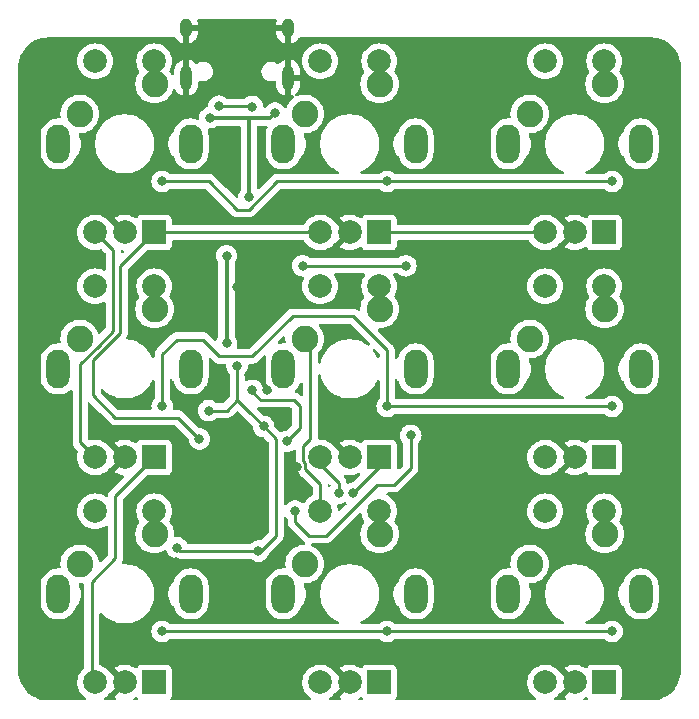
<source format=gtl>
%TF.GenerationSoftware,KiCad,Pcbnew,(6.0.1)*%
%TF.CreationDate,2022-03-07T23:29:37-05:00*%
%TF.ProjectId,Aioli,41696f6c-692e-46b6-9963-61645f706362,rev?*%
%TF.SameCoordinates,Original*%
%TF.FileFunction,Copper,L1,Top*%
%TF.FilePolarity,Positive*%
%FSLAX46Y46*%
G04 Gerber Fmt 4.6, Leading zero omitted, Abs format (unit mm)*
G04 Created by KiCad (PCBNEW (6.0.1)) date 2022-03-07 23:29:37*
%MOMM*%
%LPD*%
G01*
G04 APERTURE LIST*
G04 Aperture macros list*
%AMRoundRect*
0 Rectangle with rounded corners*
0 $1 Rounding radius*
0 $2 $3 $4 $5 $6 $7 $8 $9 X,Y pos of 4 corners*
0 Add a 4 corners polygon primitive as box body*
4,1,4,$2,$3,$4,$5,$6,$7,$8,$9,$2,$3,0*
0 Add four circle primitives for the rounded corners*
1,1,$1+$1,$2,$3*
1,1,$1+$1,$4,$5*
1,1,$1+$1,$6,$7*
1,1,$1+$1,$8,$9*
0 Add four rect primitives between the rounded corners*
20,1,$1+$1,$2,$3,$4,$5,0*
20,1,$1+$1,$4,$5,$6,$7,0*
20,1,$1+$1,$6,$7,$8,$9,0*
20,1,$1+$1,$8,$9,$2,$3,0*%
G04 Aperture macros list end*
%TA.AperFunction,ComponentPad*%
%ADD10C,2.000000*%
%TD*%
%TA.AperFunction,ComponentPad*%
%ADD11RoundRect,1.000000X0.000000X-0.650000X0.000000X0.650000X0.000000X0.650000X0.000000X-0.650000X0*%
%TD*%
%TA.AperFunction,ComponentPad*%
%ADD12R,2.000000X2.000000*%
%TD*%
%TA.AperFunction,ComponentPad*%
%ADD13C,2.250000*%
%TD*%
%TA.AperFunction,ComponentPad*%
%ADD14O,1.000000X2.100000*%
%TD*%
%TA.AperFunction,ComponentPad*%
%ADD15O,1.000000X1.600000*%
%TD*%
%TA.AperFunction,ViaPad*%
%ADD16C,0.800000*%
%TD*%
%TA.AperFunction,Conductor*%
%ADD17C,0.250000*%
%TD*%
%TA.AperFunction,Conductor*%
%ADD18C,0.350000*%
%TD*%
G04 APERTURE END LIST*
D10*
%TO.P,SW9,S1*%
%TO.N,COL2*%
X102275000Y-88250000D03*
%TO.P,SW9,S2*%
%TO.N,Net-(D9-Pad2)*%
X107275000Y-88250000D03*
D11*
%TO.P,SW9,MP*%
%TO.N,N/C*%
X99175000Y-95250000D03*
X110375000Y-95250000D03*
D10*
%TO.P,SW9,B*%
%TO.N,ENC2*%
X102275000Y-102750000D03*
%TO.P,SW9,C*%
%TO.N,GND*%
X104775000Y-102750000D03*
D12*
%TO.P,SW9,A*%
%TO.N,ENC4*%
X107275000Y-102750000D03*
%TD*%
D10*
%TO.P,SW8,S1*%
%TO.N,COL1*%
X83225000Y-88250000D03*
%TO.P,SW8,S2*%
%TO.N,Net-(D8-Pad2)*%
X88225000Y-88250000D03*
D11*
%TO.P,SW8,MP*%
%TO.N,N/C*%
X80125000Y-95250000D03*
X91325000Y-95250000D03*
D10*
%TO.P,SW8,B*%
%TO.N,ENC1*%
X83225000Y-102750000D03*
%TO.P,SW8,C*%
%TO.N,GND*%
X85725000Y-102750000D03*
D12*
%TO.P,SW8,A*%
%TO.N,ENC2*%
X88225000Y-102750000D03*
%TD*%
D10*
%TO.P,SW7,S1*%
%TO.N,COL0*%
X64175000Y-88250000D03*
%TO.P,SW7,S2*%
%TO.N,Net-(D7-Pad2)*%
X69175000Y-88250000D03*
D11*
%TO.P,SW7,MP*%
%TO.N,N/C*%
X61075000Y-95250000D03*
X72275000Y-95250000D03*
D10*
%TO.P,SW7,B*%
%TO.N,ENC5*%
X64175000Y-102750000D03*
%TO.P,SW7,C*%
%TO.N,GND*%
X66675000Y-102750000D03*
D12*
%TO.P,SW7,A*%
%TO.N,ENC1*%
X69175000Y-102750000D03*
%TD*%
D10*
%TO.P,SW6,S1*%
%TO.N,COL2*%
X102275000Y-69200000D03*
%TO.P,SW6,S2*%
%TO.N,Net-(D6-Pad2)*%
X107275000Y-69200000D03*
D11*
%TO.P,SW6,MP*%
%TO.N,N/C*%
X99175000Y-76200000D03*
X110375000Y-76200000D03*
D10*
%TO.P,SW6,B*%
%TO.N,ENC3*%
X102275000Y-83700000D03*
%TO.P,SW6,C*%
%TO.N,GND*%
X104775000Y-83700000D03*
D12*
%TO.P,SW6,A*%
%TO.N,ENC4*%
X107275000Y-83700000D03*
%TD*%
D10*
%TO.P,SW5,S1*%
%TO.N,COL1*%
X83225000Y-69200000D03*
%TO.P,SW5,S2*%
%TO.N,Net-(D5-Pad2)*%
X88225000Y-69200000D03*
D11*
%TO.P,SW5,MP*%
%TO.N,N/C*%
X80125000Y-76200000D03*
X91325000Y-76200000D03*
D10*
%TO.P,SW5,B*%
%TO.N,ENC0*%
X83225000Y-83700000D03*
%TO.P,SW5,C*%
%TO.N,GND*%
X85725000Y-83700000D03*
D12*
%TO.P,SW5,A*%
%TO.N,ENC9*%
X88225000Y-83700000D03*
%TD*%
D10*
%TO.P,SW4,S1*%
%TO.N,COL0*%
X64175000Y-69200000D03*
%TO.P,SW4,S2*%
%TO.N,Net-(D4-Pad2)*%
X69175000Y-69200000D03*
D11*
%TO.P,SW4,MP*%
%TO.N,N/C*%
X61075000Y-76200000D03*
X72275000Y-76200000D03*
D10*
%TO.P,SW4,B*%
%TO.N,ENC6*%
X64175000Y-83700000D03*
%TO.P,SW4,C*%
%TO.N,GND*%
X66675000Y-83700000D03*
D12*
%TO.P,SW4,A*%
%TO.N,ENC5*%
X69175000Y-83700000D03*
%TD*%
D10*
%TO.P,SW3,S1*%
%TO.N,COL2*%
X102275000Y-50150000D03*
%TO.P,SW3,S2*%
%TO.N,Net-(D3-Pad2)*%
X107275000Y-50150000D03*
D11*
%TO.P,SW3,MP*%
%TO.N,N/C*%
X99175000Y-57150000D03*
X110375000Y-57150000D03*
D10*
%TO.P,SW3,B*%
%TO.N,ENC8*%
X102275000Y-64650000D03*
%TO.P,SW3,C*%
%TO.N,GND*%
X104775000Y-64650000D03*
D12*
%TO.P,SW3,A*%
%TO.N,ENC3*%
X107275000Y-64650000D03*
%TD*%
D10*
%TO.P,SW2,S1*%
%TO.N,COL1*%
X83225000Y-50150000D03*
%TO.P,SW2,S2*%
%TO.N,Net-(D2-Pad2)*%
X88225000Y-50150000D03*
D11*
%TO.P,SW2,MP*%
%TO.N,N/C*%
X80125000Y-57150000D03*
X91325000Y-57150000D03*
D10*
%TO.P,SW2,B*%
%TO.N,ENC7*%
X83225000Y-64650000D03*
%TO.P,SW2,C*%
%TO.N,GND*%
X85725000Y-64650000D03*
D12*
%TO.P,SW2,A*%
%TO.N,ENC8*%
X88225000Y-64650000D03*
%TD*%
D10*
%TO.P,SW1,S1*%
%TO.N,COL0*%
X64175000Y-50150000D03*
%TO.P,SW1,S2*%
%TO.N,Net-(D1-Pad2)*%
X69175000Y-50150000D03*
D11*
%TO.P,SW1,MP*%
%TO.N,N/C*%
X61075000Y-57150000D03*
X72275000Y-57150000D03*
D10*
%TO.P,SW1,B*%
%TO.N,ENC6*%
X64175000Y-64650000D03*
%TO.P,SW1,C*%
%TO.N,GND*%
X66675000Y-64650000D03*
D12*
%TO.P,SW1,A*%
%TO.N,ENC7*%
X69175000Y-64650000D03*
%TD*%
D13*
%TO.P,MX7,2*%
%TO.N,Net-(D7-Pad2)*%
X69215000Y-90170000D03*
%TO.P,MX7,1*%
%TO.N,COL0*%
X62865000Y-92710000D03*
%TD*%
%TO.P,MX3,2*%
%TO.N,Net-(D3-Pad2)*%
X107315000Y-52070000D03*
%TO.P,MX3,1*%
%TO.N,COL2*%
X100965000Y-54610000D03*
%TD*%
%TO.P,MX6,2*%
%TO.N,Net-(D6-Pad2)*%
X107315000Y-71120000D03*
%TO.P,MX6,1*%
%TO.N,COL2*%
X100965000Y-73660000D03*
%TD*%
%TO.P,MX1,2*%
%TO.N,Net-(D1-Pad2)*%
X69215000Y-52070000D03*
%TO.P,MX1,1*%
%TO.N,COL0*%
X62865000Y-54610000D03*
%TD*%
%TO.P,MX4,2*%
%TO.N,Net-(D4-Pad2)*%
X69215000Y-71120000D03*
%TO.P,MX4,1*%
%TO.N,COL0*%
X62865000Y-73660000D03*
%TD*%
%TO.P,MX9,2*%
%TO.N,Net-(D9-Pad2)*%
X107315000Y-90170000D03*
%TO.P,MX9,1*%
%TO.N,COL2*%
X100965000Y-92710000D03*
%TD*%
%TO.P,MX8,2*%
%TO.N,Net-(D8-Pad2)*%
X88265000Y-90170000D03*
%TO.P,MX8,1*%
%TO.N,COL1*%
X81915000Y-92710000D03*
%TD*%
%TO.P,MX5,2*%
%TO.N,Net-(D5-Pad2)*%
X88265000Y-71120000D03*
%TO.P,MX5,1*%
%TO.N,COL1*%
X81915000Y-73660000D03*
%TD*%
%TO.P,MX2,2*%
%TO.N,Net-(D2-Pad2)*%
X88265000Y-52070000D03*
%TO.P,MX2,1*%
%TO.N,COL1*%
X81915000Y-54610000D03*
%TD*%
D14*
%TO.P,J1,S1*%
%TO.N,GND*%
X80520000Y-51548750D03*
X71880000Y-51548750D03*
D15*
X71880000Y-47368750D03*
X80520000Y-47368750D03*
%TD*%
D16*
%TO.N,GND*%
X61500000Y-100725000D03*
X81250000Y-84500000D03*
X93250000Y-83500000D03*
X97250000Y-88000000D03*
X76200000Y-85725000D03*
X79950000Y-91725000D03*
X73700000Y-77975000D03*
X78700000Y-77975000D03*
X77200000Y-76725000D03*
X77200000Y-71975000D03*
X76200000Y-69225000D03*
X71000000Y-92525000D03*
X98400000Y-63625000D03*
X64900000Y-81325000D03*
X72400000Y-69625000D03*
X72500000Y-62325000D03*
X83200000Y-59225000D03*
X96600000Y-72725000D03*
X91000000Y-72725000D03*
X79900000Y-70125000D03*
X92700000Y-92225000D03*
X72800000Y-100725000D03*
X83200000Y-97225000D03*
X95300000Y-101625000D03*
X91800000Y-87125000D03*
X80100000Y-62725000D03*
%TO.N,+5V*%
X75300000Y-66625000D03*
X73800000Y-79725000D03*
X78000000Y-91625000D03*
X71100000Y-91325000D03*
X78450000Y-81075000D03*
X75300000Y-74025000D03*
X76200000Y-75925000D03*
%TO.N,ROW0*%
X69850000Y-60325000D03*
X88900000Y-60325000D03*
X107950000Y-60325000D03*
%TO.N,ROW1*%
X107950000Y-79375000D03*
X88900000Y-79375000D03*
X69850000Y-79375000D03*
%TO.N,ROW2*%
X69850000Y-98425000D03*
X88900000Y-98425000D03*
X107950000Y-98425000D03*
%TO.N,VCC*%
X79400000Y-54525000D03*
X73900000Y-54925000D03*
X77197005Y-61671938D03*
%TO.N,Net-(J1-PadA5)*%
X74652527Y-53952308D03*
X77490237Y-53991996D03*
%TO.N,Net-(R3-Pad2)*%
X80400000Y-82325000D03*
X77500000Y-78025000D03*
X81756250Y-67468750D03*
X90487500Y-67468750D03*
%TO.N,ENC0*%
X84800000Y-86725000D03*
%TO.N,ENC7*%
X73000000Y-82125000D03*
%TO.N,ENC8*%
X81100000Y-88225000D03*
X90900000Y-81825000D03*
%TO.N,ENC9*%
X86000000Y-86725000D03*
%TD*%
D17*
%TO.N,+5V*%
X76200000Y-78825000D02*
X75300000Y-79725000D01*
X75300000Y-79725000D02*
X73800000Y-79725000D01*
X76200000Y-78825000D02*
X77100000Y-79725000D01*
X79500000Y-82125000D02*
X79500000Y-90325000D01*
X78200000Y-91625000D02*
X78000000Y-91625000D01*
X79500000Y-90325000D02*
X78200000Y-91625000D01*
X78000000Y-91625000D02*
X74200000Y-91625000D01*
X71400000Y-91625000D02*
X71100000Y-91325000D01*
X74200000Y-91625000D02*
X71400000Y-91625000D01*
X78450000Y-81075000D02*
X79500000Y-82125000D01*
X77100000Y-79725000D02*
X78450000Y-81075000D01*
D18*
X75300000Y-66625000D02*
X75300000Y-74025000D01*
D17*
X76200000Y-75925000D02*
X76200000Y-78825000D01*
%TO.N,ROW0*%
X69850000Y-60325000D02*
X73818750Y-60325000D01*
X73818750Y-60325000D02*
X76200000Y-62706250D01*
X77235695Y-62706250D02*
X79616945Y-60325000D01*
X76200000Y-62706250D02*
X77235695Y-62706250D01*
X79616945Y-60325000D02*
X88900000Y-60325000D01*
X88900000Y-60325000D02*
X107950000Y-60325000D01*
%TO.N,ROW1*%
X107950000Y-79375000D02*
X88900000Y-79375000D01*
X88900000Y-74612500D02*
X88900000Y-75406250D01*
X86012500Y-71725000D02*
X88900000Y-74612500D01*
X80900000Y-71725000D02*
X86012500Y-71725000D01*
X88900000Y-75406250D02*
X88900000Y-79375000D01*
X71100000Y-73725000D02*
X73300000Y-73725000D01*
X69850000Y-74975000D02*
X71100000Y-73725000D01*
X69850000Y-79375000D02*
X69850000Y-74975000D01*
X77500000Y-75125000D02*
X80900000Y-71725000D01*
X73300000Y-73725000D02*
X74700000Y-75125000D01*
X74700000Y-75125000D02*
X77500000Y-75125000D01*
%TO.N,ROW2*%
X69850000Y-98425000D02*
X107950000Y-98425000D01*
D18*
%TO.N,VCC*%
X79400000Y-54525000D02*
X79000000Y-54925000D01*
X74478217Y-54925000D02*
X73900000Y-54925000D01*
X77197005Y-54927995D02*
X77200000Y-54925000D01*
X77197005Y-61671938D02*
X77197005Y-54927995D01*
X77200000Y-54925000D02*
X74478217Y-54925000D01*
X79000000Y-54925000D02*
X77200000Y-54925000D01*
D17*
%TO.N,Net-(J1-PadA5)*%
X77450549Y-53952308D02*
X77490237Y-53991996D01*
X74652527Y-53952308D02*
X77450549Y-53952308D01*
%TO.N,COL1*%
X83225000Y-88250000D02*
X83225000Y-85950000D01*
X81975001Y-84151999D02*
X81800000Y-83976998D01*
X81975001Y-84700001D02*
X81975001Y-84151999D01*
X83225000Y-85950000D02*
X81975001Y-84700001D01*
X81800000Y-83976998D02*
X81800000Y-82725000D01*
X81800000Y-82725000D02*
X82400000Y-82125000D01*
X82400000Y-82125000D02*
X82400000Y-74125000D01*
X82400000Y-74125000D02*
X81900000Y-73625000D01*
%TO.N,Net-(R3-Pad2)*%
X80400000Y-82325000D02*
X81500000Y-81225000D01*
X81500000Y-81225000D02*
X81500000Y-79325000D01*
X81500000Y-79325000D02*
X81000000Y-78825000D01*
X81000000Y-78825000D02*
X78200000Y-78825000D01*
X77500000Y-78125000D02*
X77500000Y-78025000D01*
X78200000Y-78825000D02*
X77500000Y-78125000D01*
X81756250Y-67468750D02*
X90487500Y-67468750D01*
%TO.N,ENC0*%
X84800000Y-86725000D02*
X84800000Y-85825000D01*
X84800000Y-85825000D02*
X83200000Y-84225000D01*
X83200000Y-84225000D02*
X83200000Y-83725000D01*
%TO.N,ENC6*%
X64175000Y-83700000D02*
X62900000Y-82425000D01*
X62900000Y-82425000D02*
X62900000Y-75825000D01*
X62900000Y-75825000D02*
X64500000Y-74225000D01*
X64500000Y-74225000D02*
X65700000Y-73025000D01*
X65700000Y-73025000D02*
X65700000Y-66125000D01*
X65700000Y-66125000D02*
X64200000Y-64625000D01*
%TO.N,ENC5*%
X69175000Y-83700000D02*
X65900000Y-86975000D01*
X65900000Y-86975000D02*
X65900000Y-92025000D01*
X65900000Y-92025000D02*
X65900000Y-92225000D01*
X65900000Y-92225000D02*
X63900000Y-94225000D01*
X63900000Y-94225000D02*
X63900000Y-102525000D01*
X63900000Y-102525000D02*
X64100000Y-102725000D01*
%TO.N,ENC7*%
X73000000Y-82125000D02*
X71200000Y-80325000D01*
X71200000Y-80325000D02*
X65900000Y-80325000D01*
X65900000Y-80325000D02*
X64000000Y-78425000D01*
X64000000Y-75443026D02*
X65618026Y-73825000D01*
X64000000Y-78425000D02*
X64000000Y-75443026D01*
X65618026Y-73825000D02*
X66300000Y-73143026D01*
X66300000Y-73143026D02*
X66300000Y-71825000D01*
X66300000Y-71825000D02*
X66300000Y-67525000D01*
X66300000Y-67525000D02*
X69200000Y-64625000D01*
X69175000Y-64650000D02*
X83275000Y-64650000D01*
X83275000Y-64650000D02*
X83200000Y-64725000D01*
%TO.N,ENC8*%
X88225000Y-64650000D02*
X102275000Y-64650000D01*
X102275000Y-64650000D02*
X102300000Y-64625000D01*
X81100000Y-88225000D02*
X81100000Y-89125000D01*
X81100000Y-89125000D02*
X82300000Y-90325000D01*
X82300000Y-90325000D02*
X83700000Y-90325000D01*
X83700000Y-90325000D02*
X88000000Y-86025000D01*
X88000000Y-86025000D02*
X89500000Y-86025000D01*
X90900000Y-84625000D02*
X90900000Y-81825000D01*
X89500000Y-86025000D02*
X90900000Y-84625000D01*
%TO.N,ENC9*%
X86000000Y-86725000D02*
X88200000Y-84525000D01*
X88200000Y-84525000D02*
X88200000Y-83625000D01*
%TD*%
%TA.AperFunction,Conductor*%
%TO.N,GND*%
G36*
X79524403Y-46565502D02*
G01*
X79570896Y-46619158D01*
X79581000Y-46689432D01*
X79576384Y-46709599D01*
X79531119Y-46852291D01*
X79528570Y-46864282D01*
X79512393Y-47008511D01*
X79512000Y-47015535D01*
X79512000Y-47096635D01*
X79516475Y-47111874D01*
X79517865Y-47113079D01*
X79525548Y-47114750D01*
X80328500Y-47114750D01*
X80396621Y-47134752D01*
X80443114Y-47188408D01*
X80454500Y-47240750D01*
X80454500Y-47516938D01*
X80434498Y-47585059D01*
X80380842Y-47631552D01*
X80310568Y-47641656D01*
X80284377Y-47629695D01*
X80252452Y-47622750D01*
X79530115Y-47622750D01*
X79514876Y-47627225D01*
X79513671Y-47628615D01*
X79512000Y-47636298D01*
X79512000Y-47715407D01*
X79512301Y-47721555D01*
X79525812Y-47859353D01*
X79528195Y-47871388D01*
X79581767Y-48048826D01*
X79586441Y-48060166D01*
X79673460Y-48223827D01*
X79680249Y-48234044D01*
X79797397Y-48377683D01*
X79806041Y-48386387D01*
X79948856Y-48504534D01*
X79959027Y-48511394D01*
X80122076Y-48599554D01*
X80133381Y-48604306D01*
X80248692Y-48640000D01*
X80262795Y-48640206D01*
X80266000Y-48633451D01*
X80266000Y-47909011D01*
X80286002Y-47840890D01*
X80339658Y-47794397D01*
X80409932Y-47784293D01*
X80474512Y-47813787D01*
X80498560Y-47841774D01*
X80509774Y-47859548D01*
X80517904Y-47874614D01*
X80530133Y-47901510D01*
X80546874Y-47920939D01*
X80557979Y-47935947D01*
X80571660Y-47957631D01*
X80578388Y-47963573D01*
X80593796Y-47977181D01*
X80605840Y-47989373D01*
X80625119Y-48011747D01*
X80632647Y-48016626D01*
X80632650Y-48016629D01*
X80646639Y-48025696D01*
X80661513Y-48036986D01*
X80680728Y-48053956D01*
X80701551Y-48063733D01*
X80754711Y-48110788D01*
X80774000Y-48177786D01*
X80774000Y-48626674D01*
X80777973Y-48640205D01*
X80785768Y-48641325D01*
X80893521Y-48609612D01*
X80904889Y-48605019D01*
X81069154Y-48519143D01*
X81079415Y-48512429D01*
X81223873Y-48396282D01*
X81232632Y-48387704D01*
X81351777Y-48245712D01*
X81358705Y-48235595D01*
X81379210Y-48198297D01*
X81429556Y-48148240D01*
X81489624Y-48133000D01*
X111202672Y-48133000D01*
X111222057Y-48134500D01*
X111236858Y-48136805D01*
X111236861Y-48136805D01*
X111245730Y-48138186D01*
X111254632Y-48137022D01*
X111254634Y-48137022D01*
X111258962Y-48136456D01*
X111263695Y-48135837D01*
X111287093Y-48134971D01*
X111529328Y-48148574D01*
X111543360Y-48150155D01*
X111681885Y-48173692D01*
X111810233Y-48195499D01*
X111823996Y-48198640D01*
X112084122Y-48273582D01*
X112097441Y-48278243D01*
X112347531Y-48381834D01*
X112360261Y-48387965D01*
X112597160Y-48518894D01*
X112609125Y-48526411D01*
X112829895Y-48683056D01*
X112840941Y-48691866D01*
X113042774Y-48872234D01*
X113052766Y-48882226D01*
X113233134Y-49084059D01*
X113241944Y-49095105D01*
X113398589Y-49315875D01*
X113406106Y-49327840D01*
X113537035Y-49564739D01*
X113543166Y-49577469D01*
X113646757Y-49827559D01*
X113651418Y-49840878D01*
X113726360Y-50101004D01*
X113729501Y-50114767D01*
X113747989Y-50223578D01*
X113773207Y-50371998D01*
X113774844Y-50381635D01*
X113776426Y-50395672D01*
X113785428Y-50555955D01*
X113789621Y-50630622D01*
X113788319Y-50657068D01*
X113786814Y-50666730D01*
X113787979Y-50675637D01*
X113790936Y-50698251D01*
X113792000Y-50714589D01*
X113792000Y-101677672D01*
X113790500Y-101697056D01*
X113786814Y-101720730D01*
X113788934Y-101736938D01*
X113789163Y-101738692D01*
X113790029Y-101762095D01*
X113776426Y-102004324D01*
X113774844Y-102018365D01*
X113729501Y-102285233D01*
X113726360Y-102298996D01*
X113651418Y-102559122D01*
X113646757Y-102572441D01*
X113543166Y-102822531D01*
X113537035Y-102835261D01*
X113406106Y-103072160D01*
X113398589Y-103084125D01*
X113241944Y-103304895D01*
X113233134Y-103315941D01*
X113052766Y-103517774D01*
X113042774Y-103527766D01*
X112840941Y-103708134D01*
X112829895Y-103716944D01*
X112609125Y-103873589D01*
X112597160Y-103881106D01*
X112360261Y-104012035D01*
X112347531Y-104018166D01*
X112097441Y-104121757D01*
X112084122Y-104126418D01*
X111823996Y-104201360D01*
X111810233Y-104204501D01*
X111710450Y-104221455D01*
X111543360Y-104249845D01*
X111529328Y-104251426D01*
X111294373Y-104264621D01*
X111267932Y-104263319D01*
X111258270Y-104261814D01*
X111226749Y-104265936D01*
X111210411Y-104267000D01*
X108774931Y-104267000D01*
X108706810Y-104246998D01*
X108660317Y-104193342D01*
X108650213Y-104123068D01*
X108674105Y-104065435D01*
X108720229Y-104003892D01*
X108720230Y-104003890D01*
X108725615Y-103996705D01*
X108776745Y-103860316D01*
X108783500Y-103798134D01*
X108783500Y-101701866D01*
X108776745Y-101639684D01*
X108725615Y-101503295D01*
X108638261Y-101386739D01*
X108521705Y-101299385D01*
X108385316Y-101248255D01*
X108323134Y-101241500D01*
X106226866Y-101241500D01*
X106164684Y-101248255D01*
X106028295Y-101299385D01*
X105911739Y-101386739D01*
X105906358Y-101393919D01*
X105906357Y-101393920D01*
X105830974Y-101494503D01*
X105774115Y-101537018D01*
X105703296Y-101542044D01*
X105664983Y-101524824D01*
X105664121Y-101526230D01*
X105465958Y-101404795D01*
X105457163Y-101400313D01*
X105247012Y-101313266D01*
X105237627Y-101310217D01*
X105016446Y-101257115D01*
X105006699Y-101255572D01*
X104779930Y-101237725D01*
X104770070Y-101237725D01*
X104543301Y-101255572D01*
X104533554Y-101257115D01*
X104312373Y-101310217D01*
X104302988Y-101313266D01*
X104092837Y-101400313D01*
X104084042Y-101404795D01*
X103916555Y-101507432D01*
X103907093Y-101517890D01*
X103910876Y-101526666D01*
X105045115Y-102660905D01*
X105079141Y-102723217D01*
X105074076Y-102794032D01*
X105045115Y-102839095D01*
X103913920Y-103970290D01*
X103907160Y-103982670D01*
X103912887Y-103990320D01*
X103983460Y-104033568D01*
X104031092Y-104086216D01*
X104042698Y-104156257D01*
X104014594Y-104221455D01*
X103955704Y-104261108D01*
X103917625Y-104267000D01*
X103133334Y-104267000D01*
X103065213Y-104246998D01*
X103018720Y-104193342D01*
X103008616Y-104123068D01*
X103038110Y-104058488D01*
X103067499Y-104033567D01*
X103127652Y-103996705D01*
X103164416Y-103974176D01*
X103344969Y-103819969D01*
X103483753Y-103657474D01*
X103529686Y-103623598D01*
X103551668Y-103614122D01*
X104402978Y-102762812D01*
X104410592Y-102748868D01*
X104410461Y-102747035D01*
X104406210Y-102740420D01*
X103554710Y-101888920D01*
X103516352Y-101867974D01*
X103480928Y-101839218D01*
X103348177Y-101683787D01*
X103344969Y-101680031D01*
X103164416Y-101525824D01*
X103160208Y-101523245D01*
X103160202Y-101523241D01*
X102966183Y-101404346D01*
X102961963Y-101401760D01*
X102957393Y-101399867D01*
X102957389Y-101399865D01*
X102747167Y-101312789D01*
X102747165Y-101312788D01*
X102742594Y-101310895D01*
X102662391Y-101291640D01*
X102516524Y-101256620D01*
X102516518Y-101256619D01*
X102511711Y-101255465D01*
X102275000Y-101236835D01*
X102038289Y-101255465D01*
X102033482Y-101256619D01*
X102033476Y-101256620D01*
X101887609Y-101291640D01*
X101807406Y-101310895D01*
X101802835Y-101312788D01*
X101802833Y-101312789D01*
X101592611Y-101399865D01*
X101592607Y-101399867D01*
X101588037Y-101401760D01*
X101583817Y-101404346D01*
X101389798Y-101523241D01*
X101389792Y-101523245D01*
X101385584Y-101525824D01*
X101205031Y-101680031D01*
X101050824Y-101860584D01*
X101048245Y-101864792D01*
X101048241Y-101864798D01*
X100958410Y-102011389D01*
X100926760Y-102063037D01*
X100835895Y-102282406D01*
X100780465Y-102513289D01*
X100761835Y-102750000D01*
X100780465Y-102986711D01*
X100781619Y-102991518D01*
X100781620Y-102991524D01*
X100816640Y-103137391D01*
X100835895Y-103217594D01*
X100837788Y-103222165D01*
X100837789Y-103222167D01*
X100874446Y-103310664D01*
X100926760Y-103436963D01*
X100929346Y-103441183D01*
X101048241Y-103635202D01*
X101048245Y-103635208D01*
X101050824Y-103639416D01*
X101205031Y-103819969D01*
X101385584Y-103974176D01*
X101422348Y-103996705D01*
X101482501Y-104033567D01*
X101530132Y-104086215D01*
X101541739Y-104156256D01*
X101513636Y-104221454D01*
X101454745Y-104261108D01*
X101416666Y-104267000D01*
X89724931Y-104267000D01*
X89656810Y-104246998D01*
X89610317Y-104193342D01*
X89600213Y-104123068D01*
X89624105Y-104065435D01*
X89670229Y-104003892D01*
X89670230Y-104003890D01*
X89675615Y-103996705D01*
X89726745Y-103860316D01*
X89733500Y-103798134D01*
X89733500Y-101701866D01*
X89726745Y-101639684D01*
X89675615Y-101503295D01*
X89588261Y-101386739D01*
X89471705Y-101299385D01*
X89335316Y-101248255D01*
X89273134Y-101241500D01*
X87176866Y-101241500D01*
X87114684Y-101248255D01*
X86978295Y-101299385D01*
X86861739Y-101386739D01*
X86856358Y-101393919D01*
X86856357Y-101393920D01*
X86780974Y-101494503D01*
X86724115Y-101537018D01*
X86653296Y-101542044D01*
X86614983Y-101524824D01*
X86614121Y-101526230D01*
X86415958Y-101404795D01*
X86407163Y-101400313D01*
X86197012Y-101313266D01*
X86187627Y-101310217D01*
X85966446Y-101257115D01*
X85956699Y-101255572D01*
X85729930Y-101237725D01*
X85720070Y-101237725D01*
X85493301Y-101255572D01*
X85483554Y-101257115D01*
X85262373Y-101310217D01*
X85252988Y-101313266D01*
X85042837Y-101400313D01*
X85034042Y-101404795D01*
X84866555Y-101507432D01*
X84857093Y-101517890D01*
X84860876Y-101526666D01*
X85995115Y-102660905D01*
X86029141Y-102723217D01*
X86024076Y-102794032D01*
X85995115Y-102839095D01*
X84863920Y-103970290D01*
X84857160Y-103982670D01*
X84862887Y-103990320D01*
X84933460Y-104033568D01*
X84981092Y-104086216D01*
X84992698Y-104156257D01*
X84964594Y-104221455D01*
X84905704Y-104261108D01*
X84867625Y-104267000D01*
X84083334Y-104267000D01*
X84015213Y-104246998D01*
X83968720Y-104193342D01*
X83958616Y-104123068D01*
X83988110Y-104058488D01*
X84017499Y-104033567D01*
X84077652Y-103996705D01*
X84114416Y-103974176D01*
X84294969Y-103819969D01*
X84433753Y-103657474D01*
X84479686Y-103623598D01*
X84501668Y-103614122D01*
X85352978Y-102762812D01*
X85360592Y-102748868D01*
X85360461Y-102747035D01*
X85356210Y-102740420D01*
X84504710Y-101888920D01*
X84466352Y-101867974D01*
X84430928Y-101839218D01*
X84298177Y-101683787D01*
X84294969Y-101680031D01*
X84114416Y-101525824D01*
X84110208Y-101523245D01*
X84110202Y-101523241D01*
X83916183Y-101404346D01*
X83911963Y-101401760D01*
X83907393Y-101399867D01*
X83907389Y-101399865D01*
X83697167Y-101312789D01*
X83697165Y-101312788D01*
X83692594Y-101310895D01*
X83612391Y-101291640D01*
X83466524Y-101256620D01*
X83466518Y-101256619D01*
X83461711Y-101255465D01*
X83225000Y-101236835D01*
X82988289Y-101255465D01*
X82983482Y-101256619D01*
X82983476Y-101256620D01*
X82837609Y-101291640D01*
X82757406Y-101310895D01*
X82752835Y-101312788D01*
X82752833Y-101312789D01*
X82542611Y-101399865D01*
X82542607Y-101399867D01*
X82538037Y-101401760D01*
X82533817Y-101404346D01*
X82339798Y-101523241D01*
X82339792Y-101523245D01*
X82335584Y-101525824D01*
X82155031Y-101680031D01*
X82000824Y-101860584D01*
X81998245Y-101864792D01*
X81998241Y-101864798D01*
X81908410Y-102011389D01*
X81876760Y-102063037D01*
X81785895Y-102282406D01*
X81730465Y-102513289D01*
X81711835Y-102750000D01*
X81730465Y-102986711D01*
X81731619Y-102991518D01*
X81731620Y-102991524D01*
X81766640Y-103137391D01*
X81785895Y-103217594D01*
X81787788Y-103222165D01*
X81787789Y-103222167D01*
X81824446Y-103310664D01*
X81876760Y-103436963D01*
X81879346Y-103441183D01*
X81998241Y-103635202D01*
X81998245Y-103635208D01*
X82000824Y-103639416D01*
X82155031Y-103819969D01*
X82335584Y-103974176D01*
X82372348Y-103996705D01*
X82432501Y-104033567D01*
X82480132Y-104086215D01*
X82491739Y-104156256D01*
X82463636Y-104221454D01*
X82404745Y-104261108D01*
X82366666Y-104267000D01*
X70674931Y-104267000D01*
X70606810Y-104246998D01*
X70560317Y-104193342D01*
X70550213Y-104123068D01*
X70574105Y-104065435D01*
X70620229Y-104003892D01*
X70620230Y-104003890D01*
X70625615Y-103996705D01*
X70676745Y-103860316D01*
X70683500Y-103798134D01*
X70683500Y-101701866D01*
X70676745Y-101639684D01*
X70625615Y-101503295D01*
X70538261Y-101386739D01*
X70421705Y-101299385D01*
X70285316Y-101248255D01*
X70223134Y-101241500D01*
X68126866Y-101241500D01*
X68064684Y-101248255D01*
X67928295Y-101299385D01*
X67811739Y-101386739D01*
X67806358Y-101393919D01*
X67806357Y-101393920D01*
X67730974Y-101494503D01*
X67674115Y-101537018D01*
X67603296Y-101542044D01*
X67564983Y-101524824D01*
X67564121Y-101526230D01*
X67365958Y-101404795D01*
X67357163Y-101400313D01*
X67147012Y-101313266D01*
X67137627Y-101310217D01*
X66916446Y-101257115D01*
X66906699Y-101255572D01*
X66679930Y-101237725D01*
X66670070Y-101237725D01*
X66443301Y-101255572D01*
X66433554Y-101257115D01*
X66212373Y-101310217D01*
X66202988Y-101313266D01*
X65992837Y-101400313D01*
X65984042Y-101404795D01*
X65816555Y-101507432D01*
X65807093Y-101517890D01*
X65810876Y-101526666D01*
X66945115Y-102660905D01*
X66979141Y-102723217D01*
X66974076Y-102794032D01*
X66945115Y-102839095D01*
X65813920Y-103970290D01*
X65807160Y-103982670D01*
X65812887Y-103990320D01*
X65883460Y-104033568D01*
X65931092Y-104086216D01*
X65942698Y-104156257D01*
X65914594Y-104221455D01*
X65855704Y-104261108D01*
X65817625Y-104267000D01*
X65033334Y-104267000D01*
X64965213Y-104246998D01*
X64918720Y-104193342D01*
X64908616Y-104123068D01*
X64938110Y-104058488D01*
X64967499Y-104033567D01*
X65027652Y-103996705D01*
X65064416Y-103974176D01*
X65244969Y-103819969D01*
X65383753Y-103657474D01*
X65429686Y-103623598D01*
X65451668Y-103614122D01*
X66302978Y-102762812D01*
X66310592Y-102748868D01*
X66310461Y-102747035D01*
X66306210Y-102740420D01*
X65454710Y-101888920D01*
X65416352Y-101867974D01*
X65380928Y-101839218D01*
X65248177Y-101683787D01*
X65244969Y-101680031D01*
X65064416Y-101525824D01*
X65060208Y-101523245D01*
X65060202Y-101523241D01*
X64866183Y-101404346D01*
X64861963Y-101401760D01*
X64857393Y-101399867D01*
X64857389Y-101399865D01*
X64647167Y-101312789D01*
X64647165Y-101312788D01*
X64642594Y-101310895D01*
X64637780Y-101309739D01*
X64637773Y-101309737D01*
X64630085Y-101307891D01*
X64568516Y-101272539D01*
X64535834Y-101209512D01*
X64533500Y-101185373D01*
X64533500Y-98425000D01*
X68936496Y-98425000D01*
X68956458Y-98614928D01*
X69015473Y-98796556D01*
X69110960Y-98961944D01*
X69238747Y-99103866D01*
X69393248Y-99216118D01*
X69399276Y-99218802D01*
X69399278Y-99218803D01*
X69561681Y-99291109D01*
X69567712Y-99293794D01*
X69661112Y-99313647D01*
X69748056Y-99332128D01*
X69748061Y-99332128D01*
X69754513Y-99333500D01*
X69945487Y-99333500D01*
X69951939Y-99332128D01*
X69951944Y-99332128D01*
X70038888Y-99313647D01*
X70132288Y-99293794D01*
X70138319Y-99291109D01*
X70300722Y-99218803D01*
X70300724Y-99218802D01*
X70306752Y-99216118D01*
X70461253Y-99103866D01*
X70465668Y-99098963D01*
X70470580Y-99094540D01*
X70471705Y-99095789D01*
X70525014Y-99062949D01*
X70558200Y-99058500D01*
X88191800Y-99058500D01*
X88259921Y-99078502D01*
X88279147Y-99094843D01*
X88279420Y-99094540D01*
X88284332Y-99098963D01*
X88288747Y-99103866D01*
X88443248Y-99216118D01*
X88449276Y-99218802D01*
X88449278Y-99218803D01*
X88611681Y-99291109D01*
X88617712Y-99293794D01*
X88711112Y-99313647D01*
X88798056Y-99332128D01*
X88798061Y-99332128D01*
X88804513Y-99333500D01*
X88995487Y-99333500D01*
X89001939Y-99332128D01*
X89001944Y-99332128D01*
X89088888Y-99313647D01*
X89182288Y-99293794D01*
X89188319Y-99291109D01*
X89350722Y-99218803D01*
X89350724Y-99218802D01*
X89356752Y-99216118D01*
X89511253Y-99103866D01*
X89515668Y-99098963D01*
X89520580Y-99094540D01*
X89521705Y-99095789D01*
X89575014Y-99062949D01*
X89608200Y-99058500D01*
X107241800Y-99058500D01*
X107309921Y-99078502D01*
X107329147Y-99094843D01*
X107329420Y-99094540D01*
X107334332Y-99098963D01*
X107338747Y-99103866D01*
X107493248Y-99216118D01*
X107499276Y-99218802D01*
X107499278Y-99218803D01*
X107661681Y-99291109D01*
X107667712Y-99293794D01*
X107761112Y-99313647D01*
X107848056Y-99332128D01*
X107848061Y-99332128D01*
X107854513Y-99333500D01*
X108045487Y-99333500D01*
X108051939Y-99332128D01*
X108051944Y-99332128D01*
X108138888Y-99313647D01*
X108232288Y-99293794D01*
X108238319Y-99291109D01*
X108400722Y-99218803D01*
X108400724Y-99218802D01*
X108406752Y-99216118D01*
X108561253Y-99103866D01*
X108689040Y-98961944D01*
X108784527Y-98796556D01*
X108843542Y-98614928D01*
X108863504Y-98425000D01*
X108843542Y-98235072D01*
X108784527Y-98053444D01*
X108689040Y-97888056D01*
X108561253Y-97746134D01*
X108406752Y-97633882D01*
X108400724Y-97631198D01*
X108400722Y-97631197D01*
X108238319Y-97558891D01*
X108238318Y-97558891D01*
X108232288Y-97556206D01*
X108138888Y-97536353D01*
X108051944Y-97517872D01*
X108051939Y-97517872D01*
X108045487Y-97516500D01*
X107854513Y-97516500D01*
X107848061Y-97517872D01*
X107848056Y-97517872D01*
X107761112Y-97536353D01*
X107667712Y-97556206D01*
X107661682Y-97558891D01*
X107661681Y-97558891D01*
X107499278Y-97631197D01*
X107499276Y-97631198D01*
X107493248Y-97633882D01*
X107487907Y-97637762D01*
X107487906Y-97637763D01*
X107377687Y-97717842D01*
X107338747Y-97746134D01*
X107334332Y-97751037D01*
X107329420Y-97755460D01*
X107328295Y-97754211D01*
X107274986Y-97787051D01*
X107241800Y-97791500D01*
X105814952Y-97791500D01*
X105746831Y-97771498D01*
X105700338Y-97717842D01*
X105690234Y-97647568D01*
X105719728Y-97582988D01*
X105761304Y-97551492D01*
X105979338Y-97448894D01*
X105979345Y-97448890D01*
X105982924Y-97447206D01*
X106060563Y-97397935D01*
X106065490Y-97394808D01*
X106248782Y-97278487D01*
X106491398Y-97077778D01*
X106706945Y-96848244D01*
X106892024Y-96593504D01*
X107027191Y-96347637D01*
X107041813Y-96321039D01*
X107041814Y-96321036D01*
X107043716Y-96317577D01*
X107159630Y-96024813D01*
X107237936Y-95719830D01*
X107277400Y-95407438D01*
X107277400Y-95184593D01*
X108468039Y-95184593D01*
X108476848Y-95419216D01*
X108477943Y-95424434D01*
X108502794Y-95542871D01*
X108525062Y-95649001D01*
X108611302Y-95867377D01*
X108733104Y-96068100D01*
X108886985Y-96245432D01*
X108886648Y-96245724D01*
X108920124Y-96305383D01*
X108923681Y-96321039D01*
X108930845Y-96352571D01*
X108932739Y-96357259D01*
X108932740Y-96357262D01*
X109010201Y-96548982D01*
X109021780Y-96577642D01*
X109147530Y-96785280D01*
X109304859Y-96970141D01*
X109489720Y-97127470D01*
X109697358Y-97253220D01*
X109702047Y-97255114D01*
X109702052Y-97255117D01*
X109917738Y-97342260D01*
X109917741Y-97342261D01*
X109922429Y-97344155D01*
X109927359Y-97345275D01*
X109927362Y-97345276D01*
X110020153Y-97366357D01*
X110159144Y-97397935D01*
X110163909Y-97398277D01*
X110163912Y-97398277D01*
X110304281Y-97408339D01*
X110304289Y-97408339D01*
X110306531Y-97408500D01*
X110374969Y-97408500D01*
X110443468Y-97408499D01*
X110445709Y-97408338D01*
X110445720Y-97408338D01*
X110586088Y-97398277D01*
X110586091Y-97398277D01*
X110590856Y-97397935D01*
X110595514Y-97396877D01*
X110595519Y-97396876D01*
X110822638Y-97345276D01*
X110822641Y-97345275D01*
X110827571Y-97344155D01*
X110832259Y-97342261D01*
X110832262Y-97342260D01*
X111047948Y-97255117D01*
X111047953Y-97255114D01*
X111052642Y-97253220D01*
X111260280Y-97127470D01*
X111445141Y-96970141D01*
X111602470Y-96785280D01*
X111728220Y-96577642D01*
X111739800Y-96548982D01*
X111817260Y-96357262D01*
X111817261Y-96357259D01*
X111819155Y-96352571D01*
X111827106Y-96317577D01*
X111846019Y-96234328D01*
X111872935Y-96115856D01*
X111883500Y-95968469D01*
X111883499Y-94531532D01*
X111882246Y-94514039D01*
X111873277Y-94388912D01*
X111873277Y-94388909D01*
X111872935Y-94384144D01*
X111871876Y-94379480D01*
X111820276Y-94152362D01*
X111820275Y-94152359D01*
X111819155Y-94147429D01*
X111817260Y-94142738D01*
X111730117Y-93927052D01*
X111730114Y-93927047D01*
X111728220Y-93922358D01*
X111602470Y-93714720D01*
X111445141Y-93529859D01*
X111260280Y-93372530D01*
X111052642Y-93246780D01*
X111047953Y-93244886D01*
X111047948Y-93244883D01*
X110832262Y-93157740D01*
X110832259Y-93157739D01*
X110827571Y-93155845D01*
X110822641Y-93154725D01*
X110822638Y-93154724D01*
X110729847Y-93133643D01*
X110590856Y-93102065D01*
X110586091Y-93101723D01*
X110586088Y-93101723D01*
X110445719Y-93091661D01*
X110445711Y-93091661D01*
X110443469Y-93091500D01*
X110375031Y-93091500D01*
X110306532Y-93091501D01*
X110304291Y-93091662D01*
X110304280Y-93091662D01*
X110163912Y-93101723D01*
X110163909Y-93101723D01*
X110159144Y-93102065D01*
X110154486Y-93103123D01*
X110154481Y-93103124D01*
X109927362Y-93154724D01*
X109927359Y-93154725D01*
X109922429Y-93155845D01*
X109917741Y-93157739D01*
X109917738Y-93157740D01*
X109702052Y-93244883D01*
X109702047Y-93244886D01*
X109697358Y-93246780D01*
X109489720Y-93372530D01*
X109304859Y-93529859D01*
X109147530Y-93714720D01*
X109021780Y-93922358D01*
X109019886Y-93927047D01*
X109019883Y-93927052D01*
X108932740Y-94142738D01*
X108930845Y-94147429D01*
X108922895Y-94182423D01*
X108918352Y-94202417D01*
X108882454Y-94265672D01*
X108818935Y-94326266D01*
X108818930Y-94326271D01*
X108815073Y-94329951D01*
X108674922Y-94518321D01*
X108672506Y-94523072D01*
X108672504Y-94523076D01*
X108570931Y-94722856D01*
X108568513Y-94727612D01*
X108498889Y-94951840D01*
X108498188Y-94957129D01*
X108481092Y-95086116D01*
X108468039Y-95184593D01*
X107277400Y-95184593D01*
X107277400Y-95092562D01*
X107237936Y-94780170D01*
X107159630Y-94475187D01*
X107043716Y-94182423D01*
X107037906Y-94171855D01*
X106893933Y-93909968D01*
X106893931Y-93909965D01*
X106892024Y-93906496D01*
X106706945Y-93651756D01*
X106491398Y-93422222D01*
X106248782Y-93221513D01*
X106062231Y-93103124D01*
X105986271Y-93054918D01*
X105986270Y-93054918D01*
X105982924Y-93052794D01*
X105979345Y-93051110D01*
X105979338Y-93051106D01*
X105701606Y-92920416D01*
X105701602Y-92920414D01*
X105698016Y-92918727D01*
X105398552Y-92821425D01*
X105089254Y-92762423D01*
X104995700Y-92756537D01*
X104855642Y-92747725D01*
X104855626Y-92747724D01*
X104853647Y-92747600D01*
X104696353Y-92747600D01*
X104694374Y-92747724D01*
X104694358Y-92747725D01*
X104554300Y-92756537D01*
X104460746Y-92762423D01*
X104151448Y-92821425D01*
X103851984Y-92918727D01*
X103848398Y-92920414D01*
X103848394Y-92920416D01*
X103570662Y-93051106D01*
X103570655Y-93051110D01*
X103567076Y-93052794D01*
X103563730Y-93054918D01*
X103563729Y-93054918D01*
X103487769Y-93103124D01*
X103301218Y-93221513D01*
X103058602Y-93422222D01*
X102843055Y-93651756D01*
X102657976Y-93906496D01*
X102656069Y-93909965D01*
X102656067Y-93909968D01*
X102512094Y-94171855D01*
X102506284Y-94182423D01*
X102390370Y-94475187D01*
X102312064Y-94780170D01*
X102272600Y-95092562D01*
X102272600Y-95407438D01*
X102312064Y-95719830D01*
X102390370Y-96024813D01*
X102506284Y-96317577D01*
X102508186Y-96321036D01*
X102508187Y-96321039D01*
X102522810Y-96347637D01*
X102657976Y-96593504D01*
X102843055Y-96848244D01*
X103058602Y-97077778D01*
X103301218Y-97278487D01*
X103484510Y-97394808D01*
X103489438Y-97397935D01*
X103567076Y-97447206D01*
X103570655Y-97448890D01*
X103570662Y-97448894D01*
X103788696Y-97551492D01*
X103841817Y-97598594D01*
X103861040Y-97666939D01*
X103840261Y-97734827D01*
X103786078Y-97780704D01*
X103735048Y-97791500D01*
X89608200Y-97791500D01*
X89540079Y-97771498D01*
X89520853Y-97755157D01*
X89520580Y-97755460D01*
X89515668Y-97751037D01*
X89511253Y-97746134D01*
X89472313Y-97717842D01*
X89362094Y-97637763D01*
X89362093Y-97637762D01*
X89356752Y-97633882D01*
X89350724Y-97631198D01*
X89350722Y-97631197D01*
X89188319Y-97558891D01*
X89188318Y-97558891D01*
X89182288Y-97556206D01*
X89088888Y-97536353D01*
X89001944Y-97517872D01*
X89001939Y-97517872D01*
X88995487Y-97516500D01*
X88804513Y-97516500D01*
X88798061Y-97517872D01*
X88798056Y-97517872D01*
X88711112Y-97536353D01*
X88617712Y-97556206D01*
X88611682Y-97558891D01*
X88611681Y-97558891D01*
X88449278Y-97631197D01*
X88449276Y-97631198D01*
X88443248Y-97633882D01*
X88437907Y-97637762D01*
X88437906Y-97637763D01*
X88327687Y-97717842D01*
X88288747Y-97746134D01*
X88284332Y-97751037D01*
X88279420Y-97755460D01*
X88278295Y-97754211D01*
X88224986Y-97787051D01*
X88191800Y-97791500D01*
X86764952Y-97791500D01*
X86696831Y-97771498D01*
X86650338Y-97717842D01*
X86640234Y-97647568D01*
X86669728Y-97582988D01*
X86711304Y-97551492D01*
X86929338Y-97448894D01*
X86929345Y-97448890D01*
X86932924Y-97447206D01*
X87010563Y-97397935D01*
X87015490Y-97394808D01*
X87198782Y-97278487D01*
X87441398Y-97077778D01*
X87656945Y-96848244D01*
X87842024Y-96593504D01*
X87977191Y-96347637D01*
X87991813Y-96321039D01*
X87991814Y-96321036D01*
X87993716Y-96317577D01*
X88109630Y-96024813D01*
X88187936Y-95719830D01*
X88227400Y-95407438D01*
X88227400Y-95184593D01*
X89418039Y-95184593D01*
X89426848Y-95419216D01*
X89427943Y-95424434D01*
X89452794Y-95542871D01*
X89475062Y-95649001D01*
X89561302Y-95867377D01*
X89683104Y-96068100D01*
X89836985Y-96245432D01*
X89836648Y-96245724D01*
X89870124Y-96305383D01*
X89873681Y-96321039D01*
X89880845Y-96352571D01*
X89882739Y-96357259D01*
X89882740Y-96357262D01*
X89960201Y-96548982D01*
X89971780Y-96577642D01*
X90097530Y-96785280D01*
X90254859Y-96970141D01*
X90439720Y-97127470D01*
X90647358Y-97253220D01*
X90652047Y-97255114D01*
X90652052Y-97255117D01*
X90867738Y-97342260D01*
X90867741Y-97342261D01*
X90872429Y-97344155D01*
X90877359Y-97345275D01*
X90877362Y-97345276D01*
X90970153Y-97366357D01*
X91109144Y-97397935D01*
X91113909Y-97398277D01*
X91113912Y-97398277D01*
X91254281Y-97408339D01*
X91254289Y-97408339D01*
X91256531Y-97408500D01*
X91324969Y-97408500D01*
X91393468Y-97408499D01*
X91395709Y-97408338D01*
X91395720Y-97408338D01*
X91536088Y-97398277D01*
X91536091Y-97398277D01*
X91540856Y-97397935D01*
X91545514Y-97396877D01*
X91545519Y-97396876D01*
X91772638Y-97345276D01*
X91772641Y-97345275D01*
X91777571Y-97344155D01*
X91782259Y-97342261D01*
X91782262Y-97342260D01*
X91997948Y-97255117D01*
X91997953Y-97255114D01*
X92002642Y-97253220D01*
X92210280Y-97127470D01*
X92395141Y-96970141D01*
X92552470Y-96785280D01*
X92678220Y-96577642D01*
X92689800Y-96548982D01*
X92767260Y-96357262D01*
X92767261Y-96357259D01*
X92769155Y-96352571D01*
X92777106Y-96317577D01*
X92796019Y-96234328D01*
X92822935Y-96115856D01*
X92833500Y-95968469D01*
X92833499Y-94531532D01*
X92833499Y-94531531D01*
X97666500Y-94531531D01*
X97666501Y-95968468D01*
X97666662Y-95970710D01*
X97666662Y-95970719D01*
X97673315Y-96063539D01*
X97677065Y-96115856D01*
X97678123Y-96120514D01*
X97678124Y-96120519D01*
X97723681Y-96321039D01*
X97730845Y-96352571D01*
X97732739Y-96357259D01*
X97732740Y-96357262D01*
X97810201Y-96548982D01*
X97821780Y-96577642D01*
X97947530Y-96785280D01*
X98104859Y-96970141D01*
X98289720Y-97127470D01*
X98497358Y-97253220D01*
X98502047Y-97255114D01*
X98502052Y-97255117D01*
X98717738Y-97342260D01*
X98717741Y-97342261D01*
X98722429Y-97344155D01*
X98727359Y-97345275D01*
X98727362Y-97345276D01*
X98820153Y-97366357D01*
X98959144Y-97397935D01*
X98963909Y-97398277D01*
X98963912Y-97398277D01*
X99104281Y-97408339D01*
X99104289Y-97408339D01*
X99106531Y-97408500D01*
X99174969Y-97408500D01*
X99243468Y-97408499D01*
X99245709Y-97408338D01*
X99245720Y-97408338D01*
X99386088Y-97398277D01*
X99386091Y-97398277D01*
X99390856Y-97397935D01*
X99395514Y-97396877D01*
X99395519Y-97396876D01*
X99622638Y-97345276D01*
X99622641Y-97345275D01*
X99627571Y-97344155D01*
X99632259Y-97342261D01*
X99632262Y-97342260D01*
X99847948Y-97255117D01*
X99847953Y-97255114D01*
X99852642Y-97253220D01*
X100060280Y-97127470D01*
X100245141Y-96970141D01*
X100402470Y-96785280D01*
X100528220Y-96577642D01*
X100539800Y-96548982D01*
X100617260Y-96357262D01*
X100617261Y-96357259D01*
X100619155Y-96352571D01*
X100631648Y-96297583D01*
X100667546Y-96234328D01*
X100731065Y-96173734D01*
X100731070Y-96173729D01*
X100734927Y-96170049D01*
X100875078Y-95981679D01*
X100880651Y-95970719D01*
X100979069Y-95777144D01*
X100979069Y-95777143D01*
X100981487Y-95772388D01*
X101051111Y-95548160D01*
X101068202Y-95419216D01*
X101081261Y-95320690D01*
X101081261Y-95320687D01*
X101081961Y-95315407D01*
X101073152Y-95080784D01*
X101055358Y-94995978D01*
X101026035Y-94856226D01*
X101026034Y-94856223D01*
X101024938Y-94850999D01*
X100938698Y-94632623D01*
X100935928Y-94628059D01*
X100935926Y-94628054D01*
X100881522Y-94538398D01*
X100863283Y-94469784D01*
X100885035Y-94402202D01*
X100939871Y-94357108D01*
X100979353Y-94347421D01*
X101221326Y-94328378D01*
X101226133Y-94327224D01*
X101226139Y-94327223D01*
X101384498Y-94289204D01*
X101471340Y-94268355D01*
X101475913Y-94266461D01*
X101704313Y-94171855D01*
X101704317Y-94171853D01*
X101708887Y-94169960D01*
X101928116Y-94035616D01*
X102123631Y-93868631D01*
X102290616Y-93673116D01*
X102424960Y-93453887D01*
X102436881Y-93425109D01*
X102521461Y-93220913D01*
X102521462Y-93220911D01*
X102523355Y-93216340D01*
X102544204Y-93129498D01*
X102582223Y-92971139D01*
X102582224Y-92971133D01*
X102583378Y-92966326D01*
X102603551Y-92710000D01*
X102583378Y-92453674D01*
X102580201Y-92440438D01*
X102533526Y-92246027D01*
X102523355Y-92203660D01*
X102519820Y-92195125D01*
X102426855Y-91970687D01*
X102426853Y-91970683D01*
X102424960Y-91966113D01*
X102290616Y-91746884D01*
X102123631Y-91551369D01*
X101928116Y-91384384D01*
X101708887Y-91250040D01*
X101704317Y-91248147D01*
X101704313Y-91248145D01*
X101475913Y-91153539D01*
X101475911Y-91153538D01*
X101471340Y-91151645D01*
X101376596Y-91128899D01*
X101226139Y-91092777D01*
X101226133Y-91092776D01*
X101221326Y-91091622D01*
X100965000Y-91071449D01*
X100708674Y-91091622D01*
X100703867Y-91092776D01*
X100703861Y-91092777D01*
X100553404Y-91128899D01*
X100458660Y-91151645D01*
X100454089Y-91153538D01*
X100454087Y-91153539D01*
X100225687Y-91248145D01*
X100225683Y-91248147D01*
X100221113Y-91250040D01*
X100001884Y-91384384D01*
X99806369Y-91551369D01*
X99639384Y-91746884D01*
X99505040Y-91966113D01*
X99503147Y-91970683D01*
X99503145Y-91970687D01*
X99410180Y-92195125D01*
X99406645Y-92203660D01*
X99396474Y-92246027D01*
X99349800Y-92440438D01*
X99346622Y-92453674D01*
X99326449Y-92710000D01*
X99326837Y-92714930D01*
X99345779Y-92955614D01*
X99331183Y-93025094D01*
X99281340Y-93075654D01*
X99220168Y-93091500D01*
X99118659Y-93091501D01*
X99106532Y-93091501D01*
X99104291Y-93091662D01*
X99104280Y-93091662D01*
X98963912Y-93101723D01*
X98963909Y-93101723D01*
X98959144Y-93102065D01*
X98954486Y-93103123D01*
X98954481Y-93103124D01*
X98727362Y-93154724D01*
X98727359Y-93154725D01*
X98722429Y-93155845D01*
X98717741Y-93157739D01*
X98717738Y-93157740D01*
X98502052Y-93244883D01*
X98502047Y-93244886D01*
X98497358Y-93246780D01*
X98289720Y-93372530D01*
X98104859Y-93529859D01*
X97947530Y-93714720D01*
X97821780Y-93922358D01*
X97819886Y-93927047D01*
X97819883Y-93927052D01*
X97732740Y-94142738D01*
X97730845Y-94147429D01*
X97729725Y-94152359D01*
X97729724Y-94152362D01*
X97722060Y-94186096D01*
X97677065Y-94384144D01*
X97676723Y-94388909D01*
X97676723Y-94388912D01*
X97672164Y-94452519D01*
X97666500Y-94531531D01*
X92833499Y-94531531D01*
X92832246Y-94514039D01*
X92823277Y-94388912D01*
X92823277Y-94388909D01*
X92822935Y-94384144D01*
X92821876Y-94379480D01*
X92770276Y-94152362D01*
X92770275Y-94152359D01*
X92769155Y-94147429D01*
X92767260Y-94142738D01*
X92680117Y-93927052D01*
X92680114Y-93927047D01*
X92678220Y-93922358D01*
X92552470Y-93714720D01*
X92395141Y-93529859D01*
X92210280Y-93372530D01*
X92002642Y-93246780D01*
X91997953Y-93244886D01*
X91997948Y-93244883D01*
X91782262Y-93157740D01*
X91782259Y-93157739D01*
X91777571Y-93155845D01*
X91772641Y-93154725D01*
X91772638Y-93154724D01*
X91679847Y-93133643D01*
X91540856Y-93102065D01*
X91536091Y-93101723D01*
X91536088Y-93101723D01*
X91395719Y-93091661D01*
X91395711Y-93091661D01*
X91393469Y-93091500D01*
X91325031Y-93091500D01*
X91256532Y-93091501D01*
X91254291Y-93091662D01*
X91254280Y-93091662D01*
X91113912Y-93101723D01*
X91113909Y-93101723D01*
X91109144Y-93102065D01*
X91104486Y-93103123D01*
X91104481Y-93103124D01*
X90877362Y-93154724D01*
X90877359Y-93154725D01*
X90872429Y-93155845D01*
X90867741Y-93157739D01*
X90867738Y-93157740D01*
X90652052Y-93244883D01*
X90652047Y-93244886D01*
X90647358Y-93246780D01*
X90439720Y-93372530D01*
X90254859Y-93529859D01*
X90097530Y-93714720D01*
X89971780Y-93922358D01*
X89969886Y-93927047D01*
X89969883Y-93927052D01*
X89882740Y-94142738D01*
X89880845Y-94147429D01*
X89872895Y-94182423D01*
X89868352Y-94202417D01*
X89832454Y-94265672D01*
X89768935Y-94326266D01*
X89768930Y-94326271D01*
X89765073Y-94329951D01*
X89624922Y-94518321D01*
X89622506Y-94523072D01*
X89622504Y-94523076D01*
X89520931Y-94722856D01*
X89518513Y-94727612D01*
X89448889Y-94951840D01*
X89448188Y-94957129D01*
X89431092Y-95086116D01*
X89418039Y-95184593D01*
X88227400Y-95184593D01*
X88227400Y-95092562D01*
X88187936Y-94780170D01*
X88109630Y-94475187D01*
X87993716Y-94182423D01*
X87987906Y-94171855D01*
X87843933Y-93909968D01*
X87843931Y-93909965D01*
X87842024Y-93906496D01*
X87656945Y-93651756D01*
X87441398Y-93422222D01*
X87198782Y-93221513D01*
X87012231Y-93103124D01*
X86936271Y-93054918D01*
X86936270Y-93054918D01*
X86932924Y-93052794D01*
X86929345Y-93051110D01*
X86929338Y-93051106D01*
X86651606Y-92920416D01*
X86651602Y-92920414D01*
X86648016Y-92918727D01*
X86348552Y-92821425D01*
X86039254Y-92762423D01*
X85945700Y-92756537D01*
X85805642Y-92747725D01*
X85805626Y-92747724D01*
X85803647Y-92747600D01*
X85646353Y-92747600D01*
X85644374Y-92747724D01*
X85644358Y-92747725D01*
X85504300Y-92756537D01*
X85410746Y-92762423D01*
X85101448Y-92821425D01*
X84801984Y-92918727D01*
X84798398Y-92920414D01*
X84798394Y-92920416D01*
X84520662Y-93051106D01*
X84520655Y-93051110D01*
X84517076Y-93052794D01*
X84513730Y-93054918D01*
X84513729Y-93054918D01*
X84437769Y-93103124D01*
X84251218Y-93221513D01*
X84008602Y-93422222D01*
X83793055Y-93651756D01*
X83607976Y-93906496D01*
X83606069Y-93909965D01*
X83606067Y-93909968D01*
X83462094Y-94171855D01*
X83456284Y-94182423D01*
X83340370Y-94475187D01*
X83262064Y-94780170D01*
X83222600Y-95092562D01*
X83222600Y-95407438D01*
X83262064Y-95719830D01*
X83340370Y-96024813D01*
X83456284Y-96317577D01*
X83458186Y-96321036D01*
X83458187Y-96321039D01*
X83472810Y-96347637D01*
X83607976Y-96593504D01*
X83793055Y-96848244D01*
X84008602Y-97077778D01*
X84251218Y-97278487D01*
X84434510Y-97394808D01*
X84439438Y-97397935D01*
X84517076Y-97447206D01*
X84520655Y-97448890D01*
X84520662Y-97448894D01*
X84738696Y-97551492D01*
X84791817Y-97598594D01*
X84811040Y-97666939D01*
X84790261Y-97734827D01*
X84736078Y-97780704D01*
X84685048Y-97791500D01*
X70558200Y-97791500D01*
X70490079Y-97771498D01*
X70470853Y-97755157D01*
X70470580Y-97755460D01*
X70465668Y-97751037D01*
X70461253Y-97746134D01*
X70422313Y-97717842D01*
X70312094Y-97637763D01*
X70312093Y-97637762D01*
X70306752Y-97633882D01*
X70300724Y-97631198D01*
X70300722Y-97631197D01*
X70138319Y-97558891D01*
X70138318Y-97558891D01*
X70132288Y-97556206D01*
X70038888Y-97536353D01*
X69951944Y-97517872D01*
X69951939Y-97517872D01*
X69945487Y-97516500D01*
X69754513Y-97516500D01*
X69748061Y-97517872D01*
X69748056Y-97517872D01*
X69661112Y-97536353D01*
X69567712Y-97556206D01*
X69561682Y-97558891D01*
X69561681Y-97558891D01*
X69399278Y-97631197D01*
X69399276Y-97631198D01*
X69393248Y-97633882D01*
X69238747Y-97746134D01*
X69110960Y-97888056D01*
X69015473Y-98053444D01*
X68956458Y-98235072D01*
X68936496Y-98425000D01*
X64533500Y-98425000D01*
X64533500Y-96943330D01*
X64553502Y-96875209D01*
X64607158Y-96828716D01*
X64677432Y-96818612D01*
X64742012Y-96848106D01*
X64751347Y-96857075D01*
X64958602Y-97077778D01*
X65201218Y-97278487D01*
X65384510Y-97394808D01*
X65389438Y-97397935D01*
X65467076Y-97447206D01*
X65470655Y-97448890D01*
X65470662Y-97448894D01*
X65748394Y-97579584D01*
X65748398Y-97579586D01*
X65751984Y-97581273D01*
X66051448Y-97678575D01*
X66360746Y-97737577D01*
X66454300Y-97743463D01*
X66594358Y-97752275D01*
X66594374Y-97752276D01*
X66596353Y-97752400D01*
X66753647Y-97752400D01*
X66755626Y-97752276D01*
X66755642Y-97752275D01*
X66895700Y-97743463D01*
X66989254Y-97737577D01*
X67298552Y-97678575D01*
X67598016Y-97581273D01*
X67601602Y-97579586D01*
X67601606Y-97579584D01*
X67879338Y-97448894D01*
X67879345Y-97448890D01*
X67882924Y-97447206D01*
X67960563Y-97397935D01*
X67965490Y-97394808D01*
X68148782Y-97278487D01*
X68391398Y-97077778D01*
X68606945Y-96848244D01*
X68792024Y-96593504D01*
X68927191Y-96347637D01*
X68941813Y-96321039D01*
X68941814Y-96321036D01*
X68943716Y-96317577D01*
X69059630Y-96024813D01*
X69137936Y-95719830D01*
X69177400Y-95407438D01*
X69177400Y-95184593D01*
X70368039Y-95184593D01*
X70376848Y-95419216D01*
X70377943Y-95424434D01*
X70402794Y-95542871D01*
X70425062Y-95649001D01*
X70511302Y-95867377D01*
X70633104Y-96068100D01*
X70786985Y-96245432D01*
X70786648Y-96245724D01*
X70820124Y-96305383D01*
X70823681Y-96321039D01*
X70830845Y-96352571D01*
X70832739Y-96357259D01*
X70832740Y-96357262D01*
X70910201Y-96548982D01*
X70921780Y-96577642D01*
X71047530Y-96785280D01*
X71204859Y-96970141D01*
X71389720Y-97127470D01*
X71597358Y-97253220D01*
X71602047Y-97255114D01*
X71602052Y-97255117D01*
X71817738Y-97342260D01*
X71817741Y-97342261D01*
X71822429Y-97344155D01*
X71827359Y-97345275D01*
X71827362Y-97345276D01*
X71920153Y-97366357D01*
X72059144Y-97397935D01*
X72063909Y-97398277D01*
X72063912Y-97398277D01*
X72204281Y-97408339D01*
X72204289Y-97408339D01*
X72206531Y-97408500D01*
X72274969Y-97408500D01*
X72343468Y-97408499D01*
X72345709Y-97408338D01*
X72345720Y-97408338D01*
X72486088Y-97398277D01*
X72486091Y-97398277D01*
X72490856Y-97397935D01*
X72495514Y-97396877D01*
X72495519Y-97396876D01*
X72722638Y-97345276D01*
X72722641Y-97345275D01*
X72727571Y-97344155D01*
X72732259Y-97342261D01*
X72732262Y-97342260D01*
X72947948Y-97255117D01*
X72947953Y-97255114D01*
X72952642Y-97253220D01*
X73160280Y-97127470D01*
X73345141Y-96970141D01*
X73502470Y-96785280D01*
X73628220Y-96577642D01*
X73639800Y-96548982D01*
X73717260Y-96357262D01*
X73717261Y-96357259D01*
X73719155Y-96352571D01*
X73727106Y-96317577D01*
X73746019Y-96234328D01*
X73772935Y-96115856D01*
X73783500Y-95968469D01*
X73783499Y-94531532D01*
X73782246Y-94514039D01*
X73773277Y-94388912D01*
X73773277Y-94388909D01*
X73772935Y-94384144D01*
X73771876Y-94379480D01*
X73720276Y-94152362D01*
X73720275Y-94152359D01*
X73719155Y-94147429D01*
X73717260Y-94142738D01*
X73630117Y-93927052D01*
X73630114Y-93927047D01*
X73628220Y-93922358D01*
X73502470Y-93714720D01*
X73345141Y-93529859D01*
X73160280Y-93372530D01*
X72952642Y-93246780D01*
X72947953Y-93244886D01*
X72947948Y-93244883D01*
X72732262Y-93157740D01*
X72732259Y-93157739D01*
X72727571Y-93155845D01*
X72722641Y-93154725D01*
X72722638Y-93154724D01*
X72629847Y-93133643D01*
X72490856Y-93102065D01*
X72486091Y-93101723D01*
X72486088Y-93101723D01*
X72345719Y-93091661D01*
X72345711Y-93091661D01*
X72343469Y-93091500D01*
X72275031Y-93091500D01*
X72206532Y-93091501D01*
X72204291Y-93091662D01*
X72204280Y-93091662D01*
X72063912Y-93101723D01*
X72063909Y-93101723D01*
X72059144Y-93102065D01*
X72054486Y-93103123D01*
X72054481Y-93103124D01*
X71827362Y-93154724D01*
X71827359Y-93154725D01*
X71822429Y-93155845D01*
X71817741Y-93157739D01*
X71817738Y-93157740D01*
X71602052Y-93244883D01*
X71602047Y-93244886D01*
X71597358Y-93246780D01*
X71389720Y-93372530D01*
X71204859Y-93529859D01*
X71047530Y-93714720D01*
X70921780Y-93922358D01*
X70919886Y-93927047D01*
X70919883Y-93927052D01*
X70832740Y-94142738D01*
X70830845Y-94147429D01*
X70822895Y-94182423D01*
X70818352Y-94202417D01*
X70782454Y-94265672D01*
X70718935Y-94326266D01*
X70718930Y-94326271D01*
X70715073Y-94329951D01*
X70574922Y-94518321D01*
X70572506Y-94523072D01*
X70572504Y-94523076D01*
X70470931Y-94722856D01*
X70468513Y-94727612D01*
X70398889Y-94951840D01*
X70398188Y-94957129D01*
X70381092Y-95086116D01*
X70368039Y-95184593D01*
X69177400Y-95184593D01*
X69177400Y-95092562D01*
X69137936Y-94780170D01*
X69059630Y-94475187D01*
X68943716Y-94182423D01*
X68937906Y-94171855D01*
X68793933Y-93909968D01*
X68793931Y-93909965D01*
X68792024Y-93906496D01*
X68606945Y-93651756D01*
X68391398Y-93422222D01*
X68148782Y-93221513D01*
X67962231Y-93103124D01*
X67886271Y-93054918D01*
X67886270Y-93054918D01*
X67882924Y-93052794D01*
X67879345Y-93051110D01*
X67879338Y-93051106D01*
X67601606Y-92920416D01*
X67601602Y-92920414D01*
X67598016Y-92918727D01*
X67298552Y-92821425D01*
X66989254Y-92762423D01*
X66895700Y-92756537D01*
X66755642Y-92747725D01*
X66755626Y-92747724D01*
X66753647Y-92747600D01*
X66596353Y-92747600D01*
X66594371Y-92747725D01*
X66594361Y-92747725D01*
X66580220Y-92748615D01*
X66558895Y-92749957D01*
X66489655Y-92734273D01*
X66439884Y-92683643D01*
X66425387Y-92614142D01*
X66442531Y-92560066D01*
X66444755Y-92556306D01*
X66449614Y-92550041D01*
X66457739Y-92531266D01*
X66467174Y-92509463D01*
X66472391Y-92498813D01*
X66493695Y-92460060D01*
X66498733Y-92440437D01*
X66505137Y-92421734D01*
X66510033Y-92410420D01*
X66510033Y-92410419D01*
X66513181Y-92403145D01*
X66514420Y-92395322D01*
X66514423Y-92395312D01*
X66520099Y-92359476D01*
X66522505Y-92347856D01*
X66531528Y-92312711D01*
X66531528Y-92312710D01*
X66533500Y-92305030D01*
X66533500Y-92284776D01*
X66535051Y-92265065D01*
X66536980Y-92252886D01*
X66538220Y-92245057D01*
X66534059Y-92201038D01*
X66533500Y-92189181D01*
X66533500Y-87289594D01*
X66553502Y-87221473D01*
X66570405Y-87200499D01*
X68525499Y-85245405D01*
X68587811Y-85211379D01*
X68614594Y-85208500D01*
X70223134Y-85208500D01*
X70285316Y-85201745D01*
X70421705Y-85150615D01*
X70538261Y-85063261D01*
X70625615Y-84946705D01*
X70676745Y-84810316D01*
X70683500Y-84748134D01*
X70683500Y-82651866D01*
X70676745Y-82589684D01*
X70625615Y-82453295D01*
X70538261Y-82336739D01*
X70421705Y-82249385D01*
X70285316Y-82198255D01*
X70223134Y-82191500D01*
X68126866Y-82191500D01*
X68064684Y-82198255D01*
X67928295Y-82249385D01*
X67811739Y-82336739D01*
X67806358Y-82343919D01*
X67806357Y-82343920D01*
X67730974Y-82444503D01*
X67674115Y-82487018D01*
X67603296Y-82492044D01*
X67564983Y-82474824D01*
X67564121Y-82476230D01*
X67365958Y-82354795D01*
X67357163Y-82350313D01*
X67147012Y-82263266D01*
X67137627Y-82260217D01*
X66916446Y-82207115D01*
X66906699Y-82205572D01*
X66679930Y-82187725D01*
X66670070Y-82187725D01*
X66443301Y-82205572D01*
X66433554Y-82207115D01*
X66212373Y-82260217D01*
X66202988Y-82263266D01*
X65992837Y-82350313D01*
X65984042Y-82354795D01*
X65816555Y-82457432D01*
X65807093Y-82467890D01*
X65810876Y-82476666D01*
X66945115Y-83610905D01*
X66979141Y-83673217D01*
X66974076Y-83744032D01*
X66945115Y-83789095D01*
X65813920Y-84920290D01*
X65807160Y-84932670D01*
X65812887Y-84940320D01*
X65984042Y-85045205D01*
X65992837Y-85049687D01*
X66202988Y-85136734D01*
X66212373Y-85139783D01*
X66433554Y-85192885D01*
X66443302Y-85194428D01*
X66487288Y-85197890D01*
X66553630Y-85223175D01*
X66595770Y-85280313D01*
X66600329Y-85351163D01*
X66566498Y-85412597D01*
X65507747Y-86471348D01*
X65499461Y-86478888D01*
X65492982Y-86483000D01*
X65449277Y-86529542D01*
X65446357Y-86532651D01*
X65443602Y-86535493D01*
X65423865Y-86555230D01*
X65421385Y-86558427D01*
X65413682Y-86567447D01*
X65383414Y-86599679D01*
X65379595Y-86606625D01*
X65379593Y-86606628D01*
X65373652Y-86617434D01*
X65362801Y-86633953D01*
X65350386Y-86649959D01*
X65347241Y-86657228D01*
X65347238Y-86657232D01*
X65332826Y-86690537D01*
X65327609Y-86701187D01*
X65306305Y-86739940D01*
X65304334Y-86747615D01*
X65304334Y-86747616D01*
X65301267Y-86759562D01*
X65294863Y-86778266D01*
X65286819Y-86796855D01*
X65285580Y-86804678D01*
X65285577Y-86804688D01*
X65279901Y-86840524D01*
X65277495Y-86852144D01*
X65266500Y-86894970D01*
X65266500Y-86915224D01*
X65264948Y-86934941D01*
X65263440Y-86944459D01*
X65233024Y-87008611D01*
X65172754Y-87046134D01*
X65101765Y-87045117D01*
X65066103Y-87027265D01*
X65064416Y-87025824D01*
X65060198Y-87023239D01*
X65060195Y-87023237D01*
X64866183Y-86904346D01*
X64861963Y-86901760D01*
X64857393Y-86899867D01*
X64857389Y-86899865D01*
X64647167Y-86812789D01*
X64647165Y-86812788D01*
X64642594Y-86810895D01*
X64562391Y-86791640D01*
X64416524Y-86756620D01*
X64416518Y-86756619D01*
X64411711Y-86755465D01*
X64175000Y-86736835D01*
X63938289Y-86755465D01*
X63933482Y-86756619D01*
X63933476Y-86756620D01*
X63787609Y-86791640D01*
X63707406Y-86810895D01*
X63702835Y-86812788D01*
X63702833Y-86812789D01*
X63492611Y-86899865D01*
X63492607Y-86899867D01*
X63488037Y-86901760D01*
X63483817Y-86904346D01*
X63289798Y-87023241D01*
X63289792Y-87023245D01*
X63285584Y-87025824D01*
X63105031Y-87180031D01*
X62950824Y-87360584D01*
X62948245Y-87364792D01*
X62948241Y-87364798D01*
X62839498Y-87542251D01*
X62826760Y-87563037D01*
X62824867Y-87567607D01*
X62824865Y-87567611D01*
X62762570Y-87718006D01*
X62735895Y-87782406D01*
X62680465Y-88013289D01*
X62661835Y-88250000D01*
X62680465Y-88486711D01*
X62735895Y-88717594D01*
X62737788Y-88722165D01*
X62737789Y-88722167D01*
X62814441Y-88907221D01*
X62826760Y-88936963D01*
X62829344Y-88941180D01*
X62829346Y-88941183D01*
X62948241Y-89135202D01*
X62948245Y-89135208D01*
X62950824Y-89139416D01*
X63105031Y-89319969D01*
X63108787Y-89323177D01*
X63117280Y-89330431D01*
X63285584Y-89474176D01*
X63289792Y-89476755D01*
X63289798Y-89476759D01*
X63437316Y-89567158D01*
X63488037Y-89598240D01*
X63492607Y-89600133D01*
X63492611Y-89600135D01*
X63657593Y-89668472D01*
X63707406Y-89689105D01*
X63787609Y-89708360D01*
X63933476Y-89743380D01*
X63933482Y-89743381D01*
X63938289Y-89744535D01*
X64175000Y-89763165D01*
X64411711Y-89744535D01*
X64416518Y-89743381D01*
X64416524Y-89743380D01*
X64562391Y-89708360D01*
X64642594Y-89689105D01*
X64692407Y-89668472D01*
X64857389Y-89600135D01*
X64857393Y-89600133D01*
X64861963Y-89598240D01*
X65064416Y-89474176D01*
X65066886Y-89472066D01*
X65133309Y-89448368D01*
X65202461Y-89464450D01*
X65251940Y-89515365D01*
X65266500Y-89574163D01*
X65266500Y-91910405D01*
X65246498Y-91978526D01*
X65229595Y-91999501D01*
X64697829Y-92531266D01*
X64635517Y-92565291D01*
X64564701Y-92560226D01*
X64507866Y-92517679D01*
X64484286Y-92461883D01*
X64483765Y-92458595D01*
X64483378Y-92453674D01*
X64480201Y-92440438D01*
X64433526Y-92246027D01*
X64423355Y-92203660D01*
X64419820Y-92195125D01*
X64326855Y-91970687D01*
X64326853Y-91970683D01*
X64324960Y-91966113D01*
X64190616Y-91746884D01*
X64023631Y-91551369D01*
X63828116Y-91384384D01*
X63608887Y-91250040D01*
X63604317Y-91248147D01*
X63604313Y-91248145D01*
X63375913Y-91153539D01*
X63375911Y-91153538D01*
X63371340Y-91151645D01*
X63276596Y-91128899D01*
X63126139Y-91092777D01*
X63126133Y-91092776D01*
X63121326Y-91091622D01*
X62865000Y-91071449D01*
X62608674Y-91091622D01*
X62603867Y-91092776D01*
X62603861Y-91092777D01*
X62453404Y-91128899D01*
X62358660Y-91151645D01*
X62354089Y-91153538D01*
X62354087Y-91153539D01*
X62125687Y-91248145D01*
X62125683Y-91248147D01*
X62121113Y-91250040D01*
X61901884Y-91384384D01*
X61706369Y-91551369D01*
X61539384Y-91746884D01*
X61405040Y-91966113D01*
X61403147Y-91970683D01*
X61403145Y-91970687D01*
X61310180Y-92195125D01*
X61306645Y-92203660D01*
X61296474Y-92246027D01*
X61249800Y-92440438D01*
X61246622Y-92453674D01*
X61226449Y-92710000D01*
X61226837Y-92714930D01*
X61245779Y-92955614D01*
X61231183Y-93025094D01*
X61181340Y-93075654D01*
X61120168Y-93091500D01*
X61018659Y-93091501D01*
X61006532Y-93091501D01*
X61004291Y-93091662D01*
X61004280Y-93091662D01*
X60863912Y-93101723D01*
X60863909Y-93101723D01*
X60859144Y-93102065D01*
X60854486Y-93103123D01*
X60854481Y-93103124D01*
X60627362Y-93154724D01*
X60627359Y-93154725D01*
X60622429Y-93155845D01*
X60617741Y-93157739D01*
X60617738Y-93157740D01*
X60402052Y-93244883D01*
X60402047Y-93244886D01*
X60397358Y-93246780D01*
X60189720Y-93372530D01*
X60004859Y-93529859D01*
X59847530Y-93714720D01*
X59721780Y-93922358D01*
X59719886Y-93927047D01*
X59719883Y-93927052D01*
X59632740Y-94142738D01*
X59630845Y-94147429D01*
X59629725Y-94152359D01*
X59629724Y-94152362D01*
X59622060Y-94186096D01*
X59577065Y-94384144D01*
X59576723Y-94388909D01*
X59576723Y-94388912D01*
X59572164Y-94452519D01*
X59566500Y-94531531D01*
X59566501Y-95968468D01*
X59566662Y-95970710D01*
X59566662Y-95970719D01*
X59573315Y-96063539D01*
X59577065Y-96115856D01*
X59578123Y-96120514D01*
X59578124Y-96120519D01*
X59623681Y-96321039D01*
X59630845Y-96352571D01*
X59632739Y-96357259D01*
X59632740Y-96357262D01*
X59710201Y-96548982D01*
X59721780Y-96577642D01*
X59847530Y-96785280D01*
X60004859Y-96970141D01*
X60189720Y-97127470D01*
X60397358Y-97253220D01*
X60402047Y-97255114D01*
X60402052Y-97255117D01*
X60617738Y-97342260D01*
X60617741Y-97342261D01*
X60622429Y-97344155D01*
X60627359Y-97345275D01*
X60627362Y-97345276D01*
X60720153Y-97366357D01*
X60859144Y-97397935D01*
X60863909Y-97398277D01*
X60863912Y-97398277D01*
X61004281Y-97408339D01*
X61004289Y-97408339D01*
X61006531Y-97408500D01*
X61074969Y-97408500D01*
X61143468Y-97408499D01*
X61145709Y-97408338D01*
X61145720Y-97408338D01*
X61286088Y-97398277D01*
X61286091Y-97398277D01*
X61290856Y-97397935D01*
X61295514Y-97396877D01*
X61295519Y-97396876D01*
X61522638Y-97345276D01*
X61522641Y-97345275D01*
X61527571Y-97344155D01*
X61532259Y-97342261D01*
X61532262Y-97342260D01*
X61747948Y-97255117D01*
X61747953Y-97255114D01*
X61752642Y-97253220D01*
X61960280Y-97127470D01*
X62145141Y-96970141D01*
X62302470Y-96785280D01*
X62428220Y-96577642D01*
X62439800Y-96548982D01*
X62517260Y-96357262D01*
X62517261Y-96357259D01*
X62519155Y-96352571D01*
X62531648Y-96297583D01*
X62567546Y-96234328D01*
X62631065Y-96173734D01*
X62631070Y-96173729D01*
X62634927Y-96170049D01*
X62775078Y-95981679D01*
X62780651Y-95970719D01*
X62879069Y-95777144D01*
X62879069Y-95777143D01*
X62881487Y-95772388D01*
X62951111Y-95548160D01*
X62968202Y-95419216D01*
X62981261Y-95320690D01*
X62981261Y-95320687D01*
X62981961Y-95315407D01*
X62973152Y-95080784D01*
X62955358Y-94995978D01*
X62926035Y-94856226D01*
X62926034Y-94856223D01*
X62924938Y-94850999D01*
X62838698Y-94632623D01*
X62835928Y-94628059D01*
X62835926Y-94628054D01*
X62781522Y-94538398D01*
X62763283Y-94469784D01*
X62785035Y-94402202D01*
X62839871Y-94357108D01*
X62879353Y-94347421D01*
X63121326Y-94328378D01*
X63121972Y-94328223D01*
X63191201Y-94337170D01*
X63245515Y-94382892D01*
X63266500Y-94452519D01*
X63266500Y-101484036D01*
X63246498Y-101552157D01*
X63222331Y-101579847D01*
X63105031Y-101680031D01*
X62950824Y-101860584D01*
X62948245Y-101864792D01*
X62948241Y-101864798D01*
X62858410Y-102011389D01*
X62826760Y-102063037D01*
X62735895Y-102282406D01*
X62680465Y-102513289D01*
X62661835Y-102750000D01*
X62680465Y-102986711D01*
X62681619Y-102991518D01*
X62681620Y-102991524D01*
X62716640Y-103137391D01*
X62735895Y-103217594D01*
X62737788Y-103222165D01*
X62737789Y-103222167D01*
X62774446Y-103310664D01*
X62826760Y-103436963D01*
X62829346Y-103441183D01*
X62948241Y-103635202D01*
X62948245Y-103635208D01*
X62950824Y-103639416D01*
X63105031Y-103819969D01*
X63285584Y-103974176D01*
X63322348Y-103996705D01*
X63382501Y-104033567D01*
X63430132Y-104086215D01*
X63441739Y-104156256D01*
X63413636Y-104221454D01*
X63354745Y-104261108D01*
X63316666Y-104267000D01*
X60247328Y-104267000D01*
X60227943Y-104265500D01*
X60213142Y-104263195D01*
X60213139Y-104263195D01*
X60204270Y-104261814D01*
X60195368Y-104262978D01*
X60195366Y-104262978D01*
X60191038Y-104263544D01*
X60186305Y-104264163D01*
X60162907Y-104265029D01*
X59920672Y-104251426D01*
X59906640Y-104249845D01*
X59739550Y-104221455D01*
X59639767Y-104204501D01*
X59626004Y-104201360D01*
X59365878Y-104126418D01*
X59352559Y-104121757D01*
X59102469Y-104018166D01*
X59089739Y-104012035D01*
X58852840Y-103881106D01*
X58840875Y-103873589D01*
X58620105Y-103716944D01*
X58609059Y-103708134D01*
X58407226Y-103527766D01*
X58397234Y-103517774D01*
X58216866Y-103315941D01*
X58208056Y-103304895D01*
X58051411Y-103084125D01*
X58043894Y-103072160D01*
X57912965Y-102835261D01*
X57906834Y-102822531D01*
X57803243Y-102572441D01*
X57798582Y-102559122D01*
X57723640Y-102298996D01*
X57720499Y-102285233D01*
X57675156Y-102018365D01*
X57673574Y-102004324D01*
X57667093Y-101888920D01*
X57660379Y-101769373D01*
X57661681Y-101742932D01*
X57663186Y-101733270D01*
X57659064Y-101701748D01*
X57658000Y-101685411D01*
X57658000Y-75481531D01*
X59566500Y-75481531D01*
X59566501Y-76918468D01*
X59566662Y-76920710D01*
X59566662Y-76920719D01*
X59576723Y-77061088D01*
X59577065Y-77065856D01*
X59578123Y-77070514D01*
X59578124Y-77070519D01*
X59623681Y-77271039D01*
X59630845Y-77302571D01*
X59632739Y-77307259D01*
X59632740Y-77307262D01*
X59719882Y-77522944D01*
X59721780Y-77527642D01*
X59847530Y-77735280D01*
X60004859Y-77920141D01*
X60189720Y-78077470D01*
X60194052Y-78080094D01*
X60194054Y-78080095D01*
X60278794Y-78131415D01*
X60397358Y-78203220D01*
X60402047Y-78205114D01*
X60402052Y-78205117D01*
X60617738Y-78292260D01*
X60617741Y-78292261D01*
X60622429Y-78294155D01*
X60627359Y-78295275D01*
X60627362Y-78295276D01*
X60709078Y-78313841D01*
X60859144Y-78347935D01*
X60863909Y-78348277D01*
X60863912Y-78348277D01*
X61004281Y-78358339D01*
X61004289Y-78358339D01*
X61006531Y-78358500D01*
X61074969Y-78358500D01*
X61143468Y-78358499D01*
X61145709Y-78358338D01*
X61145720Y-78358338D01*
X61286088Y-78348277D01*
X61286091Y-78348277D01*
X61290856Y-78347935D01*
X61295514Y-78346877D01*
X61295519Y-78346876D01*
X61522638Y-78295276D01*
X61522641Y-78295275D01*
X61527571Y-78294155D01*
X61532259Y-78292261D01*
X61532262Y-78292260D01*
X61747948Y-78205117D01*
X61747953Y-78205114D01*
X61752642Y-78203220D01*
X61871206Y-78131415D01*
X61955946Y-78080095D01*
X61955948Y-78080094D01*
X61960280Y-78077470D01*
X62058838Y-77993591D01*
X62123677Y-77964673D01*
X62193858Y-77975401D01*
X62247099Y-78022368D01*
X62266500Y-78089545D01*
X62266500Y-82346233D01*
X62265973Y-82357416D01*
X62264298Y-82364909D01*
X62264547Y-82372835D01*
X62264547Y-82372836D01*
X62266438Y-82432986D01*
X62266500Y-82436945D01*
X62266500Y-82464856D01*
X62266997Y-82468790D01*
X62266997Y-82468791D01*
X62267005Y-82468856D01*
X62267938Y-82480693D01*
X62269327Y-82524889D01*
X62274978Y-82544339D01*
X62278987Y-82563700D01*
X62281526Y-82583797D01*
X62284445Y-82591168D01*
X62284445Y-82591170D01*
X62297804Y-82624912D01*
X62301649Y-82636142D01*
X62313982Y-82678593D01*
X62318015Y-82685412D01*
X62318017Y-82685417D01*
X62324293Y-82696028D01*
X62332988Y-82713776D01*
X62340448Y-82732617D01*
X62345110Y-82739033D01*
X62345110Y-82739034D01*
X62366436Y-82768387D01*
X62372952Y-82778307D01*
X62389818Y-82806825D01*
X62395458Y-82816362D01*
X62409779Y-82830683D01*
X62422619Y-82845716D01*
X62434528Y-82862107D01*
X62440634Y-82867158D01*
X62468605Y-82890298D01*
X62477384Y-82898288D01*
X62700636Y-83121540D01*
X62734662Y-83183852D01*
X62734060Y-83240049D01*
X62680465Y-83463289D01*
X62661835Y-83700000D01*
X62680465Y-83936711D01*
X62681619Y-83941518D01*
X62681620Y-83941524D01*
X62700650Y-84020789D01*
X62735895Y-84167594D01*
X62737788Y-84172165D01*
X62737789Y-84172167D01*
X62821379Y-84373971D01*
X62826760Y-84386963D01*
X62829346Y-84391183D01*
X62948241Y-84585202D01*
X62948245Y-84585208D01*
X62950824Y-84589416D01*
X63105031Y-84769969D01*
X63285584Y-84924176D01*
X63289792Y-84926755D01*
X63289798Y-84926759D01*
X63483817Y-85045654D01*
X63488037Y-85048240D01*
X63492607Y-85050133D01*
X63492611Y-85050135D01*
X63702833Y-85137211D01*
X63707406Y-85139105D01*
X63755349Y-85150615D01*
X63933476Y-85193380D01*
X63933482Y-85193381D01*
X63938289Y-85194535D01*
X64175000Y-85213165D01*
X64411711Y-85194535D01*
X64416518Y-85193381D01*
X64416524Y-85193380D01*
X64594651Y-85150615D01*
X64642594Y-85139105D01*
X64647167Y-85137211D01*
X64857389Y-85050135D01*
X64857393Y-85050133D01*
X64861963Y-85048240D01*
X64866183Y-85045654D01*
X65060202Y-84926759D01*
X65060208Y-84926755D01*
X65064416Y-84924176D01*
X65244969Y-84769969D01*
X65383753Y-84607474D01*
X65429686Y-84573598D01*
X65451668Y-84564122D01*
X66302978Y-83712812D01*
X66310592Y-83698868D01*
X66310461Y-83697035D01*
X66306210Y-83690420D01*
X65454710Y-82838920D01*
X65416352Y-82817974D01*
X65380928Y-82789218D01*
X65248177Y-82633787D01*
X65244969Y-82630031D01*
X65238976Y-82624912D01*
X65155785Y-82553861D01*
X65064416Y-82475824D01*
X65060208Y-82473245D01*
X65060202Y-82473241D01*
X64866183Y-82354346D01*
X64861963Y-82351760D01*
X64857393Y-82349867D01*
X64857389Y-82349865D01*
X64647167Y-82262789D01*
X64647165Y-82262788D01*
X64642594Y-82260895D01*
X64526403Y-82233000D01*
X64416524Y-82206620D01*
X64416518Y-82206619D01*
X64411711Y-82205465D01*
X64175000Y-82186835D01*
X63938289Y-82205465D01*
X63933482Y-82206619D01*
X63933476Y-82206620D01*
X63823597Y-82233000D01*
X63715049Y-82259060D01*
X63644142Y-82255513D01*
X63596541Y-82225636D01*
X63570405Y-82199500D01*
X63536379Y-82137188D01*
X63533500Y-82110405D01*
X63533500Y-79158594D01*
X63553502Y-79090473D01*
X63607158Y-79043980D01*
X63677432Y-79033876D01*
X63742012Y-79063370D01*
X63748594Y-79069498D01*
X64585321Y-79906226D01*
X65396348Y-80717253D01*
X65403888Y-80725539D01*
X65408000Y-80732018D01*
X65413777Y-80737443D01*
X65457651Y-80778643D01*
X65460493Y-80781398D01*
X65480230Y-80801135D01*
X65483427Y-80803615D01*
X65492447Y-80811318D01*
X65524679Y-80841586D01*
X65531625Y-80845405D01*
X65531628Y-80845407D01*
X65542434Y-80851348D01*
X65558953Y-80862199D01*
X65574959Y-80874614D01*
X65582228Y-80877759D01*
X65582232Y-80877762D01*
X65615537Y-80892174D01*
X65626187Y-80897391D01*
X65664940Y-80918695D01*
X65672615Y-80920666D01*
X65672616Y-80920666D01*
X65684562Y-80923733D01*
X65703267Y-80930137D01*
X65721855Y-80938181D01*
X65729678Y-80939420D01*
X65729688Y-80939423D01*
X65765524Y-80945099D01*
X65777144Y-80947505D01*
X65805691Y-80954834D01*
X65819970Y-80958500D01*
X65840224Y-80958500D01*
X65859934Y-80960051D01*
X65879943Y-80963220D01*
X65887835Y-80962474D01*
X65923961Y-80959059D01*
X65935819Y-80958500D01*
X70885406Y-80958500D01*
X70953527Y-80978502D01*
X70974501Y-80995405D01*
X72052878Y-82073782D01*
X72086904Y-82136094D01*
X72089092Y-82149703D01*
X72091736Y-82174858D01*
X72100658Y-82259740D01*
X72106458Y-82314928D01*
X72165473Y-82496556D01*
X72168776Y-82502278D01*
X72168777Y-82502279D01*
X72193061Y-82544339D01*
X72260960Y-82661944D01*
X72265378Y-82666851D01*
X72265379Y-82666852D01*
X72375558Y-82789218D01*
X72388747Y-82803866D01*
X72543248Y-82916118D01*
X72549276Y-82918802D01*
X72549278Y-82918803D01*
X72711681Y-82991109D01*
X72717712Y-82993794D01*
X72806032Y-83012567D01*
X72898056Y-83032128D01*
X72898061Y-83032128D01*
X72904513Y-83033500D01*
X73095487Y-83033500D01*
X73101939Y-83032128D01*
X73101944Y-83032128D01*
X73193968Y-83012567D01*
X73282288Y-82993794D01*
X73288319Y-82991109D01*
X73450722Y-82918803D01*
X73450724Y-82918802D01*
X73456752Y-82916118D01*
X73611253Y-82803866D01*
X73624442Y-82789218D01*
X73734621Y-82666852D01*
X73734622Y-82666851D01*
X73739040Y-82661944D01*
X73806939Y-82544339D01*
X73831223Y-82502279D01*
X73831224Y-82502278D01*
X73834527Y-82496556D01*
X73893542Y-82314928D01*
X73896785Y-82284079D01*
X73912814Y-82131565D01*
X73913504Y-82125000D01*
X73893542Y-81935072D01*
X73834527Y-81753444D01*
X73739040Y-81588056D01*
X73692822Y-81536725D01*
X73615675Y-81451045D01*
X73615674Y-81451044D01*
X73611253Y-81446134D01*
X73456752Y-81333882D01*
X73450724Y-81331198D01*
X73450722Y-81331197D01*
X73288319Y-81258891D01*
X73288318Y-81258891D01*
X73282288Y-81256206D01*
X73188888Y-81236353D01*
X73101944Y-81217872D01*
X73101939Y-81217872D01*
X73095487Y-81216500D01*
X73039595Y-81216500D01*
X72971474Y-81196498D01*
X72950500Y-81179595D01*
X71703652Y-79932747D01*
X71696112Y-79924461D01*
X71692000Y-79917982D01*
X71642348Y-79871356D01*
X71639507Y-79868602D01*
X71619770Y-79848865D01*
X71616573Y-79846385D01*
X71607551Y-79838680D01*
X71581100Y-79813841D01*
X71575321Y-79808414D01*
X71568375Y-79804595D01*
X71568372Y-79804593D01*
X71557566Y-79798652D01*
X71541047Y-79787801D01*
X71540583Y-79787441D01*
X71525041Y-79775386D01*
X71517772Y-79772241D01*
X71517768Y-79772238D01*
X71484463Y-79757826D01*
X71473813Y-79752609D01*
X71435060Y-79731305D01*
X71415437Y-79726267D01*
X71396734Y-79719863D01*
X71385420Y-79714967D01*
X71385419Y-79714967D01*
X71378145Y-79711819D01*
X71370322Y-79710580D01*
X71370312Y-79710577D01*
X71334476Y-79704901D01*
X71322856Y-79702495D01*
X71287711Y-79693472D01*
X71287710Y-79693472D01*
X71280030Y-79691500D01*
X71259776Y-79691500D01*
X71240065Y-79689949D01*
X71227886Y-79688020D01*
X71220057Y-79686780D01*
X71212165Y-79687526D01*
X71176039Y-79690941D01*
X71164181Y-79691500D01*
X70870176Y-79691500D01*
X70802055Y-79671498D01*
X70755562Y-79617842D01*
X70744866Y-79552330D01*
X70762814Y-79381565D01*
X70763504Y-79375000D01*
X70756383Y-79307249D01*
X70744232Y-79191635D01*
X70744232Y-79191633D01*
X70743542Y-79185072D01*
X70684527Y-79003444D01*
X70589040Y-78838056D01*
X70515863Y-78756785D01*
X70485147Y-78692779D01*
X70483500Y-78672476D01*
X70483500Y-77183147D01*
X70503502Y-77115026D01*
X70557158Y-77068533D01*
X70627432Y-77058429D01*
X70692012Y-77087923D01*
X70704661Y-77100562D01*
X70786985Y-77195431D01*
X70786648Y-77195724D01*
X70820124Y-77255383D01*
X70823681Y-77271039D01*
X70830845Y-77302571D01*
X70832739Y-77307259D01*
X70832740Y-77307262D01*
X70919882Y-77522944D01*
X70921780Y-77527642D01*
X71047530Y-77735280D01*
X71204859Y-77920141D01*
X71389720Y-78077470D01*
X71394052Y-78080094D01*
X71394054Y-78080095D01*
X71478794Y-78131415D01*
X71597358Y-78203220D01*
X71602047Y-78205114D01*
X71602052Y-78205117D01*
X71817738Y-78292260D01*
X71817741Y-78292261D01*
X71822429Y-78294155D01*
X71827359Y-78295275D01*
X71827362Y-78295276D01*
X71909078Y-78313841D01*
X72059144Y-78347935D01*
X72063909Y-78348277D01*
X72063912Y-78348277D01*
X72204281Y-78358339D01*
X72204289Y-78358339D01*
X72206531Y-78358500D01*
X72274969Y-78358500D01*
X72343468Y-78358499D01*
X72345709Y-78358338D01*
X72345720Y-78358338D01*
X72486088Y-78348277D01*
X72486091Y-78348277D01*
X72490856Y-78347935D01*
X72495514Y-78346877D01*
X72495519Y-78346876D01*
X72722638Y-78295276D01*
X72722641Y-78295275D01*
X72727571Y-78294155D01*
X72732259Y-78292261D01*
X72732262Y-78292260D01*
X72947948Y-78205117D01*
X72947953Y-78205114D01*
X72952642Y-78203220D01*
X73071206Y-78131415D01*
X73155946Y-78080095D01*
X73155948Y-78080094D01*
X73160280Y-78077470D01*
X73345141Y-77920141D01*
X73502470Y-77735280D01*
X73628220Y-77527642D01*
X73630119Y-77522944D01*
X73717260Y-77307262D01*
X73717261Y-77307259D01*
X73719155Y-77302571D01*
X73727106Y-77267577D01*
X73756321Y-77138984D01*
X73772935Y-77065856D01*
X73773277Y-77061088D01*
X73783339Y-76920719D01*
X73783339Y-76920711D01*
X73783500Y-76918469D01*
X73783499Y-75481532D01*
X73778538Y-75412318D01*
X73793619Y-75342943D01*
X73843813Y-75292733D01*
X73913185Y-75277631D01*
X73979709Y-75302431D01*
X73993311Y-75314216D01*
X74196348Y-75517253D01*
X74203888Y-75525539D01*
X74208000Y-75532018D01*
X74213777Y-75537443D01*
X74257651Y-75578643D01*
X74260493Y-75581398D01*
X74280230Y-75601135D01*
X74283427Y-75603615D01*
X74292447Y-75611318D01*
X74324679Y-75641586D01*
X74331625Y-75645405D01*
X74331628Y-75645407D01*
X74342434Y-75651348D01*
X74358953Y-75662199D01*
X74374959Y-75674614D01*
X74382228Y-75677759D01*
X74382232Y-75677762D01*
X74415537Y-75692174D01*
X74426187Y-75697391D01*
X74464940Y-75718695D01*
X74472615Y-75720666D01*
X74472616Y-75720666D01*
X74484562Y-75723733D01*
X74503266Y-75730137D01*
X74503343Y-75730170D01*
X74521855Y-75738181D01*
X74529678Y-75739420D01*
X74529688Y-75739423D01*
X74565524Y-75745099D01*
X74577144Y-75747505D01*
X74608959Y-75755673D01*
X74619970Y-75758500D01*
X74640224Y-75758500D01*
X74659934Y-75760051D01*
X74679943Y-75763220D01*
X74687835Y-75762474D01*
X74706580Y-75760702D01*
X74723962Y-75759059D01*
X74735819Y-75758500D01*
X75164058Y-75758500D01*
X75232179Y-75778502D01*
X75278672Y-75832158D01*
X75289368Y-75897669D01*
X75288930Y-75901840D01*
X75286496Y-75925000D01*
X75287186Y-75931565D01*
X75298175Y-76036116D01*
X75306458Y-76114928D01*
X75365473Y-76296556D01*
X75460960Y-76461944D01*
X75534137Y-76543215D01*
X75564853Y-76607221D01*
X75566500Y-76627524D01*
X75566500Y-78510405D01*
X75546498Y-78578526D01*
X75529595Y-78599500D01*
X75074500Y-79054595D01*
X75012188Y-79088621D01*
X74985405Y-79091500D01*
X74508200Y-79091500D01*
X74440079Y-79071498D01*
X74420853Y-79055157D01*
X74420580Y-79055460D01*
X74415668Y-79051037D01*
X74411253Y-79046134D01*
X74361146Y-79009729D01*
X74262094Y-78937763D01*
X74262093Y-78937762D01*
X74256752Y-78933882D01*
X74250724Y-78931198D01*
X74250722Y-78931197D01*
X74088319Y-78858891D01*
X74088318Y-78858891D01*
X74082288Y-78856206D01*
X73973833Y-78833153D01*
X73901944Y-78817872D01*
X73901939Y-78817872D01*
X73895487Y-78816500D01*
X73704513Y-78816500D01*
X73698061Y-78817872D01*
X73698056Y-78817872D01*
X73626167Y-78833153D01*
X73517712Y-78856206D01*
X73511682Y-78858891D01*
X73511681Y-78858891D01*
X73349278Y-78931197D01*
X73349276Y-78931198D01*
X73343248Y-78933882D01*
X73188747Y-79046134D01*
X73184326Y-79051044D01*
X73184325Y-79051045D01*
X73069300Y-79178794D01*
X73060960Y-79188056D01*
X72965473Y-79353444D01*
X72906458Y-79535072D01*
X72905768Y-79541633D01*
X72905768Y-79541635D01*
X72900557Y-79591216D01*
X72886496Y-79725000D01*
X72887186Y-79731565D01*
X72901879Y-79871357D01*
X72906458Y-79914928D01*
X72965473Y-80096556D01*
X73060960Y-80261944D01*
X73065378Y-80266851D01*
X73065379Y-80266852D01*
X73147452Y-80358003D01*
X73188747Y-80403866D01*
X73343248Y-80516118D01*
X73349276Y-80518802D01*
X73349278Y-80518803D01*
X73511681Y-80591109D01*
X73517712Y-80593794D01*
X73611113Y-80613647D01*
X73698056Y-80632128D01*
X73698061Y-80632128D01*
X73704513Y-80633500D01*
X73895487Y-80633500D01*
X73901939Y-80632128D01*
X73901944Y-80632128D01*
X73988887Y-80613647D01*
X74082288Y-80593794D01*
X74088319Y-80591109D01*
X74250722Y-80518803D01*
X74250724Y-80518802D01*
X74256752Y-80516118D01*
X74411253Y-80403866D01*
X74415668Y-80398963D01*
X74420580Y-80394540D01*
X74421705Y-80395789D01*
X74475014Y-80362949D01*
X74508200Y-80358500D01*
X75221233Y-80358500D01*
X75232416Y-80359027D01*
X75239909Y-80360702D01*
X75247835Y-80360453D01*
X75247836Y-80360453D01*
X75307986Y-80358562D01*
X75311945Y-80358500D01*
X75339856Y-80358500D01*
X75343791Y-80358003D01*
X75343856Y-80357995D01*
X75355693Y-80357062D01*
X75387951Y-80356048D01*
X75391970Y-80355922D01*
X75399889Y-80355673D01*
X75419343Y-80350021D01*
X75438700Y-80346013D01*
X75450930Y-80344468D01*
X75450931Y-80344468D01*
X75458797Y-80343474D01*
X75466168Y-80340555D01*
X75466170Y-80340555D01*
X75499912Y-80327196D01*
X75511142Y-80323351D01*
X75545983Y-80313229D01*
X75545984Y-80313229D01*
X75553593Y-80311018D01*
X75560412Y-80306985D01*
X75560417Y-80306983D01*
X75571028Y-80300707D01*
X75588776Y-80292012D01*
X75607617Y-80284552D01*
X75643387Y-80258564D01*
X75653307Y-80252048D01*
X75684535Y-80233580D01*
X75684538Y-80233578D01*
X75691362Y-80229542D01*
X75705683Y-80215221D01*
X75720717Y-80202380D01*
X75730694Y-80195131D01*
X75737107Y-80190472D01*
X75765298Y-80156395D01*
X75773288Y-80147616D01*
X76110905Y-79809999D01*
X76173217Y-79775973D01*
X76244032Y-79781038D01*
X76289095Y-79809999D01*
X77502878Y-81023782D01*
X77536904Y-81086094D01*
X77539092Y-81099703D01*
X77556458Y-81264928D01*
X77615473Y-81446556D01*
X77618776Y-81452278D01*
X77618777Y-81452279D01*
X77623078Y-81459729D01*
X77710960Y-81611944D01*
X77715378Y-81616851D01*
X77715379Y-81616852D01*
X77737694Y-81641635D01*
X77838747Y-81753866D01*
X77846817Y-81759729D01*
X77977127Y-81854405D01*
X77993248Y-81866118D01*
X77999276Y-81868802D01*
X77999278Y-81868803D01*
X78134021Y-81928794D01*
X78167712Y-81943794D01*
X78261113Y-81963647D01*
X78348056Y-81982128D01*
X78348061Y-81982128D01*
X78354513Y-81983500D01*
X78410406Y-81983500D01*
X78478527Y-82003502D01*
X78499501Y-82020405D01*
X78829595Y-82350499D01*
X78863621Y-82412811D01*
X78866500Y-82439594D01*
X78866500Y-90010406D01*
X78846498Y-90078527D01*
X78829595Y-90099501D01*
X78240443Y-90688653D01*
X78178131Y-90722679D01*
X78125152Y-90722805D01*
X78101946Y-90717873D01*
X78101947Y-90717873D01*
X78095487Y-90716500D01*
X77904513Y-90716500D01*
X77898061Y-90717872D01*
X77898056Y-90717872D01*
X77811113Y-90736353D01*
X77717712Y-90756206D01*
X77711682Y-90758891D01*
X77711681Y-90758891D01*
X77549278Y-90831197D01*
X77549276Y-90831198D01*
X77543248Y-90833882D01*
X77537907Y-90837762D01*
X77537906Y-90837763D01*
X77437080Y-90911018D01*
X77388747Y-90946134D01*
X77384332Y-90951037D01*
X77379420Y-90955460D01*
X77378295Y-90954211D01*
X77324986Y-90987051D01*
X77291800Y-90991500D01*
X72029245Y-90991500D01*
X71961124Y-90971498D01*
X71920126Y-90928500D01*
X71842342Y-90793774D01*
X71842339Y-90793769D01*
X71839040Y-90788056D01*
X71831786Y-90779999D01*
X71715675Y-90651045D01*
X71715674Y-90651044D01*
X71711253Y-90646134D01*
X71556752Y-90533882D01*
X71550724Y-90531198D01*
X71550722Y-90531197D01*
X71388319Y-90458891D01*
X71388318Y-90458891D01*
X71382288Y-90456206D01*
X71264358Y-90431139D01*
X71201944Y-90417872D01*
X71201939Y-90417872D01*
X71195487Y-90416500D01*
X71004513Y-90416500D01*
X70996308Y-90418244D01*
X70995272Y-90418165D01*
X70991485Y-90418563D01*
X70991412Y-90417871D01*
X70925517Y-90412846D01*
X70868882Y-90370033D01*
X70844384Y-90303397D01*
X70844492Y-90285114D01*
X70853163Y-90174931D01*
X70853163Y-90174930D01*
X70853551Y-90170000D01*
X70833378Y-89913674D01*
X70773355Y-89663660D01*
X70733383Y-89567158D01*
X70676855Y-89430687D01*
X70676853Y-89430683D01*
X70674960Y-89426113D01*
X70540616Y-89206884D01*
X70493643Y-89151885D01*
X70464613Y-89087098D01*
X70475218Y-89016898D01*
X70482018Y-89004231D01*
X70523240Y-88936963D01*
X70535560Y-88907221D01*
X70612211Y-88722167D01*
X70612212Y-88722165D01*
X70614105Y-88717594D01*
X70669535Y-88486711D01*
X70688165Y-88250000D01*
X70669535Y-88013289D01*
X70614105Y-87782406D01*
X70587430Y-87718006D01*
X70525135Y-87567611D01*
X70525133Y-87567607D01*
X70523240Y-87563037D01*
X70510502Y-87542251D01*
X70401759Y-87364798D01*
X70401755Y-87364792D01*
X70399176Y-87360584D01*
X70244969Y-87180031D01*
X70064416Y-87025824D01*
X70060208Y-87023245D01*
X70060202Y-87023241D01*
X69866183Y-86904346D01*
X69861963Y-86901760D01*
X69857393Y-86899867D01*
X69857389Y-86899865D01*
X69647167Y-86812789D01*
X69647165Y-86812788D01*
X69642594Y-86810895D01*
X69562391Y-86791640D01*
X69416524Y-86756620D01*
X69416518Y-86756619D01*
X69411711Y-86755465D01*
X69175000Y-86736835D01*
X68938289Y-86755465D01*
X68933482Y-86756619D01*
X68933476Y-86756620D01*
X68787609Y-86791640D01*
X68707406Y-86810895D01*
X68702835Y-86812788D01*
X68702833Y-86812789D01*
X68492611Y-86899865D01*
X68492607Y-86899867D01*
X68488037Y-86901760D01*
X68483817Y-86904346D01*
X68289798Y-87023241D01*
X68289792Y-87023245D01*
X68285584Y-87025824D01*
X68105031Y-87180031D01*
X67950824Y-87360584D01*
X67948245Y-87364792D01*
X67948241Y-87364798D01*
X67839498Y-87542251D01*
X67826760Y-87563037D01*
X67824867Y-87567607D01*
X67824865Y-87567611D01*
X67762570Y-87718006D01*
X67735895Y-87782406D01*
X67680465Y-88013289D01*
X67661835Y-88250000D01*
X67680465Y-88486711D01*
X67735895Y-88717594D01*
X67737788Y-88722165D01*
X67737789Y-88722167D01*
X67814441Y-88907221D01*
X67826760Y-88936963D01*
X67829344Y-88941180D01*
X67829351Y-88941193D01*
X67901397Y-89058760D01*
X67919936Y-89127293D01*
X67898480Y-89194970D01*
X67895391Y-89199036D01*
X67895506Y-89199119D01*
X67892600Y-89203119D01*
X67889384Y-89206884D01*
X67755040Y-89426113D01*
X67753147Y-89430683D01*
X67753145Y-89430687D01*
X67696617Y-89567158D01*
X67656645Y-89663660D01*
X67596622Y-89913674D01*
X67576449Y-90170000D01*
X67596622Y-90426326D01*
X67597776Y-90431133D01*
X67597777Y-90431139D01*
X67624018Y-90540438D01*
X67656645Y-90676340D01*
X67658538Y-90680911D01*
X67658539Y-90680913D01*
X67750798Y-90903645D01*
X67755040Y-90913887D01*
X67889384Y-91133116D01*
X68056369Y-91328631D01*
X68251884Y-91495616D01*
X68471113Y-91629960D01*
X68475683Y-91631853D01*
X68475687Y-91631855D01*
X68704087Y-91726461D01*
X68708660Y-91728355D01*
X68770157Y-91743119D01*
X68953861Y-91787223D01*
X68953867Y-91787224D01*
X68958674Y-91788378D01*
X69215000Y-91808551D01*
X69471326Y-91788378D01*
X69476133Y-91787224D01*
X69476139Y-91787223D01*
X69659843Y-91743119D01*
X69721340Y-91728355D01*
X69725913Y-91726461D01*
X69954313Y-91631855D01*
X69954317Y-91631853D01*
X69958887Y-91629960D01*
X69963106Y-91627374D01*
X69963113Y-91627371D01*
X70060243Y-91567850D01*
X70128776Y-91549312D01*
X70196453Y-91570769D01*
X70241786Y-91625408D01*
X70245908Y-91636342D01*
X70265473Y-91696556D01*
X70360960Y-91861944D01*
X70365378Y-91866851D01*
X70365379Y-91866852D01*
X70465931Y-91978526D01*
X70488747Y-92003866D01*
X70643248Y-92116118D01*
X70649276Y-92118802D01*
X70649278Y-92118803D01*
X70733332Y-92156226D01*
X70817712Y-92193794D01*
X70911113Y-92213647D01*
X70998056Y-92232128D01*
X70998061Y-92232128D01*
X71004513Y-92233500D01*
X71191370Y-92233500D01*
X71220676Y-92237671D01*
X71221855Y-92238181D01*
X71229683Y-92239421D01*
X71229690Y-92239423D01*
X71265524Y-92245099D01*
X71277144Y-92247505D01*
X71312289Y-92256528D01*
X71319970Y-92258500D01*
X71340224Y-92258500D01*
X71359934Y-92260051D01*
X71379943Y-92263220D01*
X71387835Y-92262474D01*
X71423961Y-92259059D01*
X71435819Y-92258500D01*
X77291800Y-92258500D01*
X77359921Y-92278502D01*
X77379147Y-92294843D01*
X77379420Y-92294540D01*
X77384332Y-92298963D01*
X77388747Y-92303866D01*
X77543248Y-92416118D01*
X77549276Y-92418802D01*
X77549278Y-92418803D01*
X77711681Y-92491109D01*
X77717712Y-92493794D01*
X77811112Y-92513647D01*
X77898056Y-92532128D01*
X77898061Y-92532128D01*
X77904513Y-92533500D01*
X78095487Y-92533500D01*
X78101939Y-92532128D01*
X78101944Y-92532128D01*
X78188888Y-92513647D01*
X78282288Y-92493794D01*
X78288319Y-92491109D01*
X78450722Y-92418803D01*
X78450724Y-92418802D01*
X78456752Y-92416118D01*
X78611253Y-92303866D01*
X78647851Y-92263220D01*
X78734621Y-92166852D01*
X78734622Y-92166851D01*
X78739040Y-92161944D01*
X78834527Y-91996556D01*
X78878210Y-91862114D01*
X78908948Y-91811956D01*
X79892247Y-90828657D01*
X79900537Y-90821113D01*
X79907018Y-90817000D01*
X79928829Y-90793774D01*
X79953658Y-90767333D01*
X79956413Y-90764491D01*
X79976135Y-90744769D01*
X79978612Y-90741576D01*
X79986317Y-90732555D01*
X80011159Y-90706100D01*
X80016586Y-90700321D01*
X80020407Y-90693371D01*
X80026346Y-90682568D01*
X80037202Y-90666041D01*
X80044757Y-90656302D01*
X80044758Y-90656300D01*
X80049614Y-90650040D01*
X80067174Y-90609460D01*
X80072391Y-90598812D01*
X80089875Y-90567009D01*
X80089876Y-90567007D01*
X80093695Y-90560060D01*
X80098733Y-90540437D01*
X80105137Y-90521734D01*
X80110033Y-90510420D01*
X80110033Y-90510419D01*
X80113181Y-90503145D01*
X80114420Y-90495322D01*
X80114423Y-90495312D01*
X80120099Y-90459476D01*
X80122505Y-90447856D01*
X80131528Y-90412711D01*
X80131528Y-90412710D01*
X80133500Y-90405030D01*
X80133500Y-90384776D01*
X80135051Y-90365065D01*
X80136980Y-90352886D01*
X80138220Y-90345057D01*
X80134059Y-90301038D01*
X80133500Y-90289181D01*
X80133500Y-88835485D01*
X80153502Y-88767364D01*
X80207158Y-88720871D01*
X80277432Y-88710767D01*
X80342012Y-88740261D01*
X80359343Y-88759144D01*
X80360960Y-88761944D01*
X80434137Y-88843215D01*
X80464853Y-88907221D01*
X80466500Y-88927524D01*
X80466500Y-89046233D01*
X80465973Y-89057416D01*
X80464298Y-89064909D01*
X80464547Y-89072835D01*
X80464547Y-89072836D01*
X80466438Y-89132986D01*
X80466500Y-89136945D01*
X80466500Y-89164856D01*
X80466997Y-89168790D01*
X80466997Y-89168791D01*
X80467005Y-89168856D01*
X80467938Y-89180693D01*
X80469327Y-89224889D01*
X80474978Y-89244339D01*
X80478987Y-89263700D01*
X80481526Y-89283797D01*
X80484445Y-89291168D01*
X80484445Y-89291170D01*
X80497804Y-89324912D01*
X80501649Y-89336142D01*
X80513982Y-89378593D01*
X80518015Y-89385412D01*
X80518017Y-89385417D01*
X80524293Y-89396028D01*
X80532988Y-89413776D01*
X80540448Y-89432617D01*
X80545110Y-89439033D01*
X80545110Y-89439034D01*
X80566436Y-89468387D01*
X80572952Y-89478307D01*
X80595458Y-89516362D01*
X80609779Y-89530683D01*
X80622619Y-89545716D01*
X80634528Y-89562107D01*
X80640634Y-89567158D01*
X80668605Y-89590298D01*
X80677384Y-89598288D01*
X81796343Y-90717247D01*
X81803887Y-90725537D01*
X81808000Y-90732018D01*
X81813777Y-90737443D01*
X81857667Y-90778658D01*
X81860509Y-90781413D01*
X81880230Y-90801134D01*
X81883425Y-90803612D01*
X81892447Y-90811318D01*
X81924679Y-90841586D01*
X81931628Y-90845406D01*
X81934404Y-90847423D01*
X81977758Y-90903645D01*
X81983835Y-90974381D01*
X81950704Y-91037173D01*
X81888884Y-91072085D01*
X81870230Y-91074972D01*
X81750626Y-91084385D01*
X81658674Y-91091622D01*
X81653867Y-91092776D01*
X81653861Y-91092777D01*
X81503404Y-91128899D01*
X81408660Y-91151645D01*
X81404089Y-91153538D01*
X81404087Y-91153539D01*
X81175687Y-91248145D01*
X81175683Y-91248147D01*
X81171113Y-91250040D01*
X80951884Y-91384384D01*
X80756369Y-91551369D01*
X80589384Y-91746884D01*
X80455040Y-91966113D01*
X80453147Y-91970683D01*
X80453145Y-91970687D01*
X80360180Y-92195125D01*
X80356645Y-92203660D01*
X80346474Y-92246027D01*
X80299800Y-92440438D01*
X80296622Y-92453674D01*
X80276449Y-92710000D01*
X80276837Y-92714930D01*
X80295779Y-92955614D01*
X80281183Y-93025094D01*
X80231340Y-93075654D01*
X80170168Y-93091500D01*
X80068659Y-93091501D01*
X80056532Y-93091501D01*
X80054291Y-93091662D01*
X80054280Y-93091662D01*
X79913912Y-93101723D01*
X79913909Y-93101723D01*
X79909144Y-93102065D01*
X79904486Y-93103123D01*
X79904481Y-93103124D01*
X79677362Y-93154724D01*
X79677359Y-93154725D01*
X79672429Y-93155845D01*
X79667741Y-93157739D01*
X79667738Y-93157740D01*
X79452052Y-93244883D01*
X79452047Y-93244886D01*
X79447358Y-93246780D01*
X79239720Y-93372530D01*
X79054859Y-93529859D01*
X78897530Y-93714720D01*
X78771780Y-93922358D01*
X78769886Y-93927047D01*
X78769883Y-93927052D01*
X78682740Y-94142738D01*
X78680845Y-94147429D01*
X78679725Y-94152359D01*
X78679724Y-94152362D01*
X78672060Y-94186096D01*
X78627065Y-94384144D01*
X78626723Y-94388909D01*
X78626723Y-94388912D01*
X78622164Y-94452519D01*
X78616500Y-94531531D01*
X78616501Y-95968468D01*
X78616662Y-95970710D01*
X78616662Y-95970719D01*
X78623315Y-96063539D01*
X78627065Y-96115856D01*
X78628123Y-96120514D01*
X78628124Y-96120519D01*
X78673681Y-96321039D01*
X78680845Y-96352571D01*
X78682739Y-96357259D01*
X78682740Y-96357262D01*
X78760201Y-96548982D01*
X78771780Y-96577642D01*
X78897530Y-96785280D01*
X79054859Y-96970141D01*
X79239720Y-97127470D01*
X79447358Y-97253220D01*
X79452047Y-97255114D01*
X79452052Y-97255117D01*
X79667738Y-97342260D01*
X79667741Y-97342261D01*
X79672429Y-97344155D01*
X79677359Y-97345275D01*
X79677362Y-97345276D01*
X79770153Y-97366357D01*
X79909144Y-97397935D01*
X79913909Y-97398277D01*
X79913912Y-97398277D01*
X80054281Y-97408339D01*
X80054289Y-97408339D01*
X80056531Y-97408500D01*
X80124969Y-97408500D01*
X80193468Y-97408499D01*
X80195709Y-97408338D01*
X80195720Y-97408338D01*
X80336088Y-97398277D01*
X80336091Y-97398277D01*
X80340856Y-97397935D01*
X80345514Y-97396877D01*
X80345519Y-97396876D01*
X80572638Y-97345276D01*
X80572641Y-97345275D01*
X80577571Y-97344155D01*
X80582259Y-97342261D01*
X80582262Y-97342260D01*
X80797948Y-97255117D01*
X80797953Y-97255114D01*
X80802642Y-97253220D01*
X81010280Y-97127470D01*
X81195141Y-96970141D01*
X81352470Y-96785280D01*
X81478220Y-96577642D01*
X81489800Y-96548982D01*
X81567260Y-96357262D01*
X81567261Y-96357259D01*
X81569155Y-96352571D01*
X81581648Y-96297583D01*
X81617546Y-96234328D01*
X81681065Y-96173734D01*
X81681070Y-96173729D01*
X81684927Y-96170049D01*
X81825078Y-95981679D01*
X81830651Y-95970719D01*
X81929069Y-95777144D01*
X81929069Y-95777143D01*
X81931487Y-95772388D01*
X82001111Y-95548160D01*
X82018202Y-95419216D01*
X82031261Y-95320690D01*
X82031261Y-95320687D01*
X82031961Y-95315407D01*
X82023152Y-95080784D01*
X82005358Y-94995978D01*
X81976035Y-94856226D01*
X81976034Y-94856223D01*
X81974938Y-94850999D01*
X81888698Y-94632623D01*
X81885928Y-94628059D01*
X81885926Y-94628054D01*
X81831522Y-94538398D01*
X81813283Y-94469784D01*
X81835035Y-94402202D01*
X81889871Y-94357108D01*
X81929353Y-94347421D01*
X82171326Y-94328378D01*
X82176133Y-94327224D01*
X82176139Y-94327223D01*
X82334498Y-94289204D01*
X82421340Y-94268355D01*
X82425913Y-94266461D01*
X82654313Y-94171855D01*
X82654317Y-94171853D01*
X82658887Y-94169960D01*
X82878116Y-94035616D01*
X83073631Y-93868631D01*
X83240616Y-93673116D01*
X83374960Y-93453887D01*
X83386881Y-93425109D01*
X83471461Y-93220913D01*
X83471462Y-93220911D01*
X83473355Y-93216340D01*
X83494204Y-93129498D01*
X83532223Y-92971139D01*
X83532224Y-92971133D01*
X83533378Y-92966326D01*
X83553551Y-92710000D01*
X83533378Y-92453674D01*
X83530201Y-92440438D01*
X83483526Y-92246027D01*
X83473355Y-92203660D01*
X83469820Y-92195125D01*
X83376855Y-91970687D01*
X83376853Y-91970683D01*
X83374960Y-91966113D01*
X83240616Y-91746884D01*
X83073631Y-91551369D01*
X82878116Y-91384384D01*
X82658887Y-91250040D01*
X82654317Y-91248147D01*
X82654313Y-91248145D01*
X82540274Y-91200909D01*
X82484993Y-91156361D01*
X82462572Y-91088997D01*
X82480130Y-91020206D01*
X82532092Y-90971828D01*
X82588492Y-90958500D01*
X83621233Y-90958500D01*
X83632416Y-90959027D01*
X83639909Y-90960702D01*
X83647835Y-90960453D01*
X83647836Y-90960453D01*
X83707986Y-90958562D01*
X83711945Y-90958500D01*
X83739856Y-90958500D01*
X83743791Y-90958003D01*
X83743856Y-90957995D01*
X83755693Y-90957062D01*
X83787951Y-90956048D01*
X83791970Y-90955922D01*
X83799889Y-90955673D01*
X83819343Y-90950021D01*
X83838700Y-90946013D01*
X83850930Y-90944468D01*
X83850931Y-90944468D01*
X83858797Y-90943474D01*
X83866168Y-90940555D01*
X83866170Y-90940555D01*
X83899912Y-90927196D01*
X83911142Y-90923351D01*
X83945983Y-90913229D01*
X83945984Y-90913229D01*
X83953593Y-90911018D01*
X83960412Y-90906985D01*
X83960417Y-90906983D01*
X83971028Y-90900707D01*
X83988776Y-90892012D01*
X84007617Y-90884552D01*
X84043387Y-90858564D01*
X84053307Y-90852048D01*
X84084535Y-90833580D01*
X84084538Y-90833578D01*
X84091362Y-90829542D01*
X84105683Y-90815221D01*
X84120717Y-90802380D01*
X84122432Y-90801134D01*
X84137107Y-90790472D01*
X84165298Y-90756395D01*
X84173288Y-90747616D01*
X86515586Y-88405318D01*
X86577898Y-88371292D01*
X86648713Y-88376357D01*
X86705549Y-88418904D01*
X86727519Y-88477168D01*
X86729302Y-88476886D01*
X86730077Y-88481777D01*
X86730465Y-88486711D01*
X86785895Y-88717594D01*
X86787788Y-88722165D01*
X86787789Y-88722167D01*
X86864441Y-88907221D01*
X86876760Y-88936963D01*
X86879344Y-88941180D01*
X86879351Y-88941193D01*
X86951397Y-89058760D01*
X86969936Y-89127293D01*
X86948480Y-89194970D01*
X86945391Y-89199036D01*
X86945506Y-89199119D01*
X86942600Y-89203119D01*
X86939384Y-89206884D01*
X86805040Y-89426113D01*
X86803147Y-89430683D01*
X86803145Y-89430687D01*
X86746617Y-89567158D01*
X86706645Y-89663660D01*
X86646622Y-89913674D01*
X86626449Y-90170000D01*
X86646622Y-90426326D01*
X86647776Y-90431133D01*
X86647777Y-90431139D01*
X86674018Y-90540438D01*
X86706645Y-90676340D01*
X86708538Y-90680911D01*
X86708539Y-90680913D01*
X86800798Y-90903645D01*
X86805040Y-90913887D01*
X86939384Y-91133116D01*
X87106369Y-91328631D01*
X87301884Y-91495616D01*
X87521113Y-91629960D01*
X87525683Y-91631853D01*
X87525687Y-91631855D01*
X87754087Y-91726461D01*
X87758660Y-91728355D01*
X87820157Y-91743119D01*
X88003861Y-91787223D01*
X88003867Y-91787224D01*
X88008674Y-91788378D01*
X88265000Y-91808551D01*
X88521326Y-91788378D01*
X88526133Y-91787224D01*
X88526139Y-91787223D01*
X88709843Y-91743119D01*
X88771340Y-91728355D01*
X88775913Y-91726461D01*
X89004313Y-91631855D01*
X89004317Y-91631853D01*
X89008887Y-91629960D01*
X89228116Y-91495616D01*
X89423631Y-91328631D01*
X89590616Y-91133116D01*
X89724960Y-90913887D01*
X89729203Y-90903645D01*
X89821461Y-90680913D01*
X89821462Y-90680911D01*
X89823355Y-90676340D01*
X89855982Y-90540438D01*
X89882223Y-90431139D01*
X89882224Y-90431133D01*
X89883378Y-90426326D01*
X89903551Y-90170000D01*
X105676449Y-90170000D01*
X105696622Y-90426326D01*
X105697776Y-90431133D01*
X105697777Y-90431139D01*
X105724018Y-90540438D01*
X105756645Y-90676340D01*
X105758538Y-90680911D01*
X105758539Y-90680913D01*
X105850798Y-90903645D01*
X105855040Y-90913887D01*
X105989384Y-91133116D01*
X106156369Y-91328631D01*
X106351884Y-91495616D01*
X106571113Y-91629960D01*
X106575683Y-91631853D01*
X106575687Y-91631855D01*
X106804087Y-91726461D01*
X106808660Y-91728355D01*
X106870157Y-91743119D01*
X107053861Y-91787223D01*
X107053867Y-91787224D01*
X107058674Y-91788378D01*
X107315000Y-91808551D01*
X107571326Y-91788378D01*
X107576133Y-91787224D01*
X107576139Y-91787223D01*
X107759843Y-91743119D01*
X107821340Y-91728355D01*
X107825913Y-91726461D01*
X108054313Y-91631855D01*
X108054317Y-91631853D01*
X108058887Y-91629960D01*
X108278116Y-91495616D01*
X108473631Y-91328631D01*
X108640616Y-91133116D01*
X108774960Y-90913887D01*
X108779203Y-90903645D01*
X108871461Y-90680913D01*
X108871462Y-90680911D01*
X108873355Y-90676340D01*
X108905982Y-90540438D01*
X108932223Y-90431139D01*
X108932224Y-90431133D01*
X108933378Y-90426326D01*
X108953551Y-90170000D01*
X108933378Y-89913674D01*
X108873355Y-89663660D01*
X108833383Y-89567158D01*
X108776855Y-89430687D01*
X108776853Y-89430683D01*
X108774960Y-89426113D01*
X108640616Y-89206884D01*
X108593643Y-89151885D01*
X108564613Y-89087098D01*
X108575218Y-89016898D01*
X108582018Y-89004231D01*
X108623240Y-88936963D01*
X108635560Y-88907221D01*
X108712211Y-88722167D01*
X108712212Y-88722165D01*
X108714105Y-88717594D01*
X108769535Y-88486711D01*
X108788165Y-88250000D01*
X108769535Y-88013289D01*
X108714105Y-87782406D01*
X108687430Y-87718006D01*
X108625135Y-87567611D01*
X108625133Y-87567607D01*
X108623240Y-87563037D01*
X108610502Y-87542251D01*
X108501759Y-87364798D01*
X108501755Y-87364792D01*
X108499176Y-87360584D01*
X108344969Y-87180031D01*
X108164416Y-87025824D01*
X108160208Y-87023245D01*
X108160202Y-87023241D01*
X107966183Y-86904346D01*
X107961963Y-86901760D01*
X107957393Y-86899867D01*
X107957389Y-86899865D01*
X107747167Y-86812789D01*
X107747165Y-86812788D01*
X107742594Y-86810895D01*
X107662391Y-86791640D01*
X107516524Y-86756620D01*
X107516518Y-86756619D01*
X107511711Y-86755465D01*
X107275000Y-86736835D01*
X107038289Y-86755465D01*
X107033482Y-86756619D01*
X107033476Y-86756620D01*
X106887609Y-86791640D01*
X106807406Y-86810895D01*
X106802835Y-86812788D01*
X106802833Y-86812789D01*
X106592611Y-86899865D01*
X106592607Y-86899867D01*
X106588037Y-86901760D01*
X106583817Y-86904346D01*
X106389798Y-87023241D01*
X106389792Y-87023245D01*
X106385584Y-87025824D01*
X106205031Y-87180031D01*
X106050824Y-87360584D01*
X106048245Y-87364792D01*
X106048241Y-87364798D01*
X105939498Y-87542251D01*
X105926760Y-87563037D01*
X105924867Y-87567607D01*
X105924865Y-87567611D01*
X105862570Y-87718006D01*
X105835895Y-87782406D01*
X105780465Y-88013289D01*
X105761835Y-88250000D01*
X105780465Y-88486711D01*
X105835895Y-88717594D01*
X105837788Y-88722165D01*
X105837789Y-88722167D01*
X105914441Y-88907221D01*
X105926760Y-88936963D01*
X105929344Y-88941180D01*
X105929351Y-88941193D01*
X106001397Y-89058760D01*
X106019936Y-89127293D01*
X105998480Y-89194970D01*
X105995391Y-89199036D01*
X105995506Y-89199119D01*
X105992600Y-89203119D01*
X105989384Y-89206884D01*
X105855040Y-89426113D01*
X105853147Y-89430683D01*
X105853145Y-89430687D01*
X105796617Y-89567158D01*
X105756645Y-89663660D01*
X105696622Y-89913674D01*
X105676449Y-90170000D01*
X89903551Y-90170000D01*
X89883378Y-89913674D01*
X89823355Y-89663660D01*
X89783383Y-89567158D01*
X89726855Y-89430687D01*
X89726853Y-89430683D01*
X89724960Y-89426113D01*
X89590616Y-89206884D01*
X89543643Y-89151885D01*
X89514613Y-89087098D01*
X89525218Y-89016898D01*
X89532018Y-89004231D01*
X89573240Y-88936963D01*
X89585560Y-88907221D01*
X89662211Y-88722167D01*
X89662212Y-88722165D01*
X89664105Y-88717594D01*
X89719535Y-88486711D01*
X89738165Y-88250000D01*
X100761835Y-88250000D01*
X100780465Y-88486711D01*
X100835895Y-88717594D01*
X100837788Y-88722165D01*
X100837789Y-88722167D01*
X100914441Y-88907221D01*
X100926760Y-88936963D01*
X100929344Y-88941180D01*
X100929346Y-88941183D01*
X101048241Y-89135202D01*
X101048245Y-89135208D01*
X101050824Y-89139416D01*
X101205031Y-89319969D01*
X101208787Y-89323177D01*
X101217280Y-89330431D01*
X101385584Y-89474176D01*
X101389792Y-89476755D01*
X101389798Y-89476759D01*
X101537316Y-89567158D01*
X101588037Y-89598240D01*
X101592607Y-89600133D01*
X101592611Y-89600135D01*
X101757593Y-89668472D01*
X101807406Y-89689105D01*
X101887609Y-89708360D01*
X102033476Y-89743380D01*
X102033482Y-89743381D01*
X102038289Y-89744535D01*
X102275000Y-89763165D01*
X102511711Y-89744535D01*
X102516518Y-89743381D01*
X102516524Y-89743380D01*
X102662391Y-89708360D01*
X102742594Y-89689105D01*
X102792407Y-89668472D01*
X102957389Y-89600135D01*
X102957393Y-89600133D01*
X102961963Y-89598240D01*
X103012684Y-89567158D01*
X103160202Y-89476759D01*
X103160208Y-89476755D01*
X103164416Y-89474176D01*
X103332720Y-89330431D01*
X103341213Y-89323177D01*
X103344969Y-89319969D01*
X103499176Y-89139416D01*
X103501755Y-89135208D01*
X103501759Y-89135202D01*
X103620654Y-88941183D01*
X103620656Y-88941180D01*
X103623240Y-88936963D01*
X103635560Y-88907221D01*
X103712211Y-88722167D01*
X103712212Y-88722165D01*
X103714105Y-88717594D01*
X103769535Y-88486711D01*
X103788165Y-88250000D01*
X103769535Y-88013289D01*
X103714105Y-87782406D01*
X103687430Y-87718006D01*
X103625135Y-87567611D01*
X103625133Y-87567607D01*
X103623240Y-87563037D01*
X103610502Y-87542251D01*
X103501759Y-87364798D01*
X103501755Y-87364792D01*
X103499176Y-87360584D01*
X103344969Y-87180031D01*
X103164416Y-87025824D01*
X103160208Y-87023245D01*
X103160202Y-87023241D01*
X102966183Y-86904346D01*
X102961963Y-86901760D01*
X102957393Y-86899867D01*
X102957389Y-86899865D01*
X102747167Y-86812789D01*
X102747165Y-86812788D01*
X102742594Y-86810895D01*
X102662391Y-86791640D01*
X102516524Y-86756620D01*
X102516518Y-86756619D01*
X102511711Y-86755465D01*
X102275000Y-86736835D01*
X102038289Y-86755465D01*
X102033482Y-86756619D01*
X102033476Y-86756620D01*
X101887609Y-86791640D01*
X101807406Y-86810895D01*
X101802835Y-86812788D01*
X101802833Y-86812789D01*
X101592611Y-86899865D01*
X101592607Y-86899867D01*
X101588037Y-86901760D01*
X101583817Y-86904346D01*
X101389798Y-87023241D01*
X101389792Y-87023245D01*
X101385584Y-87025824D01*
X101205031Y-87180031D01*
X101050824Y-87360584D01*
X101048245Y-87364792D01*
X101048241Y-87364798D01*
X100939498Y-87542251D01*
X100926760Y-87563037D01*
X100924867Y-87567607D01*
X100924865Y-87567611D01*
X100862570Y-87718006D01*
X100835895Y-87782406D01*
X100780465Y-88013289D01*
X100761835Y-88250000D01*
X89738165Y-88250000D01*
X89719535Y-88013289D01*
X89664105Y-87782406D01*
X89637430Y-87718006D01*
X89575135Y-87567611D01*
X89575133Y-87567607D01*
X89573240Y-87563037D01*
X89560502Y-87542251D01*
X89451759Y-87364798D01*
X89451755Y-87364792D01*
X89449176Y-87360584D01*
X89294969Y-87180031D01*
X89114416Y-87025824D01*
X89110208Y-87023245D01*
X89110202Y-87023241D01*
X88916183Y-86904346D01*
X88911963Y-86901760D01*
X88907389Y-86899865D01*
X88902980Y-86897619D01*
X88903809Y-86895991D01*
X88854633Y-86856370D01*
X88832207Y-86789008D01*
X88849759Y-86720215D01*
X88901716Y-86671833D01*
X88958126Y-86658500D01*
X89421233Y-86658500D01*
X89432416Y-86659027D01*
X89439909Y-86660702D01*
X89447835Y-86660453D01*
X89447836Y-86660453D01*
X89507986Y-86658562D01*
X89511945Y-86658500D01*
X89539856Y-86658500D01*
X89543791Y-86658003D01*
X89543856Y-86657995D01*
X89555693Y-86657062D01*
X89587951Y-86656048D01*
X89591970Y-86655922D01*
X89599889Y-86655673D01*
X89619343Y-86650021D01*
X89638700Y-86646013D01*
X89650930Y-86644468D01*
X89650931Y-86644468D01*
X89658797Y-86643474D01*
X89666168Y-86640555D01*
X89666170Y-86640555D01*
X89699912Y-86627196D01*
X89711142Y-86623351D01*
X89745983Y-86613229D01*
X89745984Y-86613229D01*
X89753593Y-86611018D01*
X89760412Y-86606985D01*
X89760417Y-86606983D01*
X89771028Y-86600707D01*
X89788776Y-86592012D01*
X89807617Y-86584552D01*
X89843387Y-86558564D01*
X89853307Y-86552048D01*
X89884535Y-86533580D01*
X89884538Y-86533578D01*
X89891362Y-86529542D01*
X89905683Y-86515221D01*
X89920717Y-86502380D01*
X89930694Y-86495131D01*
X89937107Y-86490472D01*
X89965298Y-86456395D01*
X89973288Y-86447616D01*
X91292253Y-85128652D01*
X91300539Y-85121112D01*
X91307018Y-85117000D01*
X91337504Y-85084536D01*
X91353643Y-85067349D01*
X91356398Y-85064507D01*
X91376135Y-85044770D01*
X91378615Y-85041573D01*
X91386320Y-85032551D01*
X91411159Y-85006100D01*
X91416586Y-85000321D01*
X91420405Y-84993375D01*
X91420407Y-84993372D01*
X91426348Y-84982566D01*
X91437199Y-84966047D01*
X91444758Y-84956301D01*
X91449614Y-84950041D01*
X91452759Y-84942772D01*
X91452762Y-84942768D01*
X91467174Y-84909463D01*
X91472391Y-84898813D01*
X91493695Y-84860060D01*
X91498733Y-84840437D01*
X91505137Y-84821734D01*
X91510033Y-84810420D01*
X91510033Y-84810419D01*
X91513181Y-84803145D01*
X91514420Y-84795322D01*
X91514423Y-84795312D01*
X91520099Y-84759476D01*
X91522505Y-84747856D01*
X91531528Y-84712711D01*
X91531528Y-84712710D01*
X91533500Y-84705030D01*
X91533500Y-84684776D01*
X91535051Y-84665065D01*
X91536980Y-84652886D01*
X91538220Y-84645057D01*
X91534059Y-84601038D01*
X91533500Y-84589181D01*
X91533500Y-83700000D01*
X100761835Y-83700000D01*
X100780465Y-83936711D01*
X100781619Y-83941518D01*
X100781620Y-83941524D01*
X100800650Y-84020789D01*
X100835895Y-84167594D01*
X100837788Y-84172165D01*
X100837789Y-84172167D01*
X100921379Y-84373971D01*
X100926760Y-84386963D01*
X100929346Y-84391183D01*
X101048241Y-84585202D01*
X101048245Y-84585208D01*
X101050824Y-84589416D01*
X101205031Y-84769969D01*
X101385584Y-84924176D01*
X101389792Y-84926755D01*
X101389798Y-84926759D01*
X101583817Y-85045654D01*
X101588037Y-85048240D01*
X101592607Y-85050133D01*
X101592611Y-85050135D01*
X101802833Y-85137211D01*
X101807406Y-85139105D01*
X101855349Y-85150615D01*
X102033476Y-85193380D01*
X102033482Y-85193381D01*
X102038289Y-85194535D01*
X102275000Y-85213165D01*
X102511711Y-85194535D01*
X102516518Y-85193381D01*
X102516524Y-85193380D01*
X102694651Y-85150615D01*
X102742594Y-85139105D01*
X102747167Y-85137211D01*
X102957389Y-85050135D01*
X102957393Y-85050133D01*
X102961963Y-85048240D01*
X102966183Y-85045654D01*
X103160202Y-84926759D01*
X103160208Y-84926755D01*
X103164416Y-84924176D01*
X103344969Y-84769969D01*
X103483753Y-84607474D01*
X103529686Y-84573598D01*
X103551668Y-84564122D01*
X104402978Y-83712812D01*
X104410592Y-83698868D01*
X104410461Y-83697035D01*
X104406210Y-83690420D01*
X103554710Y-82838920D01*
X103516352Y-82817974D01*
X103480928Y-82789218D01*
X103348177Y-82633787D01*
X103344969Y-82630031D01*
X103338976Y-82624912D01*
X103255785Y-82553861D01*
X103164416Y-82475824D01*
X103160208Y-82473245D01*
X103160202Y-82473241D01*
X103151470Y-82467890D01*
X103907093Y-82467890D01*
X103910876Y-82476666D01*
X105045115Y-83610905D01*
X105079141Y-83673217D01*
X105074076Y-83744032D01*
X105045115Y-83789095D01*
X103913920Y-84920290D01*
X103907160Y-84932670D01*
X103912887Y-84940320D01*
X104084042Y-85045205D01*
X104092837Y-85049687D01*
X104302988Y-85136734D01*
X104312373Y-85139783D01*
X104533554Y-85192885D01*
X104543301Y-85194428D01*
X104770070Y-85212275D01*
X104779930Y-85212275D01*
X105006699Y-85194428D01*
X105016446Y-85192885D01*
X105237627Y-85139783D01*
X105247012Y-85136734D01*
X105457163Y-85049687D01*
X105465958Y-85045205D01*
X105664121Y-84923770D01*
X105665396Y-84925851D01*
X105722739Y-84905280D01*
X105791918Y-84921242D01*
X105830974Y-84955497D01*
X105906357Y-85056080D01*
X105911739Y-85063261D01*
X106028295Y-85150615D01*
X106164684Y-85201745D01*
X106226866Y-85208500D01*
X108323134Y-85208500D01*
X108385316Y-85201745D01*
X108521705Y-85150615D01*
X108638261Y-85063261D01*
X108725615Y-84946705D01*
X108776745Y-84810316D01*
X108783500Y-84748134D01*
X108783500Y-82651866D01*
X108776745Y-82589684D01*
X108725615Y-82453295D01*
X108638261Y-82336739D01*
X108521705Y-82249385D01*
X108385316Y-82198255D01*
X108323134Y-82191500D01*
X106226866Y-82191500D01*
X106164684Y-82198255D01*
X106028295Y-82249385D01*
X105911739Y-82336739D01*
X105906358Y-82343919D01*
X105906357Y-82343920D01*
X105830974Y-82444503D01*
X105774115Y-82487018D01*
X105703296Y-82492044D01*
X105664983Y-82474824D01*
X105664121Y-82476230D01*
X105465958Y-82354795D01*
X105457163Y-82350313D01*
X105247012Y-82263266D01*
X105237627Y-82260217D01*
X105016446Y-82207115D01*
X105006699Y-82205572D01*
X104779930Y-82187725D01*
X104770070Y-82187725D01*
X104543301Y-82205572D01*
X104533554Y-82207115D01*
X104312373Y-82260217D01*
X104302988Y-82263266D01*
X104092837Y-82350313D01*
X104084042Y-82354795D01*
X103916555Y-82457432D01*
X103907093Y-82467890D01*
X103151470Y-82467890D01*
X102966183Y-82354346D01*
X102961963Y-82351760D01*
X102957393Y-82349867D01*
X102957389Y-82349865D01*
X102747167Y-82262789D01*
X102747165Y-82262788D01*
X102742594Y-82260895D01*
X102626403Y-82233000D01*
X102516524Y-82206620D01*
X102516518Y-82206619D01*
X102511711Y-82205465D01*
X102275000Y-82186835D01*
X102038289Y-82205465D01*
X102033482Y-82206619D01*
X102033476Y-82206620D01*
X101923597Y-82233000D01*
X101807406Y-82260895D01*
X101802835Y-82262788D01*
X101802833Y-82262789D01*
X101592611Y-82349865D01*
X101592607Y-82349867D01*
X101588037Y-82351760D01*
X101583817Y-82354346D01*
X101389798Y-82473241D01*
X101389792Y-82473245D01*
X101385584Y-82475824D01*
X101294215Y-82553861D01*
X101211025Y-82624912D01*
X101205031Y-82630031D01*
X101050824Y-82810584D01*
X101048245Y-82814792D01*
X101048241Y-82814798D01*
X100938552Y-82993794D01*
X100926760Y-83013037D01*
X100924867Y-83017607D01*
X100924865Y-83017611D01*
X100851320Y-83195166D01*
X100835895Y-83232406D01*
X100780465Y-83463289D01*
X100761835Y-83700000D01*
X91533500Y-83700000D01*
X91533500Y-82527524D01*
X91553502Y-82459403D01*
X91565858Y-82443221D01*
X91639040Y-82361944D01*
X91700488Y-82255513D01*
X91731223Y-82202279D01*
X91731224Y-82202278D01*
X91734527Y-82196556D01*
X91793542Y-82014928D01*
X91796990Y-81982128D01*
X91812814Y-81831565D01*
X91813504Y-81825000D01*
X91805983Y-81753444D01*
X91794232Y-81641635D01*
X91794232Y-81641633D01*
X91793542Y-81635072D01*
X91734527Y-81453444D01*
X91713990Y-81417872D01*
X91665498Y-81333882D01*
X91639040Y-81288056D01*
X91618216Y-81264928D01*
X91515675Y-81151045D01*
X91515674Y-81151044D01*
X91511253Y-81146134D01*
X91391426Y-81059074D01*
X91362094Y-81037763D01*
X91362093Y-81037762D01*
X91356752Y-81033882D01*
X91350724Y-81031198D01*
X91350722Y-81031197D01*
X91188319Y-80958891D01*
X91188318Y-80958891D01*
X91182288Y-80956206D01*
X91088887Y-80936353D01*
X91001944Y-80917872D01*
X91001939Y-80917872D01*
X90995487Y-80916500D01*
X90804513Y-80916500D01*
X90798061Y-80917872D01*
X90798056Y-80917872D01*
X90711113Y-80936353D01*
X90617712Y-80956206D01*
X90611682Y-80958891D01*
X90611681Y-80958891D01*
X90449278Y-81031197D01*
X90449276Y-81031198D01*
X90443248Y-81033882D01*
X90437907Y-81037762D01*
X90437906Y-81037763D01*
X90408574Y-81059074D01*
X90288747Y-81146134D01*
X90284326Y-81151044D01*
X90284325Y-81151045D01*
X90181785Y-81264928D01*
X90160960Y-81288056D01*
X90134502Y-81333882D01*
X90086011Y-81417872D01*
X90065473Y-81453444D01*
X90006458Y-81635072D01*
X90005768Y-81641633D01*
X90005768Y-81641635D01*
X89994017Y-81753444D01*
X89986496Y-81825000D01*
X89987186Y-81831565D01*
X90003011Y-81982128D01*
X90006458Y-82014928D01*
X90065473Y-82196556D01*
X90068776Y-82202278D01*
X90068777Y-82202279D01*
X90099512Y-82255513D01*
X90160960Y-82361944D01*
X90234137Y-82443215D01*
X90264853Y-82507221D01*
X90266500Y-82527524D01*
X90266500Y-84310405D01*
X90246498Y-84378526D01*
X90229595Y-84399501D01*
X89948595Y-84680500D01*
X89886283Y-84714525D01*
X89815467Y-84709460D01*
X89758632Y-84666913D01*
X89733821Y-84600393D01*
X89733500Y-84591404D01*
X89733500Y-82651866D01*
X89726745Y-82589684D01*
X89675615Y-82453295D01*
X89588261Y-82336739D01*
X89471705Y-82249385D01*
X89335316Y-82198255D01*
X89273134Y-82191500D01*
X87176866Y-82191500D01*
X87114684Y-82198255D01*
X86978295Y-82249385D01*
X86861739Y-82336739D01*
X86856358Y-82343919D01*
X86856357Y-82343920D01*
X86780974Y-82444503D01*
X86724115Y-82487018D01*
X86653296Y-82492044D01*
X86614983Y-82474824D01*
X86614121Y-82476230D01*
X86415958Y-82354795D01*
X86407163Y-82350313D01*
X86197012Y-82263266D01*
X86187627Y-82260217D01*
X85966446Y-82207115D01*
X85956699Y-82205572D01*
X85729930Y-82187725D01*
X85720070Y-82187725D01*
X85493301Y-82205572D01*
X85483554Y-82207115D01*
X85262373Y-82260217D01*
X85252988Y-82263266D01*
X85042837Y-82350313D01*
X85034042Y-82354795D01*
X84866555Y-82457432D01*
X84857093Y-82467890D01*
X84860876Y-82476666D01*
X85995115Y-83610905D01*
X86029141Y-83673217D01*
X86024076Y-83744032D01*
X85995115Y-83789095D01*
X85814095Y-83970115D01*
X85751783Y-84004141D01*
X85680968Y-83999076D01*
X85635905Y-83970115D01*
X84504710Y-82838920D01*
X84466352Y-82817974D01*
X84430928Y-82789218D01*
X84298177Y-82633787D01*
X84294969Y-82630031D01*
X84288976Y-82624912D01*
X84205785Y-82553861D01*
X84114416Y-82475824D01*
X84110208Y-82473245D01*
X84110202Y-82473241D01*
X83916183Y-82354346D01*
X83911963Y-82351760D01*
X83907393Y-82349867D01*
X83907389Y-82349865D01*
X83697167Y-82262789D01*
X83697165Y-82262788D01*
X83692594Y-82260895D01*
X83576403Y-82233000D01*
X83466524Y-82206620D01*
X83466518Y-82206619D01*
X83461711Y-82205465D01*
X83225000Y-82186835D01*
X83220070Y-82187223D01*
X83169386Y-82191212D01*
X83099906Y-82176616D01*
X83049347Y-82126774D01*
X83033500Y-82065600D01*
X83033500Y-76777027D01*
X83053502Y-76708906D01*
X83107158Y-76662413D01*
X83177432Y-76652309D01*
X83242012Y-76681803D01*
X83281542Y-76745692D01*
X83340370Y-76974813D01*
X83456284Y-77267577D01*
X83458186Y-77271036D01*
X83458187Y-77271039D01*
X83580637Y-77493774D01*
X83607976Y-77543504D01*
X83793055Y-77798244D01*
X84008602Y-78027778D01*
X84251218Y-78228487D01*
X84361780Y-78298652D01*
X84507934Y-78391404D01*
X84517076Y-78397206D01*
X84520655Y-78398890D01*
X84520662Y-78398894D01*
X84798394Y-78529584D01*
X84798398Y-78529586D01*
X84801984Y-78531273D01*
X85101448Y-78628575D01*
X85410746Y-78687577D01*
X85504300Y-78693463D01*
X85644358Y-78702275D01*
X85644374Y-78702276D01*
X85646353Y-78702400D01*
X85803647Y-78702400D01*
X85805626Y-78702276D01*
X85805642Y-78702275D01*
X85945700Y-78693463D01*
X86039254Y-78687577D01*
X86348552Y-78628575D01*
X86648016Y-78531273D01*
X86651602Y-78529586D01*
X86651606Y-78529584D01*
X86929338Y-78398894D01*
X86929345Y-78398890D01*
X86932924Y-78397206D01*
X86942067Y-78391404D01*
X87088220Y-78298652D01*
X87198782Y-78228487D01*
X87441398Y-78027778D01*
X87656945Y-77798244D01*
X87842024Y-77543504D01*
X87869364Y-77493774D01*
X87991813Y-77271039D01*
X87991814Y-77271036D01*
X87993716Y-77267577D01*
X88023348Y-77192735D01*
X88067022Y-77136762D01*
X88134025Y-77113285D01*
X88203084Y-77129761D01*
X88252273Y-77180956D01*
X88266500Y-77239119D01*
X88266500Y-78672476D01*
X88246498Y-78740597D01*
X88234142Y-78756779D01*
X88160960Y-78838056D01*
X88065473Y-79003444D01*
X88006458Y-79185072D01*
X88005768Y-79191633D01*
X88005768Y-79191635D01*
X87993617Y-79307249D01*
X87986496Y-79375000D01*
X87987186Y-79381565D01*
X88004942Y-79550501D01*
X88006458Y-79564928D01*
X88065473Y-79746556D01*
X88068776Y-79752278D01*
X88068777Y-79752279D01*
X88082118Y-79775386D01*
X88160960Y-79911944D01*
X88165378Y-79916851D01*
X88165379Y-79916852D01*
X88171786Y-79923968D01*
X88288747Y-80053866D01*
X88443248Y-80166118D01*
X88449276Y-80168802D01*
X88449278Y-80168803D01*
X88611681Y-80241109D01*
X88617712Y-80243794D01*
X88703101Y-80261944D01*
X88798056Y-80282128D01*
X88798061Y-80282128D01*
X88804513Y-80283500D01*
X88995487Y-80283500D01*
X89001939Y-80282128D01*
X89001944Y-80282128D01*
X89096899Y-80261944D01*
X89182288Y-80243794D01*
X89188319Y-80241109D01*
X89350722Y-80168803D01*
X89350724Y-80168802D01*
X89356752Y-80166118D01*
X89407022Y-80129595D01*
X89489671Y-80069546D01*
X89511253Y-80053866D01*
X89515668Y-80048963D01*
X89520580Y-80044540D01*
X89521705Y-80045789D01*
X89575014Y-80012949D01*
X89608200Y-80008500D01*
X107241800Y-80008500D01*
X107309921Y-80028502D01*
X107329147Y-80044843D01*
X107329420Y-80044540D01*
X107334332Y-80048963D01*
X107338747Y-80053866D01*
X107360329Y-80069546D01*
X107442979Y-80129595D01*
X107493248Y-80166118D01*
X107499276Y-80168802D01*
X107499278Y-80168803D01*
X107661681Y-80241109D01*
X107667712Y-80243794D01*
X107753101Y-80261944D01*
X107848056Y-80282128D01*
X107848061Y-80282128D01*
X107854513Y-80283500D01*
X108045487Y-80283500D01*
X108051939Y-80282128D01*
X108051944Y-80282128D01*
X108146899Y-80261944D01*
X108232288Y-80243794D01*
X108238319Y-80241109D01*
X108400722Y-80168803D01*
X108400724Y-80168802D01*
X108406752Y-80166118D01*
X108561253Y-80053866D01*
X108678214Y-79923968D01*
X108684621Y-79916852D01*
X108684622Y-79916851D01*
X108689040Y-79911944D01*
X108767882Y-79775386D01*
X108781223Y-79752279D01*
X108781224Y-79752278D01*
X108784527Y-79746556D01*
X108843542Y-79564928D01*
X108845059Y-79550501D01*
X108862814Y-79381565D01*
X108863504Y-79375000D01*
X108856383Y-79307249D01*
X108844232Y-79191635D01*
X108844232Y-79191633D01*
X108843542Y-79185072D01*
X108784527Y-79003444D01*
X108689040Y-78838056D01*
X108561253Y-78696134D01*
X108406752Y-78583882D01*
X108400724Y-78581198D01*
X108400722Y-78581197D01*
X108238319Y-78508891D01*
X108238318Y-78508891D01*
X108232288Y-78506206D01*
X108111347Y-78480499D01*
X108051944Y-78467872D01*
X108051939Y-78467872D01*
X108045487Y-78466500D01*
X107854513Y-78466500D01*
X107848061Y-78467872D01*
X107848056Y-78467872D01*
X107788653Y-78480499D01*
X107667712Y-78506206D01*
X107661682Y-78508891D01*
X107661681Y-78508891D01*
X107499278Y-78581197D01*
X107499276Y-78581198D01*
X107493248Y-78583882D01*
X107487907Y-78587762D01*
X107487906Y-78587763D01*
X107377687Y-78667842D01*
X107338747Y-78696134D01*
X107334332Y-78701037D01*
X107329420Y-78705460D01*
X107328295Y-78704211D01*
X107274986Y-78737051D01*
X107241800Y-78741500D01*
X105814952Y-78741500D01*
X105746831Y-78721498D01*
X105700338Y-78667842D01*
X105690234Y-78597568D01*
X105719728Y-78532988D01*
X105761304Y-78501492D01*
X105979338Y-78398894D01*
X105979345Y-78398890D01*
X105982924Y-78397206D01*
X105992067Y-78391404D01*
X106138220Y-78298652D01*
X106248782Y-78228487D01*
X106491398Y-78027778D01*
X106706945Y-77798244D01*
X106892024Y-77543504D01*
X106919364Y-77493774D01*
X107041813Y-77271039D01*
X107041814Y-77271036D01*
X107043716Y-77267577D01*
X107159630Y-76974813D01*
X107237936Y-76669830D01*
X107277400Y-76357438D01*
X107277400Y-76134593D01*
X108468039Y-76134593D01*
X108476848Y-76369216D01*
X108477943Y-76374434D01*
X108502794Y-76492871D01*
X108525062Y-76599001D01*
X108611302Y-76817377D01*
X108733104Y-77018100D01*
X108886984Y-77195431D01*
X108886985Y-77195432D01*
X108886648Y-77195724D01*
X108920124Y-77255383D01*
X108923681Y-77271039D01*
X108930845Y-77302571D01*
X108932739Y-77307259D01*
X108932740Y-77307262D01*
X109019882Y-77522944D01*
X109021780Y-77527642D01*
X109147530Y-77735280D01*
X109304859Y-77920141D01*
X109489720Y-78077470D01*
X109494052Y-78080094D01*
X109494054Y-78080095D01*
X109578794Y-78131415D01*
X109697358Y-78203220D01*
X109702047Y-78205114D01*
X109702052Y-78205117D01*
X109917738Y-78292260D01*
X109917741Y-78292261D01*
X109922429Y-78294155D01*
X109927359Y-78295275D01*
X109927362Y-78295276D01*
X110009078Y-78313841D01*
X110159144Y-78347935D01*
X110163909Y-78348277D01*
X110163912Y-78348277D01*
X110304281Y-78358339D01*
X110304289Y-78358339D01*
X110306531Y-78358500D01*
X110374969Y-78358500D01*
X110443468Y-78358499D01*
X110445709Y-78358338D01*
X110445720Y-78358338D01*
X110586088Y-78348277D01*
X110586091Y-78348277D01*
X110590856Y-78347935D01*
X110595514Y-78346877D01*
X110595519Y-78346876D01*
X110822638Y-78295276D01*
X110822641Y-78295275D01*
X110827571Y-78294155D01*
X110832259Y-78292261D01*
X110832262Y-78292260D01*
X111047948Y-78205117D01*
X111047953Y-78205114D01*
X111052642Y-78203220D01*
X111171206Y-78131415D01*
X111255946Y-78080095D01*
X111255948Y-78080094D01*
X111260280Y-78077470D01*
X111445141Y-77920141D01*
X111602470Y-77735280D01*
X111728220Y-77527642D01*
X111730119Y-77522944D01*
X111817260Y-77307262D01*
X111817261Y-77307259D01*
X111819155Y-77302571D01*
X111827106Y-77267577D01*
X111856321Y-77138984D01*
X111872935Y-77065856D01*
X111873277Y-77061088D01*
X111883339Y-76920719D01*
X111883339Y-76920711D01*
X111883500Y-76918469D01*
X111883499Y-75481532D01*
X111882246Y-75464039D01*
X111873277Y-75338912D01*
X111873277Y-75338909D01*
X111872935Y-75334144D01*
X111871876Y-75329480D01*
X111820276Y-75102362D01*
X111820275Y-75102359D01*
X111819155Y-75097429D01*
X111814804Y-75086659D01*
X111730117Y-74877052D01*
X111730114Y-74877047D01*
X111728220Y-74872358D01*
X111618548Y-74691268D01*
X111605095Y-74669054D01*
X111605094Y-74669052D01*
X111602470Y-74664720D01*
X111445141Y-74479859D01*
X111260280Y-74322530D01*
X111231142Y-74304883D01*
X111069215Y-74206817D01*
X111052642Y-74196780D01*
X111047953Y-74194886D01*
X111047948Y-74194883D01*
X110832262Y-74107740D01*
X110832259Y-74107739D01*
X110827571Y-74105845D01*
X110822641Y-74104725D01*
X110822638Y-74104724D01*
X110729847Y-74083643D01*
X110590856Y-74052065D01*
X110586091Y-74051723D01*
X110586088Y-74051723D01*
X110445719Y-74041661D01*
X110445711Y-74041661D01*
X110443469Y-74041500D01*
X110375031Y-74041500D01*
X110306532Y-74041501D01*
X110304291Y-74041662D01*
X110304280Y-74041662D01*
X110163912Y-74051723D01*
X110163909Y-74051723D01*
X110159144Y-74052065D01*
X110154486Y-74053123D01*
X110154481Y-74053124D01*
X109927362Y-74104724D01*
X109927359Y-74104725D01*
X109922429Y-74105845D01*
X109917741Y-74107739D01*
X109917738Y-74107740D01*
X109702052Y-74194883D01*
X109702047Y-74194886D01*
X109697358Y-74196780D01*
X109680785Y-74206817D01*
X109518859Y-74304883D01*
X109489720Y-74322530D01*
X109304859Y-74479859D01*
X109147530Y-74664720D01*
X109144906Y-74669052D01*
X109144905Y-74669054D01*
X109131452Y-74691268D01*
X109021780Y-74872358D01*
X109019886Y-74877047D01*
X109019883Y-74877052D01*
X108935196Y-75086659D01*
X108930845Y-75097429D01*
X108922895Y-75132423D01*
X108918352Y-75152417D01*
X108882454Y-75215672D01*
X108818935Y-75276266D01*
X108818930Y-75276271D01*
X108815073Y-75279951D01*
X108674922Y-75468321D01*
X108672506Y-75473072D01*
X108672504Y-75473076D01*
X108578197Y-75658564D01*
X108568513Y-75677612D01*
X108498889Y-75901840D01*
X108498188Y-75907129D01*
X108481092Y-76036116D01*
X108468039Y-76134593D01*
X107277400Y-76134593D01*
X107277400Y-76042562D01*
X107237936Y-75730170D01*
X107159630Y-75425187D01*
X107043716Y-75132423D01*
X107037906Y-75121855D01*
X106893933Y-74859968D01*
X106893931Y-74859965D01*
X106892024Y-74856496D01*
X106747251Y-74657232D01*
X106709273Y-74604960D01*
X106709272Y-74604958D01*
X106706945Y-74601756D01*
X106491398Y-74372222D01*
X106248782Y-74171513D01*
X106062231Y-74053124D01*
X105986271Y-74004918D01*
X105986270Y-74004918D01*
X105982924Y-74002794D01*
X105979345Y-74001110D01*
X105979338Y-74001106D01*
X105701606Y-73870416D01*
X105701602Y-73870414D01*
X105698016Y-73868727D01*
X105398552Y-73771425D01*
X105089254Y-73712423D01*
X104995700Y-73706537D01*
X104855642Y-73697725D01*
X104855626Y-73697724D01*
X104853647Y-73697600D01*
X104696353Y-73697600D01*
X104694374Y-73697724D01*
X104694358Y-73697725D01*
X104554300Y-73706537D01*
X104460746Y-73712423D01*
X104151448Y-73771425D01*
X103851984Y-73868727D01*
X103848398Y-73870414D01*
X103848394Y-73870416D01*
X103570662Y-74001106D01*
X103570655Y-74001110D01*
X103567076Y-74002794D01*
X103563730Y-74004918D01*
X103563729Y-74004918D01*
X103487769Y-74053124D01*
X103301218Y-74171513D01*
X103058602Y-74372222D01*
X102843055Y-74601756D01*
X102840728Y-74604958D01*
X102840727Y-74604960D01*
X102802749Y-74657232D01*
X102657976Y-74856496D01*
X102656069Y-74859965D01*
X102656067Y-74859968D01*
X102512094Y-75121855D01*
X102506284Y-75132423D01*
X102390370Y-75425187D01*
X102312064Y-75730170D01*
X102272600Y-76042562D01*
X102272600Y-76357438D01*
X102312064Y-76669830D01*
X102390370Y-76974813D01*
X102506284Y-77267577D01*
X102508186Y-77271036D01*
X102508187Y-77271039D01*
X102630637Y-77493774D01*
X102657976Y-77543504D01*
X102843055Y-77798244D01*
X103058602Y-78027778D01*
X103301218Y-78228487D01*
X103411780Y-78298652D01*
X103557934Y-78391404D01*
X103567076Y-78397206D01*
X103570655Y-78398890D01*
X103570662Y-78398894D01*
X103788696Y-78501492D01*
X103841817Y-78548594D01*
X103861040Y-78616939D01*
X103840261Y-78684827D01*
X103786078Y-78730704D01*
X103735048Y-78741500D01*
X89659500Y-78741500D01*
X89591379Y-78721498D01*
X89544886Y-78667842D01*
X89533500Y-78615500D01*
X89533500Y-77183147D01*
X89553502Y-77115026D01*
X89607158Y-77068533D01*
X89677432Y-77058429D01*
X89742012Y-77087923D01*
X89754661Y-77100562D01*
X89836985Y-77195431D01*
X89836648Y-77195724D01*
X89870124Y-77255383D01*
X89873681Y-77271039D01*
X89880845Y-77302571D01*
X89882739Y-77307259D01*
X89882740Y-77307262D01*
X89969882Y-77522944D01*
X89971780Y-77527642D01*
X90097530Y-77735280D01*
X90254859Y-77920141D01*
X90439720Y-78077470D01*
X90444052Y-78080094D01*
X90444054Y-78080095D01*
X90528794Y-78131415D01*
X90647358Y-78203220D01*
X90652047Y-78205114D01*
X90652052Y-78205117D01*
X90867738Y-78292260D01*
X90867741Y-78292261D01*
X90872429Y-78294155D01*
X90877359Y-78295275D01*
X90877362Y-78295276D01*
X90959078Y-78313841D01*
X91109144Y-78347935D01*
X91113909Y-78348277D01*
X91113912Y-78348277D01*
X91254281Y-78358339D01*
X91254289Y-78358339D01*
X91256531Y-78358500D01*
X91324969Y-78358500D01*
X91393468Y-78358499D01*
X91395709Y-78358338D01*
X91395720Y-78358338D01*
X91536088Y-78348277D01*
X91536091Y-78348277D01*
X91540856Y-78347935D01*
X91545514Y-78346877D01*
X91545519Y-78346876D01*
X91772638Y-78295276D01*
X91772641Y-78295275D01*
X91777571Y-78294155D01*
X91782259Y-78292261D01*
X91782262Y-78292260D01*
X91997948Y-78205117D01*
X91997953Y-78205114D01*
X92002642Y-78203220D01*
X92121206Y-78131415D01*
X92205946Y-78080095D01*
X92205948Y-78080094D01*
X92210280Y-78077470D01*
X92395141Y-77920141D01*
X92552470Y-77735280D01*
X92678220Y-77527642D01*
X92680119Y-77522944D01*
X92767260Y-77307262D01*
X92767261Y-77307259D01*
X92769155Y-77302571D01*
X92777106Y-77267577D01*
X92806321Y-77138984D01*
X92822935Y-77065856D01*
X92823277Y-77061088D01*
X92833339Y-76920719D01*
X92833339Y-76920711D01*
X92833500Y-76918469D01*
X92833499Y-75481532D01*
X92833499Y-75481531D01*
X97666500Y-75481531D01*
X97666501Y-76918468D01*
X97666662Y-76920710D01*
X97666662Y-76920719D01*
X97676723Y-77061088D01*
X97677065Y-77065856D01*
X97678123Y-77070514D01*
X97678124Y-77070519D01*
X97723681Y-77271039D01*
X97730845Y-77302571D01*
X97732739Y-77307259D01*
X97732740Y-77307262D01*
X97819882Y-77522944D01*
X97821780Y-77527642D01*
X97947530Y-77735280D01*
X98104859Y-77920141D01*
X98289720Y-78077470D01*
X98294052Y-78080094D01*
X98294054Y-78080095D01*
X98378794Y-78131415D01*
X98497358Y-78203220D01*
X98502047Y-78205114D01*
X98502052Y-78205117D01*
X98717738Y-78292260D01*
X98717741Y-78292261D01*
X98722429Y-78294155D01*
X98727359Y-78295275D01*
X98727362Y-78295276D01*
X98809078Y-78313841D01*
X98959144Y-78347935D01*
X98963909Y-78348277D01*
X98963912Y-78348277D01*
X99104281Y-78358339D01*
X99104289Y-78358339D01*
X99106531Y-78358500D01*
X99174969Y-78358500D01*
X99243468Y-78358499D01*
X99245709Y-78358338D01*
X99245720Y-78358338D01*
X99386088Y-78348277D01*
X99386091Y-78348277D01*
X99390856Y-78347935D01*
X99395514Y-78346877D01*
X99395519Y-78346876D01*
X99622638Y-78295276D01*
X99622641Y-78295275D01*
X99627571Y-78294155D01*
X99632259Y-78292261D01*
X99632262Y-78292260D01*
X99847948Y-78205117D01*
X99847953Y-78205114D01*
X99852642Y-78203220D01*
X99971206Y-78131415D01*
X100055946Y-78080095D01*
X100055948Y-78080094D01*
X100060280Y-78077470D01*
X100245141Y-77920141D01*
X100402470Y-77735280D01*
X100528220Y-77527642D01*
X100530119Y-77522944D01*
X100617260Y-77307262D01*
X100617261Y-77307259D01*
X100619155Y-77302571D01*
X100631648Y-77247583D01*
X100667546Y-77184328D01*
X100731065Y-77123734D01*
X100731070Y-77123729D01*
X100734927Y-77120049D01*
X100780774Y-77058429D01*
X100871892Y-76935961D01*
X100875078Y-76931679D01*
X100880651Y-76920719D01*
X100979069Y-76727144D01*
X100979069Y-76727143D01*
X100981487Y-76722388D01*
X101051111Y-76498160D01*
X101068202Y-76369216D01*
X101081261Y-76270690D01*
X101081261Y-76270687D01*
X101081961Y-76265407D01*
X101073152Y-76030784D01*
X101049578Y-75918432D01*
X101026035Y-75806226D01*
X101026034Y-75806223D01*
X101024938Y-75800999D01*
X100938698Y-75582623D01*
X100935928Y-75578059D01*
X100935926Y-75578054D01*
X100881522Y-75488398D01*
X100863283Y-75419784D01*
X100885035Y-75352202D01*
X100939871Y-75307108D01*
X100979353Y-75297421D01*
X101221326Y-75278378D01*
X101226133Y-75277224D01*
X101226139Y-75277223D01*
X101391995Y-75237404D01*
X101471340Y-75218355D01*
X101475913Y-75216461D01*
X101704313Y-75121855D01*
X101704317Y-75121853D01*
X101708887Y-75119960D01*
X101928116Y-74985616D01*
X102123631Y-74818631D01*
X102290616Y-74623116D01*
X102424960Y-74403887D01*
X102436881Y-74375109D01*
X102521461Y-74170913D01*
X102521462Y-74170911D01*
X102523355Y-74166340D01*
X102544204Y-74079498D01*
X102582223Y-73921139D01*
X102582224Y-73921133D01*
X102583378Y-73916326D01*
X102603551Y-73660000D01*
X102583378Y-73403674D01*
X102582091Y-73398310D01*
X102534201Y-73198838D01*
X102523355Y-73153660D01*
X102521461Y-73149087D01*
X102426855Y-72920687D01*
X102426853Y-72920683D01*
X102424960Y-72916113D01*
X102290616Y-72696884D01*
X102123631Y-72501369D01*
X101928116Y-72334384D01*
X101708887Y-72200040D01*
X101704317Y-72198147D01*
X101704313Y-72198145D01*
X101475913Y-72103539D01*
X101475911Y-72103538D01*
X101471340Y-72101645D01*
X101376596Y-72078899D01*
X101226139Y-72042777D01*
X101226133Y-72042776D01*
X101221326Y-72041622D01*
X100965000Y-72021449D01*
X100708674Y-72041622D01*
X100703867Y-72042776D01*
X100703861Y-72042777D01*
X100553404Y-72078899D01*
X100458660Y-72101645D01*
X100454089Y-72103538D01*
X100454087Y-72103539D01*
X100225687Y-72198145D01*
X100225683Y-72198147D01*
X100221113Y-72200040D01*
X100001884Y-72334384D01*
X99806369Y-72501369D01*
X99639384Y-72696884D01*
X99505040Y-72916113D01*
X99503147Y-72920683D01*
X99503145Y-72920687D01*
X99408539Y-73149087D01*
X99406645Y-73153660D01*
X99395799Y-73198838D01*
X99347910Y-73398310D01*
X99346622Y-73403674D01*
X99326449Y-73660000D01*
X99326837Y-73664930D01*
X99345779Y-73905614D01*
X99331183Y-73975094D01*
X99281340Y-74025654D01*
X99220168Y-74041500D01*
X99118659Y-74041501D01*
X99106532Y-74041501D01*
X99104291Y-74041662D01*
X99104280Y-74041662D01*
X98963912Y-74051723D01*
X98963909Y-74051723D01*
X98959144Y-74052065D01*
X98954486Y-74053123D01*
X98954481Y-74053124D01*
X98727362Y-74104724D01*
X98727359Y-74104725D01*
X98722429Y-74105845D01*
X98717741Y-74107739D01*
X98717738Y-74107740D01*
X98502052Y-74194883D01*
X98502047Y-74194886D01*
X98497358Y-74196780D01*
X98480785Y-74206817D01*
X98318859Y-74304883D01*
X98289720Y-74322530D01*
X98104859Y-74479859D01*
X97947530Y-74664720D01*
X97944906Y-74669052D01*
X97944905Y-74669054D01*
X97931452Y-74691268D01*
X97821780Y-74872358D01*
X97819886Y-74877047D01*
X97819883Y-74877052D01*
X97735196Y-75086659D01*
X97730845Y-75097429D01*
X97729725Y-75102359D01*
X97729724Y-75102362D01*
X97722060Y-75136096D01*
X97677065Y-75334144D01*
X97676723Y-75338909D01*
X97676723Y-75338912D01*
X97675771Y-75352202D01*
X97666500Y-75481531D01*
X92833499Y-75481531D01*
X92832246Y-75464039D01*
X92823277Y-75338912D01*
X92823277Y-75338909D01*
X92822935Y-75334144D01*
X92821876Y-75329480D01*
X92770276Y-75102362D01*
X92770275Y-75102359D01*
X92769155Y-75097429D01*
X92764804Y-75086659D01*
X92680117Y-74877052D01*
X92680114Y-74877047D01*
X92678220Y-74872358D01*
X92568548Y-74691268D01*
X92555095Y-74669054D01*
X92555094Y-74669052D01*
X92552470Y-74664720D01*
X92395141Y-74479859D01*
X92210280Y-74322530D01*
X92181142Y-74304883D01*
X92019215Y-74206817D01*
X92002642Y-74196780D01*
X91997953Y-74194886D01*
X91997948Y-74194883D01*
X91782262Y-74107740D01*
X91782259Y-74107739D01*
X91777571Y-74105845D01*
X91772641Y-74104725D01*
X91772638Y-74104724D01*
X91679847Y-74083643D01*
X91540856Y-74052065D01*
X91536091Y-74051723D01*
X91536088Y-74051723D01*
X91395719Y-74041661D01*
X91395711Y-74041661D01*
X91393469Y-74041500D01*
X91325031Y-74041500D01*
X91256532Y-74041501D01*
X91254291Y-74041662D01*
X91254280Y-74041662D01*
X91113912Y-74051723D01*
X91113909Y-74051723D01*
X91109144Y-74052065D01*
X91104486Y-74053123D01*
X91104481Y-74053124D01*
X90877362Y-74104724D01*
X90877359Y-74104725D01*
X90872429Y-74105845D01*
X90867741Y-74107739D01*
X90867738Y-74107740D01*
X90652052Y-74194883D01*
X90652047Y-74194886D01*
X90647358Y-74196780D01*
X90630785Y-74206817D01*
X90468859Y-74304883D01*
X90439720Y-74322530D01*
X90254859Y-74479859D01*
X90097530Y-74664720D01*
X90094906Y-74669052D01*
X90094905Y-74669054D01*
X90081452Y-74691268D01*
X89971780Y-74872358D01*
X89969886Y-74877047D01*
X89969883Y-74877052D01*
X89885196Y-75086659D01*
X89880845Y-75097429D01*
X89872895Y-75132423D01*
X89868352Y-75152417D01*
X89832454Y-75215672D01*
X89768935Y-75276266D01*
X89768930Y-75276271D01*
X89765073Y-75279951D01*
X89761891Y-75284228D01*
X89761889Y-75284230D01*
X89760591Y-75285975D01*
X89759855Y-75286529D01*
X89758354Y-75288226D01*
X89758008Y-75287920D01*
X89703881Y-75328690D01*
X89633081Y-75333964D01*
X89570668Y-75300124D01*
X89536459Y-75237912D01*
X89533500Y-75210765D01*
X89533500Y-74691268D01*
X89534027Y-74680085D01*
X89535702Y-74672592D01*
X89534015Y-74618899D01*
X89533562Y-74604502D01*
X89533500Y-74600544D01*
X89533500Y-74572644D01*
X89532996Y-74568653D01*
X89532063Y-74556811D01*
X89532014Y-74555230D01*
X89530674Y-74512611D01*
X89525021Y-74493152D01*
X89521012Y-74473793D01*
X89520176Y-74467176D01*
X89518474Y-74453703D01*
X89515558Y-74446337D01*
X89515556Y-74446331D01*
X89502200Y-74412598D01*
X89498355Y-74401368D01*
X89488230Y-74366517D01*
X89488230Y-74366516D01*
X89486019Y-74358907D01*
X89475705Y-74341466D01*
X89467008Y-74323713D01*
X89462472Y-74312258D01*
X89459552Y-74304883D01*
X89433563Y-74269112D01*
X89427047Y-74259192D01*
X89408578Y-74227963D01*
X89404542Y-74221138D01*
X89390221Y-74206817D01*
X89377380Y-74191783D01*
X89370131Y-74181806D01*
X89365472Y-74175393D01*
X89331395Y-74147202D01*
X89322616Y-74139212D01*
X88155863Y-72972459D01*
X88121837Y-72910147D01*
X88126902Y-72839332D01*
X88169449Y-72782496D01*
X88235969Y-72757685D01*
X88254840Y-72757752D01*
X88260064Y-72758163D01*
X88260070Y-72758163D01*
X88265000Y-72758551D01*
X88521326Y-72738378D01*
X88526133Y-72737224D01*
X88526139Y-72737223D01*
X88709843Y-72693119D01*
X88771340Y-72678355D01*
X88775913Y-72676461D01*
X89004313Y-72581855D01*
X89004317Y-72581853D01*
X89008887Y-72579960D01*
X89228116Y-72445616D01*
X89423631Y-72278631D01*
X89590616Y-72083116D01*
X89724960Y-71863887D01*
X89823355Y-71626340D01*
X89883378Y-71376326D01*
X89903551Y-71120000D01*
X105676449Y-71120000D01*
X105696622Y-71376326D01*
X105756645Y-71626340D01*
X105855040Y-71863887D01*
X105989384Y-72083116D01*
X106156369Y-72278631D01*
X106351884Y-72445616D01*
X106571113Y-72579960D01*
X106575683Y-72581853D01*
X106575687Y-72581855D01*
X106804087Y-72676461D01*
X106808660Y-72678355D01*
X106870157Y-72693119D01*
X107053861Y-72737223D01*
X107053867Y-72737224D01*
X107058674Y-72738378D01*
X107315000Y-72758551D01*
X107571326Y-72738378D01*
X107576133Y-72737224D01*
X107576139Y-72737223D01*
X107759843Y-72693119D01*
X107821340Y-72678355D01*
X107825913Y-72676461D01*
X108054313Y-72581855D01*
X108054317Y-72581853D01*
X108058887Y-72579960D01*
X108278116Y-72445616D01*
X108473631Y-72278631D01*
X108640616Y-72083116D01*
X108774960Y-71863887D01*
X108873355Y-71626340D01*
X108933378Y-71376326D01*
X108953551Y-71120000D01*
X108933378Y-70863674D01*
X108873355Y-70613660D01*
X108871461Y-70609087D01*
X108776855Y-70380687D01*
X108776853Y-70380683D01*
X108774960Y-70376113D01*
X108640616Y-70156884D01*
X108593643Y-70101885D01*
X108564613Y-70037098D01*
X108575218Y-69966898D01*
X108582018Y-69954231D01*
X108623240Y-69886963D01*
X108714105Y-69667594D01*
X108769535Y-69436711D01*
X108788165Y-69200000D01*
X108769535Y-68963289D01*
X108714105Y-68732406D01*
X108712211Y-68727833D01*
X108625135Y-68517611D01*
X108625133Y-68517607D01*
X108623240Y-68513037D01*
X108585167Y-68450908D01*
X108501759Y-68314798D01*
X108501755Y-68314792D01*
X108499176Y-68310584D01*
X108344969Y-68130031D01*
X108164416Y-67975824D01*
X108160208Y-67973245D01*
X108160202Y-67973241D01*
X107966183Y-67854346D01*
X107961963Y-67851760D01*
X107957393Y-67849867D01*
X107957389Y-67849865D01*
X107747167Y-67762789D01*
X107747165Y-67762788D01*
X107742594Y-67760895D01*
X107662391Y-67741640D01*
X107516524Y-67706620D01*
X107516518Y-67706619D01*
X107511711Y-67705465D01*
X107275000Y-67686835D01*
X107038289Y-67705465D01*
X107033482Y-67706619D01*
X107033476Y-67706620D01*
X106887609Y-67741640D01*
X106807406Y-67760895D01*
X106802835Y-67762788D01*
X106802833Y-67762789D01*
X106592611Y-67849865D01*
X106592607Y-67849867D01*
X106588037Y-67851760D01*
X106583817Y-67854346D01*
X106389798Y-67973241D01*
X106389792Y-67973245D01*
X106385584Y-67975824D01*
X106205031Y-68130031D01*
X106050824Y-68310584D01*
X106048245Y-68314792D01*
X106048241Y-68314798D01*
X105964833Y-68450908D01*
X105926760Y-68513037D01*
X105924867Y-68517607D01*
X105924865Y-68517611D01*
X105837789Y-68727833D01*
X105835895Y-68732406D01*
X105780465Y-68963289D01*
X105761835Y-69200000D01*
X105780465Y-69436711D01*
X105835895Y-69667594D01*
X105926760Y-69886963D01*
X105929344Y-69891180D01*
X105929351Y-69891193D01*
X106001397Y-70008760D01*
X106019936Y-70077293D01*
X105998480Y-70144970D01*
X105995391Y-70149036D01*
X105995506Y-70149119D01*
X105992600Y-70153119D01*
X105989384Y-70156884D01*
X105855040Y-70376113D01*
X105853147Y-70380683D01*
X105853145Y-70380687D01*
X105758539Y-70609087D01*
X105756645Y-70613660D01*
X105696622Y-70863674D01*
X105676449Y-71120000D01*
X89903551Y-71120000D01*
X89883378Y-70863674D01*
X89823355Y-70613660D01*
X89821461Y-70609087D01*
X89726855Y-70380687D01*
X89726853Y-70380683D01*
X89724960Y-70376113D01*
X89590616Y-70156884D01*
X89543643Y-70101885D01*
X89514613Y-70037098D01*
X89525218Y-69966898D01*
X89532018Y-69954231D01*
X89573240Y-69886963D01*
X89664105Y-69667594D01*
X89719535Y-69436711D01*
X89738165Y-69200000D01*
X100761835Y-69200000D01*
X100780465Y-69436711D01*
X100835895Y-69667594D01*
X100926760Y-69886963D01*
X100929344Y-69891180D01*
X100929346Y-69891183D01*
X101048241Y-70085202D01*
X101048245Y-70085208D01*
X101050824Y-70089416D01*
X101205031Y-70269969D01*
X101385584Y-70424176D01*
X101389792Y-70426755D01*
X101389798Y-70426759D01*
X101575336Y-70540457D01*
X101588037Y-70548240D01*
X101592607Y-70550133D01*
X101592611Y-70550135D01*
X101757593Y-70618472D01*
X101807406Y-70639105D01*
X101887609Y-70658360D01*
X102033476Y-70693380D01*
X102033482Y-70693381D01*
X102038289Y-70694535D01*
X102275000Y-70713165D01*
X102511711Y-70694535D01*
X102516518Y-70693381D01*
X102516524Y-70693380D01*
X102662391Y-70658360D01*
X102742594Y-70639105D01*
X102792407Y-70618472D01*
X102957389Y-70550135D01*
X102957393Y-70550133D01*
X102961963Y-70548240D01*
X102974664Y-70540457D01*
X103160202Y-70426759D01*
X103160208Y-70426755D01*
X103164416Y-70424176D01*
X103344969Y-70269969D01*
X103499176Y-70089416D01*
X103501755Y-70085208D01*
X103501759Y-70085202D01*
X103620654Y-69891183D01*
X103620656Y-69891180D01*
X103623240Y-69886963D01*
X103714105Y-69667594D01*
X103769535Y-69436711D01*
X103788165Y-69200000D01*
X103769535Y-68963289D01*
X103714105Y-68732406D01*
X103712211Y-68727833D01*
X103625135Y-68517611D01*
X103625133Y-68517607D01*
X103623240Y-68513037D01*
X103585167Y-68450908D01*
X103501759Y-68314798D01*
X103501755Y-68314792D01*
X103499176Y-68310584D01*
X103344969Y-68130031D01*
X103164416Y-67975824D01*
X103160208Y-67973245D01*
X103160202Y-67973241D01*
X102966183Y-67854346D01*
X102961963Y-67851760D01*
X102957393Y-67849867D01*
X102957389Y-67849865D01*
X102747167Y-67762789D01*
X102747165Y-67762788D01*
X102742594Y-67760895D01*
X102662391Y-67741640D01*
X102516524Y-67706620D01*
X102516518Y-67706619D01*
X102511711Y-67705465D01*
X102275000Y-67686835D01*
X102038289Y-67705465D01*
X102033482Y-67706619D01*
X102033476Y-67706620D01*
X101887609Y-67741640D01*
X101807406Y-67760895D01*
X101802835Y-67762788D01*
X101802833Y-67762789D01*
X101592611Y-67849865D01*
X101592607Y-67849867D01*
X101588037Y-67851760D01*
X101583817Y-67854346D01*
X101389798Y-67973241D01*
X101389792Y-67973245D01*
X101385584Y-67975824D01*
X101205031Y-68130031D01*
X101050824Y-68310584D01*
X101048245Y-68314792D01*
X101048241Y-68314798D01*
X100964833Y-68450908D01*
X100926760Y-68513037D01*
X100924867Y-68517607D01*
X100924865Y-68517611D01*
X100837789Y-68727833D01*
X100835895Y-68732406D01*
X100780465Y-68963289D01*
X100761835Y-69200000D01*
X89738165Y-69200000D01*
X89719535Y-68963289D01*
X89664105Y-68732406D01*
X89662211Y-68727833D01*
X89575135Y-68517611D01*
X89575133Y-68517607D01*
X89573240Y-68513037D01*
X89535167Y-68450908D01*
X89451759Y-68314798D01*
X89451755Y-68314792D01*
X89449176Y-68310584D01*
X89445966Y-68306825D01*
X89443052Y-68302815D01*
X89444901Y-68301471D01*
X89419722Y-68245348D01*
X89430296Y-68175143D01*
X89477146Y-68121799D01*
X89544557Y-68102250D01*
X89779300Y-68102250D01*
X89847421Y-68122252D01*
X89866647Y-68138593D01*
X89866920Y-68138290D01*
X89871832Y-68142713D01*
X89876247Y-68147616D01*
X89897829Y-68163296D01*
X89914135Y-68175143D01*
X90030748Y-68259868D01*
X90036776Y-68262552D01*
X90036778Y-68262553D01*
X90154123Y-68314798D01*
X90205212Y-68337544D01*
X90267572Y-68350799D01*
X90385556Y-68375878D01*
X90385561Y-68375878D01*
X90392013Y-68377250D01*
X90582987Y-68377250D01*
X90589439Y-68375878D01*
X90589444Y-68375878D01*
X90707428Y-68350799D01*
X90769788Y-68337544D01*
X90820877Y-68314798D01*
X90938222Y-68262553D01*
X90938224Y-68262552D01*
X90944252Y-68259868D01*
X91098753Y-68147616D01*
X91226540Y-68005694D01*
X91306774Y-67866725D01*
X91318723Y-67846029D01*
X91318724Y-67846028D01*
X91322027Y-67840306D01*
X91381042Y-67658678D01*
X91401004Y-67468750D01*
X91381042Y-67278822D01*
X91322027Y-67097194D01*
X91226540Y-66931806D01*
X91126956Y-66821206D01*
X91103175Y-66794795D01*
X91103174Y-66794794D01*
X91098753Y-66789884D01*
X90944252Y-66677632D01*
X90938224Y-66674948D01*
X90938222Y-66674947D01*
X90775819Y-66602641D01*
X90775818Y-66602641D01*
X90769788Y-66599956D01*
X90676388Y-66580103D01*
X90589444Y-66561622D01*
X90589439Y-66561622D01*
X90582987Y-66560250D01*
X90392013Y-66560250D01*
X90385561Y-66561622D01*
X90385556Y-66561622D01*
X90298612Y-66580103D01*
X90205212Y-66599956D01*
X90199182Y-66602641D01*
X90199181Y-66602641D01*
X90036778Y-66674947D01*
X90036776Y-66674948D01*
X90030748Y-66677632D01*
X89876247Y-66789884D01*
X89871832Y-66794787D01*
X89866920Y-66799210D01*
X89865795Y-66797961D01*
X89812486Y-66830801D01*
X89779300Y-66835250D01*
X82464450Y-66835250D01*
X82396329Y-66815248D01*
X82377103Y-66798907D01*
X82376830Y-66799210D01*
X82371918Y-66794787D01*
X82367503Y-66789884D01*
X82213002Y-66677632D01*
X82206974Y-66674948D01*
X82206972Y-66674947D01*
X82044569Y-66602641D01*
X82044568Y-66602641D01*
X82038538Y-66599956D01*
X81945138Y-66580103D01*
X81858194Y-66561622D01*
X81858189Y-66561622D01*
X81851737Y-66560250D01*
X81660763Y-66560250D01*
X81654311Y-66561622D01*
X81654306Y-66561622D01*
X81567362Y-66580103D01*
X81473962Y-66599956D01*
X81467932Y-66602641D01*
X81467931Y-66602641D01*
X81305528Y-66674947D01*
X81305526Y-66674948D01*
X81299498Y-66677632D01*
X81144997Y-66789884D01*
X81140576Y-66794794D01*
X81140575Y-66794795D01*
X81116795Y-66821206D01*
X81017210Y-66931806D01*
X80921723Y-67097194D01*
X80862708Y-67278822D01*
X80842746Y-67468750D01*
X80862708Y-67658678D01*
X80921723Y-67840306D01*
X80925026Y-67846028D01*
X80925027Y-67846029D01*
X80936976Y-67866725D01*
X81017210Y-68005694D01*
X81144997Y-68147616D01*
X81299498Y-68259868D01*
X81305526Y-68262552D01*
X81305528Y-68262553D01*
X81422873Y-68314798D01*
X81473962Y-68337544D01*
X81536322Y-68350799D01*
X81654306Y-68375878D01*
X81654311Y-68375878D01*
X81660763Y-68377250D01*
X81744432Y-68377250D01*
X81812553Y-68397252D01*
X81859046Y-68450908D01*
X81869150Y-68521182D01*
X81860841Y-68551468D01*
X81787789Y-68727832D01*
X81787789Y-68727833D01*
X81785895Y-68732406D01*
X81730465Y-68963289D01*
X81711835Y-69200000D01*
X81730465Y-69436711D01*
X81785895Y-69667594D01*
X81876760Y-69886963D01*
X81879344Y-69891180D01*
X81879346Y-69891183D01*
X81998241Y-70085202D01*
X81998245Y-70085208D01*
X82000824Y-70089416D01*
X82155031Y-70269969D01*
X82335584Y-70424176D01*
X82339792Y-70426755D01*
X82339798Y-70426759D01*
X82525336Y-70540457D01*
X82538037Y-70548240D01*
X82542607Y-70550133D01*
X82542611Y-70550135D01*
X82707593Y-70618472D01*
X82757406Y-70639105D01*
X82837609Y-70658360D01*
X82983476Y-70693380D01*
X82983482Y-70693381D01*
X82988289Y-70694535D01*
X83225000Y-70713165D01*
X83461711Y-70694535D01*
X83466518Y-70693381D01*
X83466524Y-70693380D01*
X83612391Y-70658360D01*
X83692594Y-70639105D01*
X83742407Y-70618472D01*
X83907389Y-70550135D01*
X83907393Y-70550133D01*
X83911963Y-70548240D01*
X83924664Y-70540457D01*
X84110202Y-70426759D01*
X84110208Y-70426755D01*
X84114416Y-70424176D01*
X84294969Y-70269969D01*
X84449176Y-70089416D01*
X84451755Y-70085208D01*
X84451759Y-70085202D01*
X84570654Y-69891183D01*
X84570656Y-69891180D01*
X84573240Y-69886963D01*
X84664105Y-69667594D01*
X84719535Y-69436711D01*
X84738165Y-69200000D01*
X84719535Y-68963289D01*
X84664105Y-68732406D01*
X84662211Y-68727833D01*
X84575135Y-68517611D01*
X84575133Y-68517607D01*
X84573240Y-68513037D01*
X84535167Y-68450908D01*
X84451759Y-68314798D01*
X84451755Y-68314792D01*
X84449176Y-68310584D01*
X84445966Y-68306825D01*
X84443052Y-68302815D01*
X84444901Y-68301471D01*
X84419722Y-68245348D01*
X84430296Y-68175143D01*
X84477146Y-68121799D01*
X84544557Y-68102250D01*
X86905443Y-68102250D01*
X86973564Y-68122252D01*
X87020057Y-68175908D01*
X87030161Y-68246182D01*
X87005125Y-68301491D01*
X87006948Y-68302815D01*
X87004034Y-68306825D01*
X87000824Y-68310584D01*
X86998245Y-68314792D01*
X86998241Y-68314798D01*
X86914833Y-68450908D01*
X86876760Y-68513037D01*
X86874867Y-68517607D01*
X86874865Y-68517611D01*
X86787789Y-68727833D01*
X86785895Y-68732406D01*
X86730465Y-68963289D01*
X86711835Y-69200000D01*
X86730465Y-69436711D01*
X86785895Y-69667594D01*
X86876760Y-69886963D01*
X86879344Y-69891180D01*
X86879351Y-69891193D01*
X86951397Y-70008760D01*
X86969936Y-70077293D01*
X86948480Y-70144970D01*
X86945391Y-70149036D01*
X86945506Y-70149119D01*
X86942600Y-70153119D01*
X86939384Y-70156884D01*
X86805040Y-70376113D01*
X86803147Y-70380683D01*
X86803145Y-70380687D01*
X86708539Y-70609087D01*
X86706645Y-70613660D01*
X86646622Y-70863674D01*
X86626449Y-71120000D01*
X86626837Y-71124930D01*
X86626837Y-71124937D01*
X86627452Y-71132748D01*
X86612859Y-71202229D01*
X86563018Y-71252790D01*
X86493754Y-71268378D01*
X86427057Y-71244045D01*
X86415590Y-71234490D01*
X86393601Y-71213841D01*
X86393597Y-71213838D01*
X86387821Y-71208414D01*
X86380875Y-71204595D01*
X86380872Y-71204593D01*
X86370066Y-71198652D01*
X86353547Y-71187801D01*
X86353083Y-71187441D01*
X86337541Y-71175386D01*
X86330272Y-71172241D01*
X86330268Y-71172238D01*
X86296963Y-71157826D01*
X86286313Y-71152609D01*
X86247560Y-71131305D01*
X86227937Y-71126267D01*
X86209234Y-71119863D01*
X86197920Y-71114967D01*
X86197919Y-71114967D01*
X86190645Y-71111819D01*
X86182822Y-71110580D01*
X86182812Y-71110577D01*
X86146976Y-71104901D01*
X86135356Y-71102495D01*
X86100211Y-71093472D01*
X86100210Y-71093472D01*
X86092530Y-71091500D01*
X86072276Y-71091500D01*
X86052565Y-71089949D01*
X86040386Y-71088020D01*
X86032557Y-71086780D01*
X86003286Y-71089547D01*
X85988539Y-71090941D01*
X85976681Y-71091500D01*
X80978767Y-71091500D01*
X80967584Y-71090973D01*
X80960091Y-71089298D01*
X80952165Y-71089547D01*
X80952164Y-71089547D01*
X80892014Y-71091438D01*
X80888055Y-71091500D01*
X80860144Y-71091500D01*
X80856210Y-71091997D01*
X80856209Y-71091997D01*
X80856144Y-71092005D01*
X80844307Y-71092938D01*
X80812490Y-71093938D01*
X80808029Y-71094078D01*
X80800110Y-71094327D01*
X80782454Y-71099456D01*
X80780658Y-71099978D01*
X80761306Y-71103986D01*
X80754235Y-71104880D01*
X80741203Y-71106526D01*
X80733834Y-71109443D01*
X80733832Y-71109444D01*
X80700097Y-71122800D01*
X80688869Y-71126645D01*
X80646407Y-71138982D01*
X80639584Y-71143017D01*
X80639582Y-71143018D01*
X80628972Y-71149293D01*
X80611224Y-71157988D01*
X80592383Y-71165448D01*
X80585967Y-71170110D01*
X80585966Y-71170110D01*
X80556613Y-71191436D01*
X80546693Y-71197952D01*
X80515465Y-71216420D01*
X80515462Y-71216422D01*
X80508638Y-71220458D01*
X80494317Y-71234779D01*
X80479284Y-71247619D01*
X80462893Y-71259528D01*
X80457842Y-71265634D01*
X80434702Y-71293605D01*
X80426712Y-71302384D01*
X77274500Y-74454595D01*
X77212188Y-74488621D01*
X77185405Y-74491500D01*
X76277102Y-74491500D01*
X76208981Y-74471498D01*
X76162488Y-74417842D01*
X76152384Y-74347568D01*
X76157269Y-74326564D01*
X76191502Y-74221206D01*
X76193542Y-74214928D01*
X76194395Y-74206817D01*
X76212814Y-74031565D01*
X76213504Y-74025000D01*
X76207941Y-73972071D01*
X76194232Y-73841635D01*
X76194232Y-73841633D01*
X76193542Y-73835072D01*
X76134527Y-73653444D01*
X76123894Y-73635026D01*
X76042343Y-73493777D01*
X76039040Y-73488056D01*
X76034620Y-73483147D01*
X76034617Y-73483143D01*
X76015865Y-73462317D01*
X75985147Y-73398310D01*
X75983500Y-73378006D01*
X75983500Y-67271994D01*
X76003502Y-67203873D01*
X76015865Y-67187683D01*
X76034617Y-67166857D01*
X76034620Y-67166853D01*
X76039040Y-67161944D01*
X76134527Y-66996556D01*
X76193542Y-66814928D01*
X76213504Y-66625000D01*
X76193542Y-66435072D01*
X76134527Y-66253444D01*
X76039040Y-66088056D01*
X75976540Y-66018642D01*
X75915675Y-65951045D01*
X75915674Y-65951044D01*
X75911253Y-65946134D01*
X75756752Y-65833882D01*
X75750724Y-65831198D01*
X75750722Y-65831197D01*
X75588319Y-65758891D01*
X75588318Y-65758891D01*
X75582288Y-65756206D01*
X75476110Y-65733637D01*
X75401944Y-65717872D01*
X75401939Y-65717872D01*
X75395487Y-65716500D01*
X75204513Y-65716500D01*
X75198061Y-65717872D01*
X75198056Y-65717872D01*
X75123890Y-65733637D01*
X75017712Y-65756206D01*
X75011682Y-65758891D01*
X75011681Y-65758891D01*
X74849278Y-65831197D01*
X74849276Y-65831198D01*
X74843248Y-65833882D01*
X74688747Y-65946134D01*
X74684326Y-65951044D01*
X74684325Y-65951045D01*
X74623461Y-66018642D01*
X74560960Y-66088056D01*
X74465473Y-66253444D01*
X74406458Y-66435072D01*
X74386496Y-66625000D01*
X74406458Y-66814928D01*
X74465473Y-66996556D01*
X74560960Y-67161944D01*
X74565380Y-67166853D01*
X74565383Y-67166857D01*
X74584135Y-67187683D01*
X74614853Y-67251690D01*
X74616500Y-67271994D01*
X74616500Y-73378006D01*
X74596498Y-73446127D01*
X74584135Y-73462317D01*
X74565383Y-73483143D01*
X74565380Y-73483147D01*
X74560960Y-73488056D01*
X74557657Y-73493777D01*
X74476107Y-73635026D01*
X74465473Y-73653444D01*
X74463432Y-73659727D01*
X74445354Y-73715363D01*
X74405280Y-73773969D01*
X74339883Y-73801605D01*
X74269926Y-73789498D01*
X74236426Y-73765521D01*
X73803652Y-73332747D01*
X73796112Y-73324461D01*
X73792000Y-73317982D01*
X73742348Y-73271356D01*
X73739507Y-73268602D01*
X73719770Y-73248865D01*
X73716573Y-73246385D01*
X73707551Y-73238680D01*
X73690913Y-73223056D01*
X73675321Y-73208414D01*
X73668375Y-73204595D01*
X73668372Y-73204593D01*
X73657566Y-73198652D01*
X73641047Y-73187801D01*
X73637761Y-73185252D01*
X73625041Y-73175386D01*
X73617772Y-73172241D01*
X73617768Y-73172238D01*
X73584463Y-73157826D01*
X73573813Y-73152609D01*
X73535060Y-73131305D01*
X73515437Y-73126267D01*
X73496734Y-73119863D01*
X73485420Y-73114967D01*
X73485419Y-73114967D01*
X73478145Y-73111819D01*
X73470322Y-73110580D01*
X73470312Y-73110577D01*
X73434476Y-73104901D01*
X73422856Y-73102495D01*
X73387711Y-73093472D01*
X73387710Y-73093472D01*
X73380030Y-73091500D01*
X73359776Y-73091500D01*
X73340065Y-73089949D01*
X73327886Y-73088020D01*
X73320057Y-73086780D01*
X73290786Y-73089547D01*
X73276039Y-73090941D01*
X73264181Y-73091500D01*
X71178767Y-73091500D01*
X71167584Y-73090973D01*
X71160091Y-73089298D01*
X71152165Y-73089547D01*
X71152164Y-73089547D01*
X71092001Y-73091438D01*
X71088043Y-73091500D01*
X71060144Y-73091500D01*
X71056154Y-73092004D01*
X71044320Y-73092936D01*
X71000111Y-73094326D01*
X70992497Y-73096538D01*
X70992492Y-73096539D01*
X70980659Y-73099977D01*
X70961296Y-73103988D01*
X70941203Y-73106526D01*
X70933836Y-73109443D01*
X70933831Y-73109444D01*
X70900092Y-73122802D01*
X70888865Y-73126646D01*
X70846407Y-73138982D01*
X70839581Y-73143019D01*
X70828972Y-73149293D01*
X70811224Y-73157988D01*
X70792383Y-73165448D01*
X70785967Y-73170110D01*
X70785966Y-73170110D01*
X70756613Y-73191436D01*
X70746693Y-73197952D01*
X70715465Y-73216420D01*
X70715462Y-73216422D01*
X70708638Y-73220458D01*
X70694317Y-73234779D01*
X70679284Y-73247619D01*
X70662893Y-73259528D01*
X70654217Y-73270016D01*
X70634702Y-73293605D01*
X70626712Y-73302384D01*
X69457747Y-74471348D01*
X69449461Y-74478888D01*
X69442982Y-74483000D01*
X69398137Y-74530756D01*
X69396357Y-74532651D01*
X69393602Y-74535493D01*
X69373865Y-74555230D01*
X69371385Y-74558427D01*
X69363682Y-74567447D01*
X69333414Y-74599679D01*
X69329595Y-74606625D01*
X69329593Y-74606628D01*
X69323652Y-74617434D01*
X69312801Y-74633953D01*
X69300386Y-74649959D01*
X69297241Y-74657228D01*
X69297238Y-74657232D01*
X69282826Y-74690537D01*
X69277609Y-74701187D01*
X69256305Y-74739940D01*
X69254334Y-74747615D01*
X69254334Y-74747616D01*
X69251267Y-74759562D01*
X69244863Y-74778266D01*
X69236819Y-74796855D01*
X69235580Y-74804678D01*
X69235577Y-74804688D01*
X69229901Y-74840524D01*
X69227495Y-74852144D01*
X69221652Y-74874904D01*
X69216500Y-74894970D01*
X69216500Y-74915224D01*
X69214949Y-74934934D01*
X69211780Y-74954943D01*
X69212526Y-74962835D01*
X69215941Y-74998961D01*
X69216500Y-75010819D01*
X69216500Y-75160881D01*
X69196498Y-75229002D01*
X69142842Y-75275495D01*
X69072568Y-75285599D01*
X69007988Y-75256105D01*
X68973348Y-75207265D01*
X68966545Y-75190083D01*
X68943716Y-75132423D01*
X68937906Y-75121855D01*
X68793933Y-74859968D01*
X68793931Y-74859965D01*
X68792024Y-74856496D01*
X68647251Y-74657232D01*
X68609273Y-74604960D01*
X68609272Y-74604958D01*
X68606945Y-74601756D01*
X68391398Y-74372222D01*
X68148782Y-74171513D01*
X67962231Y-74053124D01*
X67886271Y-74004918D01*
X67886270Y-74004918D01*
X67882924Y-74002794D01*
X67879345Y-74001110D01*
X67879338Y-74001106D01*
X67601606Y-73870416D01*
X67601602Y-73870414D01*
X67598016Y-73868727D01*
X67298552Y-73771425D01*
X66989254Y-73712423D01*
X66951380Y-73710040D01*
X66916859Y-73707868D01*
X66850129Y-73683628D01*
X66807097Y-73627159D01*
X66801426Y-73556389D01*
X66817949Y-73519095D01*
X66816587Y-73518346D01*
X66826348Y-73500592D01*
X66837199Y-73484073D01*
X66844758Y-73474327D01*
X66849614Y-73468067D01*
X66852759Y-73460798D01*
X66852762Y-73460794D01*
X66867174Y-73427489D01*
X66872391Y-73416839D01*
X66893695Y-73378086D01*
X66898733Y-73358463D01*
X66905137Y-73339760D01*
X66910033Y-73328446D01*
X66910033Y-73328445D01*
X66913181Y-73321171D01*
X66914420Y-73313348D01*
X66914423Y-73313338D01*
X66920099Y-73277502D01*
X66922505Y-73265882D01*
X66931528Y-73230737D01*
X66931528Y-73230736D01*
X66933500Y-73223056D01*
X66933500Y-73202802D01*
X66935051Y-73183091D01*
X66936980Y-73170912D01*
X66938220Y-73163083D01*
X66934059Y-73119064D01*
X66933500Y-73107207D01*
X66933500Y-71120000D01*
X67576449Y-71120000D01*
X67596622Y-71376326D01*
X67656645Y-71626340D01*
X67755040Y-71863887D01*
X67889384Y-72083116D01*
X68056369Y-72278631D01*
X68251884Y-72445616D01*
X68471113Y-72579960D01*
X68475683Y-72581853D01*
X68475687Y-72581855D01*
X68704087Y-72676461D01*
X68708660Y-72678355D01*
X68770157Y-72693119D01*
X68953861Y-72737223D01*
X68953867Y-72737224D01*
X68958674Y-72738378D01*
X69215000Y-72758551D01*
X69471326Y-72738378D01*
X69476133Y-72737224D01*
X69476139Y-72737223D01*
X69659843Y-72693119D01*
X69721340Y-72678355D01*
X69725913Y-72676461D01*
X69954313Y-72581855D01*
X69954317Y-72581853D01*
X69958887Y-72579960D01*
X70178116Y-72445616D01*
X70373631Y-72278631D01*
X70540616Y-72083116D01*
X70674960Y-71863887D01*
X70773355Y-71626340D01*
X70833378Y-71376326D01*
X70853551Y-71120000D01*
X70833378Y-70863674D01*
X70773355Y-70613660D01*
X70771461Y-70609087D01*
X70676855Y-70380687D01*
X70676853Y-70380683D01*
X70674960Y-70376113D01*
X70540616Y-70156884D01*
X70493643Y-70101885D01*
X70464613Y-70037098D01*
X70475218Y-69966898D01*
X70482018Y-69954231D01*
X70523240Y-69886963D01*
X70614105Y-69667594D01*
X70669535Y-69436711D01*
X70688165Y-69200000D01*
X70669535Y-68963289D01*
X70614105Y-68732406D01*
X70612211Y-68727833D01*
X70525135Y-68517611D01*
X70525133Y-68517607D01*
X70523240Y-68513037D01*
X70485167Y-68450908D01*
X70401759Y-68314798D01*
X70401755Y-68314792D01*
X70399176Y-68310584D01*
X70244969Y-68130031D01*
X70064416Y-67975824D01*
X70060208Y-67973245D01*
X70060202Y-67973241D01*
X69866183Y-67854346D01*
X69861963Y-67851760D01*
X69857393Y-67849867D01*
X69857389Y-67849865D01*
X69647167Y-67762789D01*
X69647165Y-67762788D01*
X69642594Y-67760895D01*
X69562391Y-67741640D01*
X69416524Y-67706620D01*
X69416518Y-67706619D01*
X69411711Y-67705465D01*
X69175000Y-67686835D01*
X68938289Y-67705465D01*
X68933482Y-67706619D01*
X68933476Y-67706620D01*
X68787609Y-67741640D01*
X68707406Y-67760895D01*
X68702835Y-67762788D01*
X68702833Y-67762789D01*
X68492611Y-67849865D01*
X68492607Y-67849867D01*
X68488037Y-67851760D01*
X68483817Y-67854346D01*
X68289798Y-67973241D01*
X68289792Y-67973245D01*
X68285584Y-67975824D01*
X68105031Y-68130031D01*
X67950824Y-68310584D01*
X67948245Y-68314792D01*
X67948241Y-68314798D01*
X67864833Y-68450908D01*
X67826760Y-68513037D01*
X67824867Y-68517607D01*
X67824865Y-68517611D01*
X67737789Y-68727833D01*
X67735895Y-68732406D01*
X67680465Y-68963289D01*
X67661835Y-69200000D01*
X67680465Y-69436711D01*
X67735895Y-69667594D01*
X67826760Y-69886963D01*
X67829344Y-69891180D01*
X67829351Y-69891193D01*
X67901397Y-70008760D01*
X67919936Y-70077293D01*
X67898480Y-70144970D01*
X67895391Y-70149036D01*
X67895506Y-70149119D01*
X67892600Y-70153119D01*
X67889384Y-70156884D01*
X67755040Y-70376113D01*
X67753147Y-70380683D01*
X67753145Y-70380687D01*
X67658539Y-70609087D01*
X67656645Y-70613660D01*
X67596622Y-70863674D01*
X67576449Y-71120000D01*
X66933500Y-71120000D01*
X66933500Y-67839594D01*
X66953502Y-67771473D01*
X66970405Y-67750499D01*
X68525499Y-66195405D01*
X68587811Y-66161379D01*
X68614594Y-66158500D01*
X70223134Y-66158500D01*
X70285316Y-66151745D01*
X70421705Y-66100615D01*
X70538261Y-66013261D01*
X70625615Y-65896705D01*
X70676745Y-65760316D01*
X70683500Y-65698134D01*
X70683500Y-65409500D01*
X70703502Y-65341379D01*
X70757158Y-65294886D01*
X70809500Y-65283500D01*
X81773434Y-65283500D01*
X81841555Y-65303502D01*
X81880867Y-65343665D01*
X81998241Y-65535202D01*
X81998245Y-65535208D01*
X82000824Y-65539416D01*
X82155031Y-65719969D01*
X82335584Y-65874176D01*
X82339792Y-65876755D01*
X82339798Y-65876759D01*
X82533084Y-65995205D01*
X82538037Y-65998240D01*
X82542607Y-66000133D01*
X82542611Y-66000135D01*
X82752833Y-66087211D01*
X82757406Y-66089105D01*
X82805349Y-66100615D01*
X82983476Y-66143380D01*
X82983482Y-66143381D01*
X82988289Y-66144535D01*
X83225000Y-66163165D01*
X83461711Y-66144535D01*
X83466518Y-66143381D01*
X83466524Y-66143380D01*
X83644651Y-66100615D01*
X83692594Y-66089105D01*
X83697167Y-66087211D01*
X83907389Y-66000135D01*
X83907393Y-66000133D01*
X83911963Y-65998240D01*
X83916916Y-65995205D01*
X84110202Y-65876759D01*
X84110208Y-65876755D01*
X84114416Y-65874176D01*
X84294969Y-65719969D01*
X84433753Y-65557474D01*
X84479686Y-65523598D01*
X84501668Y-65514122D01*
X85352978Y-64662812D01*
X85360592Y-64648868D01*
X85360461Y-64647035D01*
X85356210Y-64640420D01*
X84504710Y-63788920D01*
X84466352Y-63767974D01*
X84430928Y-63739218D01*
X84298177Y-63583787D01*
X84294969Y-63580031D01*
X84114416Y-63425824D01*
X84110208Y-63423245D01*
X84110202Y-63423241D01*
X84101470Y-63417890D01*
X84857093Y-63417890D01*
X84860876Y-63426666D01*
X85995115Y-64560905D01*
X86029141Y-64623217D01*
X86024076Y-64694032D01*
X85995115Y-64739095D01*
X84863920Y-65870290D01*
X84857160Y-65882670D01*
X84862887Y-65890320D01*
X85034042Y-65995205D01*
X85042837Y-65999687D01*
X85252988Y-66086734D01*
X85262373Y-66089783D01*
X85483554Y-66142885D01*
X85493301Y-66144428D01*
X85720070Y-66162275D01*
X85729930Y-66162275D01*
X85956699Y-66144428D01*
X85966446Y-66142885D01*
X86187627Y-66089783D01*
X86197012Y-66086734D01*
X86407163Y-65999687D01*
X86415958Y-65995205D01*
X86614121Y-65873770D01*
X86615396Y-65875851D01*
X86672739Y-65855280D01*
X86741918Y-65871242D01*
X86780974Y-65905497D01*
X86856357Y-66006080D01*
X86861739Y-66013261D01*
X86978295Y-66100615D01*
X87114684Y-66151745D01*
X87176866Y-66158500D01*
X89273134Y-66158500D01*
X89335316Y-66151745D01*
X89471705Y-66100615D01*
X89588261Y-66013261D01*
X89675615Y-65896705D01*
X89726745Y-65760316D01*
X89733500Y-65698134D01*
X89733500Y-65409500D01*
X89753502Y-65341379D01*
X89807158Y-65294886D01*
X89859500Y-65283500D01*
X100823434Y-65283500D01*
X100891555Y-65303502D01*
X100930867Y-65343665D01*
X101048241Y-65535202D01*
X101048245Y-65535208D01*
X101050824Y-65539416D01*
X101205031Y-65719969D01*
X101385584Y-65874176D01*
X101389792Y-65876755D01*
X101389798Y-65876759D01*
X101583084Y-65995205D01*
X101588037Y-65998240D01*
X101592607Y-66000133D01*
X101592611Y-66000135D01*
X101802833Y-66087211D01*
X101807406Y-66089105D01*
X101855349Y-66100615D01*
X102033476Y-66143380D01*
X102033482Y-66143381D01*
X102038289Y-66144535D01*
X102275000Y-66163165D01*
X102511711Y-66144535D01*
X102516518Y-66143381D01*
X102516524Y-66143380D01*
X102694651Y-66100615D01*
X102742594Y-66089105D01*
X102747167Y-66087211D01*
X102957389Y-66000135D01*
X102957393Y-66000133D01*
X102961963Y-65998240D01*
X102966916Y-65995205D01*
X103160202Y-65876759D01*
X103160208Y-65876755D01*
X103164416Y-65874176D01*
X103344969Y-65719969D01*
X103483753Y-65557474D01*
X103529686Y-65523598D01*
X103551668Y-65514122D01*
X104402978Y-64662812D01*
X104410592Y-64648868D01*
X104410461Y-64647035D01*
X104406210Y-64640420D01*
X103554710Y-63788920D01*
X103516352Y-63767974D01*
X103480928Y-63739218D01*
X103348177Y-63583787D01*
X103344969Y-63580031D01*
X103164416Y-63425824D01*
X103160208Y-63423245D01*
X103160202Y-63423241D01*
X103151470Y-63417890D01*
X103907093Y-63417890D01*
X103910876Y-63426666D01*
X105045115Y-64560905D01*
X105079141Y-64623217D01*
X105074076Y-64694032D01*
X105045115Y-64739095D01*
X103913920Y-65870290D01*
X103907160Y-65882670D01*
X103912887Y-65890320D01*
X104084042Y-65995205D01*
X104092837Y-65999687D01*
X104302988Y-66086734D01*
X104312373Y-66089783D01*
X104533554Y-66142885D01*
X104543301Y-66144428D01*
X104770070Y-66162275D01*
X104779930Y-66162275D01*
X105006699Y-66144428D01*
X105016446Y-66142885D01*
X105237627Y-66089783D01*
X105247012Y-66086734D01*
X105457163Y-65999687D01*
X105465958Y-65995205D01*
X105664121Y-65873770D01*
X105665396Y-65875851D01*
X105722739Y-65855280D01*
X105791918Y-65871242D01*
X105830974Y-65905497D01*
X105906357Y-66006080D01*
X105911739Y-66013261D01*
X106028295Y-66100615D01*
X106164684Y-66151745D01*
X106226866Y-66158500D01*
X108323134Y-66158500D01*
X108385316Y-66151745D01*
X108521705Y-66100615D01*
X108638261Y-66013261D01*
X108725615Y-65896705D01*
X108776745Y-65760316D01*
X108783500Y-65698134D01*
X108783500Y-63601866D01*
X108776745Y-63539684D01*
X108725615Y-63403295D01*
X108638261Y-63286739D01*
X108521705Y-63199385D01*
X108385316Y-63148255D01*
X108323134Y-63141500D01*
X106226866Y-63141500D01*
X106164684Y-63148255D01*
X106028295Y-63199385D01*
X105911739Y-63286739D01*
X105906358Y-63293919D01*
X105906357Y-63293920D01*
X105830974Y-63394503D01*
X105774115Y-63437018D01*
X105703296Y-63442044D01*
X105664983Y-63424824D01*
X105664121Y-63426230D01*
X105465958Y-63304795D01*
X105457163Y-63300313D01*
X105247012Y-63213266D01*
X105237627Y-63210217D01*
X105016446Y-63157115D01*
X105006699Y-63155572D01*
X104779930Y-63137725D01*
X104770070Y-63137725D01*
X104543301Y-63155572D01*
X104533554Y-63157115D01*
X104312373Y-63210217D01*
X104302988Y-63213266D01*
X104092837Y-63300313D01*
X104084042Y-63304795D01*
X103916555Y-63407432D01*
X103907093Y-63417890D01*
X103151470Y-63417890D01*
X102966183Y-63304346D01*
X102961963Y-63301760D01*
X102957393Y-63299867D01*
X102957389Y-63299865D01*
X102747167Y-63212789D01*
X102747165Y-63212788D01*
X102742594Y-63210895D01*
X102629027Y-63183630D01*
X102516524Y-63156620D01*
X102516518Y-63156619D01*
X102511711Y-63155465D01*
X102275000Y-63136835D01*
X102038289Y-63155465D01*
X102033482Y-63156619D01*
X102033476Y-63156620D01*
X101920973Y-63183630D01*
X101807406Y-63210895D01*
X101802835Y-63212788D01*
X101802833Y-63212789D01*
X101592611Y-63299865D01*
X101592607Y-63299867D01*
X101588037Y-63301760D01*
X101583817Y-63304346D01*
X101389798Y-63423241D01*
X101389792Y-63423245D01*
X101385584Y-63425824D01*
X101205031Y-63580031D01*
X101050824Y-63760584D01*
X101048245Y-63764792D01*
X101048241Y-63764798D01*
X100930867Y-63956335D01*
X100878219Y-64003966D01*
X100823434Y-64016500D01*
X89859500Y-64016500D01*
X89791379Y-63996498D01*
X89744886Y-63942842D01*
X89733500Y-63890500D01*
X89733500Y-63601866D01*
X89726745Y-63539684D01*
X89675615Y-63403295D01*
X89588261Y-63286739D01*
X89471705Y-63199385D01*
X89335316Y-63148255D01*
X89273134Y-63141500D01*
X87176866Y-63141500D01*
X87114684Y-63148255D01*
X86978295Y-63199385D01*
X86861739Y-63286739D01*
X86856358Y-63293919D01*
X86856357Y-63293920D01*
X86780974Y-63394503D01*
X86724115Y-63437018D01*
X86653296Y-63442044D01*
X86614983Y-63424824D01*
X86614121Y-63426230D01*
X86415958Y-63304795D01*
X86407163Y-63300313D01*
X86197012Y-63213266D01*
X86187627Y-63210217D01*
X85966446Y-63157115D01*
X85956699Y-63155572D01*
X85729930Y-63137725D01*
X85720070Y-63137725D01*
X85493301Y-63155572D01*
X85483554Y-63157115D01*
X85262373Y-63210217D01*
X85252988Y-63213266D01*
X85042837Y-63300313D01*
X85034042Y-63304795D01*
X84866555Y-63407432D01*
X84857093Y-63417890D01*
X84101470Y-63417890D01*
X83916183Y-63304346D01*
X83911963Y-63301760D01*
X83907393Y-63299867D01*
X83907389Y-63299865D01*
X83697167Y-63212789D01*
X83697165Y-63212788D01*
X83692594Y-63210895D01*
X83579027Y-63183630D01*
X83466524Y-63156620D01*
X83466518Y-63156619D01*
X83461711Y-63155465D01*
X83225000Y-63136835D01*
X82988289Y-63155465D01*
X82983482Y-63156619D01*
X82983476Y-63156620D01*
X82870973Y-63183630D01*
X82757406Y-63210895D01*
X82752835Y-63212788D01*
X82752833Y-63212789D01*
X82542611Y-63299865D01*
X82542607Y-63299867D01*
X82538037Y-63301760D01*
X82533817Y-63304346D01*
X82339798Y-63423241D01*
X82339792Y-63423245D01*
X82335584Y-63425824D01*
X82155031Y-63580031D01*
X82000824Y-63760584D01*
X81998245Y-63764792D01*
X81998241Y-63764798D01*
X81880867Y-63956335D01*
X81828219Y-64003966D01*
X81773434Y-64016500D01*
X70809500Y-64016500D01*
X70741379Y-63996498D01*
X70694886Y-63942842D01*
X70683500Y-63890500D01*
X70683500Y-63601866D01*
X70676745Y-63539684D01*
X70625615Y-63403295D01*
X70538261Y-63286739D01*
X70421705Y-63199385D01*
X70285316Y-63148255D01*
X70223134Y-63141500D01*
X68126866Y-63141500D01*
X68064684Y-63148255D01*
X67928295Y-63199385D01*
X67811739Y-63286739D01*
X67806358Y-63293919D01*
X67806357Y-63293920D01*
X67730974Y-63394503D01*
X67674115Y-63437018D01*
X67603296Y-63442044D01*
X67564983Y-63424824D01*
X67564121Y-63426230D01*
X67365958Y-63304795D01*
X67357163Y-63300313D01*
X67147012Y-63213266D01*
X67137627Y-63210217D01*
X66916446Y-63157115D01*
X66906699Y-63155572D01*
X66679930Y-63137725D01*
X66670070Y-63137725D01*
X66443301Y-63155572D01*
X66433554Y-63157115D01*
X66212373Y-63210217D01*
X66202988Y-63213266D01*
X65992837Y-63300313D01*
X65984042Y-63304795D01*
X65816555Y-63407432D01*
X65807093Y-63417890D01*
X65810876Y-63426666D01*
X66945115Y-64560905D01*
X66979141Y-64623217D01*
X66974076Y-64694032D01*
X66945115Y-64739095D01*
X66764095Y-64920115D01*
X66701783Y-64954141D01*
X66630968Y-64949076D01*
X66585905Y-64920115D01*
X65454710Y-63788920D01*
X65416352Y-63767974D01*
X65380928Y-63739218D01*
X65248177Y-63583787D01*
X65244969Y-63580031D01*
X65064416Y-63425824D01*
X65060208Y-63423245D01*
X65060202Y-63423241D01*
X64866183Y-63304346D01*
X64861963Y-63301760D01*
X64857393Y-63299867D01*
X64857389Y-63299865D01*
X64647167Y-63212789D01*
X64647165Y-63212788D01*
X64642594Y-63210895D01*
X64529027Y-63183630D01*
X64416524Y-63156620D01*
X64416518Y-63156619D01*
X64411711Y-63155465D01*
X64175000Y-63136835D01*
X63938289Y-63155465D01*
X63933482Y-63156619D01*
X63933476Y-63156620D01*
X63820973Y-63183630D01*
X63707406Y-63210895D01*
X63702835Y-63212788D01*
X63702833Y-63212789D01*
X63492611Y-63299865D01*
X63492607Y-63299867D01*
X63488037Y-63301760D01*
X63483817Y-63304346D01*
X63289798Y-63423241D01*
X63289792Y-63423245D01*
X63285584Y-63425824D01*
X63105031Y-63580031D01*
X62950824Y-63760584D01*
X62948245Y-63764792D01*
X62948241Y-63764798D01*
X62830867Y-63956335D01*
X62826760Y-63963037D01*
X62824867Y-63967607D01*
X62824865Y-63967611D01*
X62804615Y-64016500D01*
X62735895Y-64182406D01*
X62680465Y-64413289D01*
X62661835Y-64650000D01*
X62680465Y-64886711D01*
X62681619Y-64891518D01*
X62681620Y-64891524D01*
X62695437Y-64949076D01*
X62735895Y-65117594D01*
X62826760Y-65336963D01*
X62829346Y-65341183D01*
X62948241Y-65535202D01*
X62948245Y-65535208D01*
X62950824Y-65539416D01*
X63105031Y-65719969D01*
X63285584Y-65874176D01*
X63289792Y-65876755D01*
X63289798Y-65876759D01*
X63483084Y-65995205D01*
X63488037Y-65998240D01*
X63492607Y-66000133D01*
X63492611Y-66000135D01*
X63702833Y-66087211D01*
X63707406Y-66089105D01*
X63755349Y-66100615D01*
X63933476Y-66143380D01*
X63933482Y-66143381D01*
X63938289Y-66144535D01*
X64175000Y-66163165D01*
X64411711Y-66144535D01*
X64416518Y-66143381D01*
X64416524Y-66143380D01*
X64637785Y-66090260D01*
X64637790Y-66090258D01*
X64642594Y-66089105D01*
X64653630Y-66084534D01*
X64724217Y-66076943D01*
X64790943Y-66111847D01*
X65029595Y-66350499D01*
X65063621Y-66412811D01*
X65066500Y-66439594D01*
X65066500Y-67752111D01*
X65046498Y-67820232D01*
X64992842Y-67866725D01*
X64922568Y-67876829D01*
X64874664Y-67859543D01*
X64866186Y-67854348D01*
X64861963Y-67851760D01*
X64857393Y-67849867D01*
X64857389Y-67849865D01*
X64647167Y-67762789D01*
X64647165Y-67762788D01*
X64642594Y-67760895D01*
X64562391Y-67741640D01*
X64416524Y-67706620D01*
X64416518Y-67706619D01*
X64411711Y-67705465D01*
X64175000Y-67686835D01*
X63938289Y-67705465D01*
X63933482Y-67706619D01*
X63933476Y-67706620D01*
X63787609Y-67741640D01*
X63707406Y-67760895D01*
X63702835Y-67762788D01*
X63702833Y-67762789D01*
X63492611Y-67849865D01*
X63492607Y-67849867D01*
X63488037Y-67851760D01*
X63483817Y-67854346D01*
X63289798Y-67973241D01*
X63289792Y-67973245D01*
X63285584Y-67975824D01*
X63105031Y-68130031D01*
X62950824Y-68310584D01*
X62948245Y-68314792D01*
X62948241Y-68314798D01*
X62864833Y-68450908D01*
X62826760Y-68513037D01*
X62824867Y-68517607D01*
X62824865Y-68517611D01*
X62737789Y-68727833D01*
X62735895Y-68732406D01*
X62680465Y-68963289D01*
X62661835Y-69200000D01*
X62680465Y-69436711D01*
X62735895Y-69667594D01*
X62826760Y-69886963D01*
X62829344Y-69891180D01*
X62829346Y-69891183D01*
X62948241Y-70085202D01*
X62948245Y-70085208D01*
X62950824Y-70089416D01*
X63105031Y-70269969D01*
X63285584Y-70424176D01*
X63289792Y-70426755D01*
X63289798Y-70426759D01*
X63475336Y-70540457D01*
X63488037Y-70548240D01*
X63492607Y-70550133D01*
X63492611Y-70550135D01*
X63657593Y-70618472D01*
X63707406Y-70639105D01*
X63787609Y-70658360D01*
X63933476Y-70693380D01*
X63933482Y-70693381D01*
X63938289Y-70694535D01*
X64175000Y-70713165D01*
X64411711Y-70694535D01*
X64416518Y-70693381D01*
X64416524Y-70693380D01*
X64562391Y-70658360D01*
X64642594Y-70639105D01*
X64692407Y-70618472D01*
X64857389Y-70550135D01*
X64857393Y-70550133D01*
X64861963Y-70548240D01*
X64874663Y-70540457D01*
X64943197Y-70521918D01*
X65010874Y-70543374D01*
X65056208Y-70598012D01*
X65066500Y-70647889D01*
X65066500Y-72710405D01*
X65046498Y-72778526D01*
X65029595Y-72799500D01*
X64630257Y-73198838D01*
X64567945Y-73232864D01*
X64497130Y-73227799D01*
X64440294Y-73185252D01*
X64423811Y-73153471D01*
X64423355Y-73153660D01*
X64326855Y-72920687D01*
X64326853Y-72920683D01*
X64324960Y-72916113D01*
X64190616Y-72696884D01*
X64023631Y-72501369D01*
X63828116Y-72334384D01*
X63608887Y-72200040D01*
X63604317Y-72198147D01*
X63604313Y-72198145D01*
X63375913Y-72103539D01*
X63375911Y-72103538D01*
X63371340Y-72101645D01*
X63276596Y-72078899D01*
X63126139Y-72042777D01*
X63126133Y-72042776D01*
X63121326Y-72041622D01*
X62865000Y-72021449D01*
X62608674Y-72041622D01*
X62603867Y-72042776D01*
X62603861Y-72042777D01*
X62453404Y-72078899D01*
X62358660Y-72101645D01*
X62354089Y-72103538D01*
X62354087Y-72103539D01*
X62125687Y-72198145D01*
X62125683Y-72198147D01*
X62121113Y-72200040D01*
X61901884Y-72334384D01*
X61706369Y-72501369D01*
X61539384Y-72696884D01*
X61405040Y-72916113D01*
X61403147Y-72920683D01*
X61403145Y-72920687D01*
X61308539Y-73149087D01*
X61306645Y-73153660D01*
X61295799Y-73198838D01*
X61247910Y-73398310D01*
X61246622Y-73403674D01*
X61226449Y-73660000D01*
X61226837Y-73664930D01*
X61245779Y-73905614D01*
X61231183Y-73975094D01*
X61181340Y-74025654D01*
X61120168Y-74041500D01*
X61018659Y-74041501D01*
X61006532Y-74041501D01*
X61004291Y-74041662D01*
X61004280Y-74041662D01*
X60863912Y-74051723D01*
X60863909Y-74051723D01*
X60859144Y-74052065D01*
X60854486Y-74053123D01*
X60854481Y-74053124D01*
X60627362Y-74104724D01*
X60627359Y-74104725D01*
X60622429Y-74105845D01*
X60617741Y-74107739D01*
X60617738Y-74107740D01*
X60402052Y-74194883D01*
X60402047Y-74194886D01*
X60397358Y-74196780D01*
X60380785Y-74206817D01*
X60218859Y-74304883D01*
X60189720Y-74322530D01*
X60004859Y-74479859D01*
X59847530Y-74664720D01*
X59844906Y-74669052D01*
X59844905Y-74669054D01*
X59831452Y-74691268D01*
X59721780Y-74872358D01*
X59719886Y-74877047D01*
X59719883Y-74877052D01*
X59635196Y-75086659D01*
X59630845Y-75097429D01*
X59629725Y-75102359D01*
X59629724Y-75102362D01*
X59622060Y-75136096D01*
X59577065Y-75334144D01*
X59576723Y-75338909D01*
X59576723Y-75338912D01*
X59575771Y-75352202D01*
X59566500Y-75481531D01*
X57658000Y-75481531D01*
X57658000Y-60325000D01*
X68936496Y-60325000D01*
X68956458Y-60514928D01*
X69015473Y-60696556D01*
X69110960Y-60861944D01*
X69115378Y-60866851D01*
X69115379Y-60866852D01*
X69221280Y-60984467D01*
X69238747Y-61003866D01*
X69393248Y-61116118D01*
X69399276Y-61118802D01*
X69399278Y-61118803D01*
X69561681Y-61191109D01*
X69567712Y-61193794D01*
X69661113Y-61213647D01*
X69748056Y-61232128D01*
X69748061Y-61232128D01*
X69754513Y-61233500D01*
X69945487Y-61233500D01*
X69951939Y-61232128D01*
X69951944Y-61232128D01*
X70038887Y-61213647D01*
X70132288Y-61193794D01*
X70138319Y-61191109D01*
X70300722Y-61118803D01*
X70300724Y-61118802D01*
X70306752Y-61116118D01*
X70461253Y-61003866D01*
X70465668Y-60998963D01*
X70470580Y-60994540D01*
X70471705Y-60995789D01*
X70525014Y-60962949D01*
X70558200Y-60958500D01*
X73504156Y-60958500D01*
X73572277Y-60978502D01*
X73593251Y-60995405D01*
X75696348Y-63098503D01*
X75703888Y-63106789D01*
X75708000Y-63113268D01*
X75713777Y-63118693D01*
X75757651Y-63159893D01*
X75760493Y-63162648D01*
X75780230Y-63182385D01*
X75783427Y-63184865D01*
X75792447Y-63192568D01*
X75824679Y-63222836D01*
X75831625Y-63226655D01*
X75831628Y-63226657D01*
X75842434Y-63232598D01*
X75858953Y-63243449D01*
X75874959Y-63255864D01*
X75882228Y-63259009D01*
X75882232Y-63259012D01*
X75915537Y-63273424D01*
X75926187Y-63278641D01*
X75964940Y-63299945D01*
X75983830Y-63304795D01*
X75984562Y-63304983D01*
X76003267Y-63311387D01*
X76021855Y-63319431D01*
X76029678Y-63320670D01*
X76029688Y-63320673D01*
X76065524Y-63326349D01*
X76077144Y-63328755D01*
X76108959Y-63336923D01*
X76119970Y-63339750D01*
X76140224Y-63339750D01*
X76159934Y-63341301D01*
X76179943Y-63344470D01*
X76187835Y-63343724D01*
X76206580Y-63341952D01*
X76223962Y-63340309D01*
X76235819Y-63339750D01*
X77156928Y-63339750D01*
X77168111Y-63340277D01*
X77175604Y-63341952D01*
X77183530Y-63341703D01*
X77183531Y-63341703D01*
X77243681Y-63339812D01*
X77247640Y-63339750D01*
X77275551Y-63339750D01*
X77279486Y-63339253D01*
X77279551Y-63339245D01*
X77291388Y-63338312D01*
X77323646Y-63337298D01*
X77327665Y-63337172D01*
X77335584Y-63336923D01*
X77355038Y-63331271D01*
X77374395Y-63327263D01*
X77386625Y-63325718D01*
X77386626Y-63325718D01*
X77394492Y-63324724D01*
X77401863Y-63321805D01*
X77401865Y-63321805D01*
X77435607Y-63308446D01*
X77446837Y-63304601D01*
X77481678Y-63294479D01*
X77481679Y-63294479D01*
X77489288Y-63292268D01*
X77496107Y-63288235D01*
X77496112Y-63288233D01*
X77506723Y-63281957D01*
X77524471Y-63273262D01*
X77543312Y-63265802D01*
X77579082Y-63239814D01*
X77589002Y-63233298D01*
X77620230Y-63214830D01*
X77620233Y-63214828D01*
X77627057Y-63210792D01*
X77641378Y-63196471D01*
X77656412Y-63183630D01*
X77666389Y-63176381D01*
X77672802Y-63171722D01*
X77700993Y-63137645D01*
X77708983Y-63128866D01*
X79842445Y-60995405D01*
X79904757Y-60961379D01*
X79931540Y-60958500D01*
X88191800Y-60958500D01*
X88259921Y-60978502D01*
X88279147Y-60994843D01*
X88279420Y-60994540D01*
X88284332Y-60998963D01*
X88288747Y-61003866D01*
X88443248Y-61116118D01*
X88449276Y-61118802D01*
X88449278Y-61118803D01*
X88611681Y-61191109D01*
X88617712Y-61193794D01*
X88711113Y-61213647D01*
X88798056Y-61232128D01*
X88798061Y-61232128D01*
X88804513Y-61233500D01*
X88995487Y-61233500D01*
X89001939Y-61232128D01*
X89001944Y-61232128D01*
X89088887Y-61213647D01*
X89182288Y-61193794D01*
X89188319Y-61191109D01*
X89350722Y-61118803D01*
X89350724Y-61118802D01*
X89356752Y-61116118D01*
X89511253Y-61003866D01*
X89515668Y-60998963D01*
X89520580Y-60994540D01*
X89521705Y-60995789D01*
X89575014Y-60962949D01*
X89608200Y-60958500D01*
X107241800Y-60958500D01*
X107309921Y-60978502D01*
X107329147Y-60994843D01*
X107329420Y-60994540D01*
X107334332Y-60998963D01*
X107338747Y-61003866D01*
X107493248Y-61116118D01*
X107499276Y-61118802D01*
X107499278Y-61118803D01*
X107661681Y-61191109D01*
X107667712Y-61193794D01*
X107761113Y-61213647D01*
X107848056Y-61232128D01*
X107848061Y-61232128D01*
X107854513Y-61233500D01*
X108045487Y-61233500D01*
X108051939Y-61232128D01*
X108051944Y-61232128D01*
X108138887Y-61213647D01*
X108232288Y-61193794D01*
X108238319Y-61191109D01*
X108400722Y-61118803D01*
X108400724Y-61118802D01*
X108406752Y-61116118D01*
X108561253Y-61003866D01*
X108578720Y-60984467D01*
X108684621Y-60866852D01*
X108684622Y-60866851D01*
X108689040Y-60861944D01*
X108784527Y-60696556D01*
X108843542Y-60514928D01*
X108863504Y-60325000D01*
X108843542Y-60135072D01*
X108784527Y-59953444D01*
X108689040Y-59788056D01*
X108674798Y-59772238D01*
X108565675Y-59651045D01*
X108565674Y-59651044D01*
X108561253Y-59646134D01*
X108406752Y-59533882D01*
X108400724Y-59531198D01*
X108400722Y-59531197D01*
X108238319Y-59458891D01*
X108238318Y-59458891D01*
X108232288Y-59456206D01*
X108138887Y-59436353D01*
X108051944Y-59417872D01*
X108051939Y-59417872D01*
X108045487Y-59416500D01*
X107854513Y-59416500D01*
X107848061Y-59417872D01*
X107848056Y-59417872D01*
X107761113Y-59436353D01*
X107667712Y-59456206D01*
X107661682Y-59458891D01*
X107661681Y-59458891D01*
X107499278Y-59531197D01*
X107499276Y-59531198D01*
X107493248Y-59533882D01*
X107487907Y-59537762D01*
X107487906Y-59537763D01*
X107377687Y-59617842D01*
X107338747Y-59646134D01*
X107334332Y-59651037D01*
X107329420Y-59655460D01*
X107328295Y-59654211D01*
X107274986Y-59687051D01*
X107241800Y-59691500D01*
X105814952Y-59691500D01*
X105746831Y-59671498D01*
X105700338Y-59617842D01*
X105690234Y-59547568D01*
X105719728Y-59482988D01*
X105761304Y-59451492D01*
X105979338Y-59348894D01*
X105979345Y-59348890D01*
X105982924Y-59347206D01*
X106060563Y-59297935D01*
X106065490Y-59294808D01*
X106248782Y-59178487D01*
X106491398Y-58977778D01*
X106706945Y-58748244D01*
X106892024Y-58493504D01*
X107027191Y-58247637D01*
X107041813Y-58221039D01*
X107041814Y-58221036D01*
X107043716Y-58217577D01*
X107159630Y-57924813D01*
X107237936Y-57619830D01*
X107277400Y-57307438D01*
X107277400Y-57084593D01*
X108468039Y-57084593D01*
X108476848Y-57319216D01*
X108477943Y-57324434D01*
X108502794Y-57442871D01*
X108525062Y-57549001D01*
X108611302Y-57767377D01*
X108733104Y-57968100D01*
X108886985Y-58145432D01*
X108886648Y-58145724D01*
X108920124Y-58205383D01*
X108923681Y-58221039D01*
X108930845Y-58252571D01*
X109021780Y-58477642D01*
X109147530Y-58685280D01*
X109304859Y-58870141D01*
X109489720Y-59027470D01*
X109697358Y-59153220D01*
X109702047Y-59155114D01*
X109702052Y-59155117D01*
X109917738Y-59242260D01*
X109917741Y-59242261D01*
X109922429Y-59244155D01*
X109927359Y-59245275D01*
X109927362Y-59245276D01*
X110020153Y-59266357D01*
X110159144Y-59297935D01*
X110163909Y-59298277D01*
X110163912Y-59298277D01*
X110304281Y-59308339D01*
X110304289Y-59308339D01*
X110306531Y-59308500D01*
X110374969Y-59308500D01*
X110443468Y-59308499D01*
X110445709Y-59308338D01*
X110445720Y-59308338D01*
X110586088Y-59298277D01*
X110586091Y-59298277D01*
X110590856Y-59297935D01*
X110595514Y-59296877D01*
X110595519Y-59296876D01*
X110822638Y-59245276D01*
X110822641Y-59245275D01*
X110827571Y-59244155D01*
X110832259Y-59242261D01*
X110832262Y-59242260D01*
X111047948Y-59155117D01*
X111047953Y-59155114D01*
X111052642Y-59153220D01*
X111260280Y-59027470D01*
X111445141Y-58870141D01*
X111602470Y-58685280D01*
X111728220Y-58477642D01*
X111819155Y-58252571D01*
X111827106Y-58217577D01*
X111846019Y-58134328D01*
X111872935Y-58015856D01*
X111883500Y-57868469D01*
X111883499Y-56431532D01*
X111882246Y-56414039D01*
X111873277Y-56288912D01*
X111873277Y-56288909D01*
X111872935Y-56284144D01*
X111871876Y-56279480D01*
X111820276Y-56052362D01*
X111820275Y-56052359D01*
X111819155Y-56047429D01*
X111817258Y-56042733D01*
X111730117Y-55827052D01*
X111730114Y-55827047D01*
X111728220Y-55822358D01*
X111602470Y-55614720D01*
X111445141Y-55429859D01*
X111260280Y-55272530D01*
X111052642Y-55146780D01*
X111047953Y-55144886D01*
X111047948Y-55144883D01*
X110832262Y-55057740D01*
X110832259Y-55057739D01*
X110827571Y-55055845D01*
X110822641Y-55054725D01*
X110822638Y-55054724D01*
X110723439Y-55032187D01*
X110590856Y-55002065D01*
X110586091Y-55001723D01*
X110586088Y-55001723D01*
X110445719Y-54991661D01*
X110445711Y-54991661D01*
X110443469Y-54991500D01*
X110375031Y-54991500D01*
X110306532Y-54991501D01*
X110304291Y-54991662D01*
X110304280Y-54991662D01*
X110163912Y-55001723D01*
X110163909Y-55001723D01*
X110159144Y-55002065D01*
X110154486Y-55003123D01*
X110154481Y-55003124D01*
X109927362Y-55054724D01*
X109927359Y-55054725D01*
X109922429Y-55055845D01*
X109917741Y-55057739D01*
X109917738Y-55057740D01*
X109702052Y-55144883D01*
X109702047Y-55144886D01*
X109697358Y-55146780D01*
X109489720Y-55272530D01*
X109304859Y-55429859D01*
X109147530Y-55614720D01*
X109021780Y-55822358D01*
X109019886Y-55827047D01*
X109019883Y-55827052D01*
X108932742Y-56042733D01*
X108930845Y-56047429D01*
X108922895Y-56082423D01*
X108918352Y-56102417D01*
X108882454Y-56165672D01*
X108818935Y-56226266D01*
X108818930Y-56226271D01*
X108815073Y-56229951D01*
X108674922Y-56418321D01*
X108672506Y-56423072D01*
X108672504Y-56423076D01*
X108570931Y-56622856D01*
X108568513Y-56627612D01*
X108498889Y-56851840D01*
X108498188Y-56857129D01*
X108481092Y-56986116D01*
X108468039Y-57084593D01*
X107277400Y-57084593D01*
X107277400Y-56992562D01*
X107237936Y-56680170D01*
X107159630Y-56375187D01*
X107043716Y-56082423D01*
X107037906Y-56071855D01*
X106893933Y-55809968D01*
X106893931Y-55809965D01*
X106892024Y-55806496D01*
X106706945Y-55551756D01*
X106491398Y-55322222D01*
X106248782Y-55121513D01*
X106062231Y-55003124D01*
X105986271Y-54954918D01*
X105986270Y-54954918D01*
X105982924Y-54952794D01*
X105979345Y-54951110D01*
X105979338Y-54951106D01*
X105701606Y-54820416D01*
X105701602Y-54820414D01*
X105698016Y-54818727D01*
X105398552Y-54721425D01*
X105089254Y-54662423D01*
X104995700Y-54656537D01*
X104855642Y-54647725D01*
X104855626Y-54647724D01*
X104853647Y-54647600D01*
X104696353Y-54647600D01*
X104694374Y-54647724D01*
X104694358Y-54647725D01*
X104554300Y-54656537D01*
X104460746Y-54662423D01*
X104151448Y-54721425D01*
X103851984Y-54818727D01*
X103848398Y-54820414D01*
X103848394Y-54820416D01*
X103570662Y-54951106D01*
X103570655Y-54951110D01*
X103567076Y-54952794D01*
X103563730Y-54954918D01*
X103563729Y-54954918D01*
X103487769Y-55003124D01*
X103301218Y-55121513D01*
X103058602Y-55322222D01*
X102843055Y-55551756D01*
X102657976Y-55806496D01*
X102656069Y-55809965D01*
X102656067Y-55809968D01*
X102512094Y-56071855D01*
X102506284Y-56082423D01*
X102390370Y-56375187D01*
X102312064Y-56680170D01*
X102272600Y-56992562D01*
X102272600Y-57307438D01*
X102312064Y-57619830D01*
X102390370Y-57924813D01*
X102506284Y-58217577D01*
X102508186Y-58221036D01*
X102508187Y-58221039D01*
X102522810Y-58247637D01*
X102657976Y-58493504D01*
X102843055Y-58748244D01*
X103058602Y-58977778D01*
X103301218Y-59178487D01*
X103484510Y-59294808D01*
X103489438Y-59297935D01*
X103567076Y-59347206D01*
X103570655Y-59348890D01*
X103570662Y-59348894D01*
X103788696Y-59451492D01*
X103841817Y-59498594D01*
X103861040Y-59566939D01*
X103840261Y-59634827D01*
X103786078Y-59680704D01*
X103735048Y-59691500D01*
X89608200Y-59691500D01*
X89540079Y-59671498D01*
X89520853Y-59655157D01*
X89520580Y-59655460D01*
X89515668Y-59651037D01*
X89511253Y-59646134D01*
X89472313Y-59617842D01*
X89362094Y-59537763D01*
X89362093Y-59537762D01*
X89356752Y-59533882D01*
X89350724Y-59531198D01*
X89350722Y-59531197D01*
X89188319Y-59458891D01*
X89188318Y-59458891D01*
X89182288Y-59456206D01*
X89088887Y-59436353D01*
X89001944Y-59417872D01*
X89001939Y-59417872D01*
X88995487Y-59416500D01*
X88804513Y-59416500D01*
X88798061Y-59417872D01*
X88798056Y-59417872D01*
X88711113Y-59436353D01*
X88617712Y-59456206D01*
X88611682Y-59458891D01*
X88611681Y-59458891D01*
X88449278Y-59531197D01*
X88449276Y-59531198D01*
X88443248Y-59533882D01*
X88437907Y-59537762D01*
X88437906Y-59537763D01*
X88327687Y-59617842D01*
X88288747Y-59646134D01*
X88284332Y-59651037D01*
X88279420Y-59655460D01*
X88278295Y-59654211D01*
X88224986Y-59687051D01*
X88191800Y-59691500D01*
X86764952Y-59691500D01*
X86696831Y-59671498D01*
X86650338Y-59617842D01*
X86640234Y-59547568D01*
X86669728Y-59482988D01*
X86711304Y-59451492D01*
X86929338Y-59348894D01*
X86929345Y-59348890D01*
X86932924Y-59347206D01*
X87010563Y-59297935D01*
X87015490Y-59294808D01*
X87198782Y-59178487D01*
X87441398Y-58977778D01*
X87656945Y-58748244D01*
X87842024Y-58493504D01*
X87977191Y-58247637D01*
X87991813Y-58221039D01*
X87991814Y-58221036D01*
X87993716Y-58217577D01*
X88109630Y-57924813D01*
X88187936Y-57619830D01*
X88227400Y-57307438D01*
X88227400Y-57084593D01*
X89418039Y-57084593D01*
X89426848Y-57319216D01*
X89427943Y-57324434D01*
X89452794Y-57442871D01*
X89475062Y-57549001D01*
X89561302Y-57767377D01*
X89683104Y-57968100D01*
X89836985Y-58145432D01*
X89836648Y-58145724D01*
X89870124Y-58205383D01*
X89873681Y-58221039D01*
X89880845Y-58252571D01*
X89971780Y-58477642D01*
X90097530Y-58685280D01*
X90254859Y-58870141D01*
X90439720Y-59027470D01*
X90647358Y-59153220D01*
X90652047Y-59155114D01*
X90652052Y-59155117D01*
X90867738Y-59242260D01*
X90867741Y-59242261D01*
X90872429Y-59244155D01*
X90877359Y-59245275D01*
X90877362Y-59245276D01*
X90970153Y-59266357D01*
X91109144Y-59297935D01*
X91113909Y-59298277D01*
X91113912Y-59298277D01*
X91254281Y-59308339D01*
X91254289Y-59308339D01*
X91256531Y-59308500D01*
X91324969Y-59308500D01*
X91393468Y-59308499D01*
X91395709Y-59308338D01*
X91395720Y-59308338D01*
X91536088Y-59298277D01*
X91536091Y-59298277D01*
X91540856Y-59297935D01*
X91545514Y-59296877D01*
X91545519Y-59296876D01*
X91772638Y-59245276D01*
X91772641Y-59245275D01*
X91777571Y-59244155D01*
X91782259Y-59242261D01*
X91782262Y-59242260D01*
X91997948Y-59155117D01*
X91997953Y-59155114D01*
X92002642Y-59153220D01*
X92210280Y-59027470D01*
X92395141Y-58870141D01*
X92552470Y-58685280D01*
X92678220Y-58477642D01*
X92769155Y-58252571D01*
X92777106Y-58217577D01*
X92796019Y-58134328D01*
X92822935Y-58015856D01*
X92833500Y-57868469D01*
X92833499Y-56431532D01*
X92833499Y-56431531D01*
X97666500Y-56431531D01*
X97666501Y-57868468D01*
X97666662Y-57870710D01*
X97666662Y-57870719D01*
X97673315Y-57963539D01*
X97677065Y-58015856D01*
X97678123Y-58020514D01*
X97678124Y-58020519D01*
X97723681Y-58221039D01*
X97730845Y-58252571D01*
X97821780Y-58477642D01*
X97947530Y-58685280D01*
X98104859Y-58870141D01*
X98289720Y-59027470D01*
X98497358Y-59153220D01*
X98502047Y-59155114D01*
X98502052Y-59155117D01*
X98717738Y-59242260D01*
X98717741Y-59242261D01*
X98722429Y-59244155D01*
X98727359Y-59245275D01*
X98727362Y-59245276D01*
X98820153Y-59266357D01*
X98959144Y-59297935D01*
X98963909Y-59298277D01*
X98963912Y-59298277D01*
X99104281Y-59308339D01*
X99104289Y-59308339D01*
X99106531Y-59308500D01*
X99174969Y-59308500D01*
X99243468Y-59308499D01*
X99245709Y-59308338D01*
X99245720Y-59308338D01*
X99386088Y-59298277D01*
X99386091Y-59298277D01*
X99390856Y-59297935D01*
X99395514Y-59296877D01*
X99395519Y-59296876D01*
X99622638Y-59245276D01*
X99622641Y-59245275D01*
X99627571Y-59244155D01*
X99632259Y-59242261D01*
X99632262Y-59242260D01*
X99847948Y-59155117D01*
X99847953Y-59155114D01*
X99852642Y-59153220D01*
X100060280Y-59027470D01*
X100245141Y-58870141D01*
X100402470Y-58685280D01*
X100528220Y-58477642D01*
X100619155Y-58252571D01*
X100631648Y-58197583D01*
X100667546Y-58134328D01*
X100731065Y-58073734D01*
X100731070Y-58073729D01*
X100734927Y-58070049D01*
X100875078Y-57881679D01*
X100880651Y-57870719D01*
X100979069Y-57677144D01*
X100979069Y-57677143D01*
X100981487Y-57672388D01*
X101051111Y-57448160D01*
X101068202Y-57319216D01*
X101081261Y-57220690D01*
X101081261Y-57220687D01*
X101081961Y-57215407D01*
X101073152Y-56980784D01*
X101055358Y-56895978D01*
X101026035Y-56756226D01*
X101026034Y-56756223D01*
X101024938Y-56750999D01*
X100938698Y-56532623D01*
X100935928Y-56528059D01*
X100935926Y-56528054D01*
X100881522Y-56438398D01*
X100863283Y-56369784D01*
X100885035Y-56302202D01*
X100939871Y-56257108D01*
X100979353Y-56247421D01*
X101221326Y-56228378D01*
X101226133Y-56227224D01*
X101226139Y-56227223D01*
X101384498Y-56189204D01*
X101471340Y-56168355D01*
X101475913Y-56166461D01*
X101704313Y-56071855D01*
X101704317Y-56071853D01*
X101708887Y-56069960D01*
X101928116Y-55935616D01*
X102123631Y-55768631D01*
X102290616Y-55573116D01*
X102424960Y-55353887D01*
X102436881Y-55325109D01*
X102521461Y-55120913D01*
X102521462Y-55120911D01*
X102523355Y-55116340D01*
X102544204Y-55029498D01*
X102582223Y-54871139D01*
X102582224Y-54871133D01*
X102583378Y-54866326D01*
X102603551Y-54610000D01*
X102583378Y-54353674D01*
X102578913Y-54335072D01*
X102544204Y-54190502D01*
X102523355Y-54103660D01*
X102500072Y-54047449D01*
X102426855Y-53870687D01*
X102426853Y-53870683D01*
X102424960Y-53866113D01*
X102290616Y-53646884D01*
X102123631Y-53451369D01*
X101928116Y-53284384D01*
X101708887Y-53150040D01*
X101704317Y-53148147D01*
X101704313Y-53148145D01*
X101475913Y-53053539D01*
X101475911Y-53053538D01*
X101471340Y-53051645D01*
X101368903Y-53027052D01*
X101226139Y-52992777D01*
X101226133Y-52992776D01*
X101221326Y-52991622D01*
X100965000Y-52971449D01*
X100708674Y-52991622D01*
X100703867Y-52992776D01*
X100703861Y-52992777D01*
X100561097Y-53027052D01*
X100458660Y-53051645D01*
X100454089Y-53053538D01*
X100454087Y-53053539D01*
X100225687Y-53148145D01*
X100225683Y-53148147D01*
X100221113Y-53150040D01*
X100001884Y-53284384D01*
X99806369Y-53451369D01*
X99639384Y-53646884D01*
X99505040Y-53866113D01*
X99503147Y-53870683D01*
X99503145Y-53870687D01*
X99429928Y-54047449D01*
X99406645Y-54103660D01*
X99385796Y-54190502D01*
X99351088Y-54335072D01*
X99346622Y-54353674D01*
X99326449Y-54610000D01*
X99326837Y-54614930D01*
X99345779Y-54855614D01*
X99331183Y-54925094D01*
X99281340Y-54975654D01*
X99220168Y-54991500D01*
X99118659Y-54991501D01*
X99106532Y-54991501D01*
X99104291Y-54991662D01*
X99104280Y-54991662D01*
X98963912Y-55001723D01*
X98963909Y-55001723D01*
X98959144Y-55002065D01*
X98954486Y-55003123D01*
X98954481Y-55003124D01*
X98727362Y-55054724D01*
X98727359Y-55054725D01*
X98722429Y-55055845D01*
X98717741Y-55057739D01*
X98717738Y-55057740D01*
X98502052Y-55144883D01*
X98502047Y-55144886D01*
X98497358Y-55146780D01*
X98289720Y-55272530D01*
X98104859Y-55429859D01*
X97947530Y-55614720D01*
X97821780Y-55822358D01*
X97819886Y-55827047D01*
X97819883Y-55827052D01*
X97732742Y-56042733D01*
X97730845Y-56047429D01*
X97729725Y-56052359D01*
X97729724Y-56052362D01*
X97722060Y-56086096D01*
X97677065Y-56284144D01*
X97676723Y-56288909D01*
X97676723Y-56288912D01*
X97675771Y-56302202D01*
X97666500Y-56431531D01*
X92833499Y-56431531D01*
X92832246Y-56414039D01*
X92823277Y-56288912D01*
X92823277Y-56288909D01*
X92822935Y-56284144D01*
X92821876Y-56279480D01*
X92770276Y-56052362D01*
X92770275Y-56052359D01*
X92769155Y-56047429D01*
X92767258Y-56042733D01*
X92680117Y-55827052D01*
X92680114Y-55827047D01*
X92678220Y-55822358D01*
X92552470Y-55614720D01*
X92395141Y-55429859D01*
X92210280Y-55272530D01*
X92002642Y-55146780D01*
X91997953Y-55144886D01*
X91997948Y-55144883D01*
X91782262Y-55057740D01*
X91782259Y-55057739D01*
X91777571Y-55055845D01*
X91772641Y-55054725D01*
X91772638Y-55054724D01*
X91673439Y-55032187D01*
X91540856Y-55002065D01*
X91536091Y-55001723D01*
X91536088Y-55001723D01*
X91395719Y-54991661D01*
X91395711Y-54991661D01*
X91393469Y-54991500D01*
X91325031Y-54991500D01*
X91256532Y-54991501D01*
X91254291Y-54991662D01*
X91254280Y-54991662D01*
X91113912Y-55001723D01*
X91113909Y-55001723D01*
X91109144Y-55002065D01*
X91104486Y-55003123D01*
X91104481Y-55003124D01*
X90877362Y-55054724D01*
X90877359Y-55054725D01*
X90872429Y-55055845D01*
X90867741Y-55057739D01*
X90867738Y-55057740D01*
X90652052Y-55144883D01*
X90652047Y-55144886D01*
X90647358Y-55146780D01*
X90439720Y-55272530D01*
X90254859Y-55429859D01*
X90097530Y-55614720D01*
X89971780Y-55822358D01*
X89969886Y-55827047D01*
X89969883Y-55827052D01*
X89882742Y-56042733D01*
X89880845Y-56047429D01*
X89872895Y-56082423D01*
X89868352Y-56102417D01*
X89832454Y-56165672D01*
X89768935Y-56226266D01*
X89768930Y-56226271D01*
X89765073Y-56229951D01*
X89624922Y-56418321D01*
X89622506Y-56423072D01*
X89622504Y-56423076D01*
X89520931Y-56622856D01*
X89518513Y-56627612D01*
X89448889Y-56851840D01*
X89448188Y-56857129D01*
X89431092Y-56986116D01*
X89418039Y-57084593D01*
X88227400Y-57084593D01*
X88227400Y-56992562D01*
X88187936Y-56680170D01*
X88109630Y-56375187D01*
X87993716Y-56082423D01*
X87987906Y-56071855D01*
X87843933Y-55809968D01*
X87843931Y-55809965D01*
X87842024Y-55806496D01*
X87656945Y-55551756D01*
X87441398Y-55322222D01*
X87198782Y-55121513D01*
X87012231Y-55003124D01*
X86936271Y-54954918D01*
X86936270Y-54954918D01*
X86932924Y-54952794D01*
X86929345Y-54951110D01*
X86929338Y-54951106D01*
X86651606Y-54820416D01*
X86651602Y-54820414D01*
X86648016Y-54818727D01*
X86348552Y-54721425D01*
X86039254Y-54662423D01*
X85945700Y-54656537D01*
X85805642Y-54647725D01*
X85805626Y-54647724D01*
X85803647Y-54647600D01*
X85646353Y-54647600D01*
X85644374Y-54647724D01*
X85644358Y-54647725D01*
X85504300Y-54656537D01*
X85410746Y-54662423D01*
X85101448Y-54721425D01*
X84801984Y-54818727D01*
X84798398Y-54820414D01*
X84798394Y-54820416D01*
X84520662Y-54951106D01*
X84520655Y-54951110D01*
X84517076Y-54952794D01*
X84513730Y-54954918D01*
X84513729Y-54954918D01*
X84437769Y-55003124D01*
X84251218Y-55121513D01*
X84008602Y-55322222D01*
X83793055Y-55551756D01*
X83607976Y-55806496D01*
X83606069Y-55809965D01*
X83606067Y-55809968D01*
X83462094Y-56071855D01*
X83456284Y-56082423D01*
X83340370Y-56375187D01*
X83262064Y-56680170D01*
X83222600Y-56992562D01*
X83222600Y-57307438D01*
X83262064Y-57619830D01*
X83340370Y-57924813D01*
X83456284Y-58217577D01*
X83458186Y-58221036D01*
X83458187Y-58221039D01*
X83472810Y-58247637D01*
X83607976Y-58493504D01*
X83793055Y-58748244D01*
X84008602Y-58977778D01*
X84251218Y-59178487D01*
X84434510Y-59294808D01*
X84439438Y-59297935D01*
X84517076Y-59347206D01*
X84520655Y-59348890D01*
X84520662Y-59348894D01*
X84738696Y-59451492D01*
X84791817Y-59498594D01*
X84811040Y-59566939D01*
X84790261Y-59634827D01*
X84736078Y-59680704D01*
X84685048Y-59691500D01*
X79695712Y-59691500D01*
X79684529Y-59690973D01*
X79677036Y-59689298D01*
X79669110Y-59689547D01*
X79669109Y-59689547D01*
X79608959Y-59691438D01*
X79605000Y-59691500D01*
X79577089Y-59691500D01*
X79573155Y-59691997D01*
X79573154Y-59691997D01*
X79573089Y-59692005D01*
X79561252Y-59692938D01*
X79528994Y-59693952D01*
X79524975Y-59694078D01*
X79517056Y-59694327D01*
X79497602Y-59699979D01*
X79478245Y-59703987D01*
X79466015Y-59705532D01*
X79466014Y-59705532D01*
X79458148Y-59706526D01*
X79450777Y-59709445D01*
X79450775Y-59709445D01*
X79417033Y-59722804D01*
X79405803Y-59726649D01*
X79370962Y-59736771D01*
X79370961Y-59736771D01*
X79363352Y-59738982D01*
X79356533Y-59743015D01*
X79356528Y-59743017D01*
X79345917Y-59749293D01*
X79328169Y-59757988D01*
X79309328Y-59765448D01*
X79302912Y-59770110D01*
X79302911Y-59770110D01*
X79273558Y-59791436D01*
X79263638Y-59797952D01*
X79232410Y-59816420D01*
X79232407Y-59816422D01*
X79225583Y-59820458D01*
X79211262Y-59834779D01*
X79196229Y-59847619D01*
X79179838Y-59859528D01*
X79171162Y-59870016D01*
X79151647Y-59893605D01*
X79143657Y-59902384D01*
X78095600Y-60950441D01*
X78033288Y-60984467D01*
X77962473Y-60979402D01*
X77905637Y-60936855D01*
X77880826Y-60870335D01*
X77880505Y-60861346D01*
X77880505Y-55734500D01*
X77900507Y-55666379D01*
X77954163Y-55619886D01*
X78006505Y-55608500D01*
X78677683Y-55608500D01*
X78745804Y-55628502D01*
X78792297Y-55682158D01*
X78802401Y-55752432D01*
X78785459Y-55799771D01*
X78774403Y-55818026D01*
X78774400Y-55818031D01*
X78771780Y-55822358D01*
X78769886Y-55827047D01*
X78769883Y-55827052D01*
X78682742Y-56042733D01*
X78680845Y-56047429D01*
X78679725Y-56052359D01*
X78679724Y-56052362D01*
X78672060Y-56086096D01*
X78627065Y-56284144D01*
X78626723Y-56288909D01*
X78626723Y-56288912D01*
X78625771Y-56302202D01*
X78616500Y-56431531D01*
X78616501Y-57868468D01*
X78616662Y-57870710D01*
X78616662Y-57870719D01*
X78623315Y-57963539D01*
X78627065Y-58015856D01*
X78628123Y-58020514D01*
X78628124Y-58020519D01*
X78673681Y-58221039D01*
X78680845Y-58252571D01*
X78771780Y-58477642D01*
X78897530Y-58685280D01*
X79054859Y-58870141D01*
X79239720Y-59027470D01*
X79447358Y-59153220D01*
X79452047Y-59155114D01*
X79452052Y-59155117D01*
X79667738Y-59242260D01*
X79667741Y-59242261D01*
X79672429Y-59244155D01*
X79677359Y-59245275D01*
X79677362Y-59245276D01*
X79770153Y-59266357D01*
X79909144Y-59297935D01*
X79913909Y-59298277D01*
X79913912Y-59298277D01*
X80054281Y-59308339D01*
X80054289Y-59308339D01*
X80056531Y-59308500D01*
X80124969Y-59308500D01*
X80193468Y-59308499D01*
X80195709Y-59308338D01*
X80195720Y-59308338D01*
X80336088Y-59298277D01*
X80336091Y-59298277D01*
X80340856Y-59297935D01*
X80345514Y-59296877D01*
X80345519Y-59296876D01*
X80572638Y-59245276D01*
X80572641Y-59245275D01*
X80577571Y-59244155D01*
X80582259Y-59242261D01*
X80582262Y-59242260D01*
X80797948Y-59155117D01*
X80797953Y-59155114D01*
X80802642Y-59153220D01*
X81010280Y-59027470D01*
X81195141Y-58870141D01*
X81352470Y-58685280D01*
X81478220Y-58477642D01*
X81569155Y-58252571D01*
X81581648Y-58197583D01*
X81617546Y-58134328D01*
X81681065Y-58073734D01*
X81681070Y-58073729D01*
X81684927Y-58070049D01*
X81825078Y-57881679D01*
X81830651Y-57870719D01*
X81929069Y-57677144D01*
X81929069Y-57677143D01*
X81931487Y-57672388D01*
X82001111Y-57448160D01*
X82018202Y-57319216D01*
X82031261Y-57220690D01*
X82031261Y-57220687D01*
X82031961Y-57215407D01*
X82023152Y-56980784D01*
X82005358Y-56895978D01*
X81976035Y-56756226D01*
X81976034Y-56756223D01*
X81974938Y-56750999D01*
X81888698Y-56532623D01*
X81885928Y-56528059D01*
X81885926Y-56528054D01*
X81831522Y-56438398D01*
X81813283Y-56369784D01*
X81835035Y-56302202D01*
X81889871Y-56257108D01*
X81929353Y-56247421D01*
X82171326Y-56228378D01*
X82176133Y-56227224D01*
X82176139Y-56227223D01*
X82334498Y-56189204D01*
X82421340Y-56168355D01*
X82425913Y-56166461D01*
X82654313Y-56071855D01*
X82654317Y-56071853D01*
X82658887Y-56069960D01*
X82878116Y-55935616D01*
X83073631Y-55768631D01*
X83240616Y-55573116D01*
X83374960Y-55353887D01*
X83386881Y-55325109D01*
X83471461Y-55120913D01*
X83471462Y-55120911D01*
X83473355Y-55116340D01*
X83494204Y-55029498D01*
X83532223Y-54871139D01*
X83532224Y-54871133D01*
X83533378Y-54866326D01*
X83553551Y-54610000D01*
X83533378Y-54353674D01*
X83528913Y-54335072D01*
X83494204Y-54190502D01*
X83473355Y-54103660D01*
X83450072Y-54047449D01*
X83376855Y-53870687D01*
X83376853Y-53870683D01*
X83374960Y-53866113D01*
X83240616Y-53646884D01*
X83073631Y-53451369D01*
X82878116Y-53284384D01*
X82658887Y-53150040D01*
X82654317Y-53148147D01*
X82654313Y-53148145D01*
X82425913Y-53053539D01*
X82425911Y-53053538D01*
X82421340Y-53051645D01*
X82318903Y-53027052D01*
X82176139Y-52992777D01*
X82176133Y-52992776D01*
X82171326Y-52991622D01*
X81915000Y-52971449D01*
X81658674Y-52991622D01*
X81653867Y-52992776D01*
X81653861Y-52992777D01*
X81511097Y-53027052D01*
X81408660Y-53051645D01*
X81404089Y-53053538D01*
X81404087Y-53053539D01*
X81262223Y-53112301D01*
X81191633Y-53119890D01*
X81128146Y-53088111D01*
X81091919Y-53027052D01*
X81094453Y-52956101D01*
X81135053Y-52897695D01*
X81223873Y-52826282D01*
X81232632Y-52817704D01*
X81351778Y-52675711D01*
X81358708Y-52665591D01*
X81448002Y-52503165D01*
X81452834Y-52491892D01*
X81508880Y-52315212D01*
X81511430Y-52303218D01*
X81527607Y-52158989D01*
X81528000Y-52151965D01*
X81528000Y-52070000D01*
X86626449Y-52070000D01*
X86646622Y-52326326D01*
X86706645Y-52576340D01*
X86708538Y-52580911D01*
X86708539Y-52580913D01*
X86747806Y-52675711D01*
X86805040Y-52813887D01*
X86939384Y-53033116D01*
X87106369Y-53228631D01*
X87301884Y-53395616D01*
X87521113Y-53529960D01*
X87525683Y-53531853D01*
X87525687Y-53531855D01*
X87739551Y-53620440D01*
X87758660Y-53628355D01*
X87820157Y-53643119D01*
X88003861Y-53687223D01*
X88003867Y-53687224D01*
X88008674Y-53688378D01*
X88265000Y-53708551D01*
X88521326Y-53688378D01*
X88526133Y-53687224D01*
X88526139Y-53687223D01*
X88709843Y-53643119D01*
X88771340Y-53628355D01*
X88790449Y-53620440D01*
X89004313Y-53531855D01*
X89004317Y-53531853D01*
X89008887Y-53529960D01*
X89228116Y-53395616D01*
X89423631Y-53228631D01*
X89590616Y-53033116D01*
X89724960Y-52813887D01*
X89782195Y-52675711D01*
X89821461Y-52580913D01*
X89821462Y-52580911D01*
X89823355Y-52576340D01*
X89883378Y-52326326D01*
X89903551Y-52070000D01*
X105676449Y-52070000D01*
X105696622Y-52326326D01*
X105756645Y-52576340D01*
X105758538Y-52580911D01*
X105758539Y-52580913D01*
X105797806Y-52675711D01*
X105855040Y-52813887D01*
X105989384Y-53033116D01*
X106156369Y-53228631D01*
X106351884Y-53395616D01*
X106571113Y-53529960D01*
X106575683Y-53531853D01*
X106575687Y-53531855D01*
X106789551Y-53620440D01*
X106808660Y-53628355D01*
X106870157Y-53643119D01*
X107053861Y-53687223D01*
X107053867Y-53687224D01*
X107058674Y-53688378D01*
X107315000
... [338843 chars truncated]
</source>
